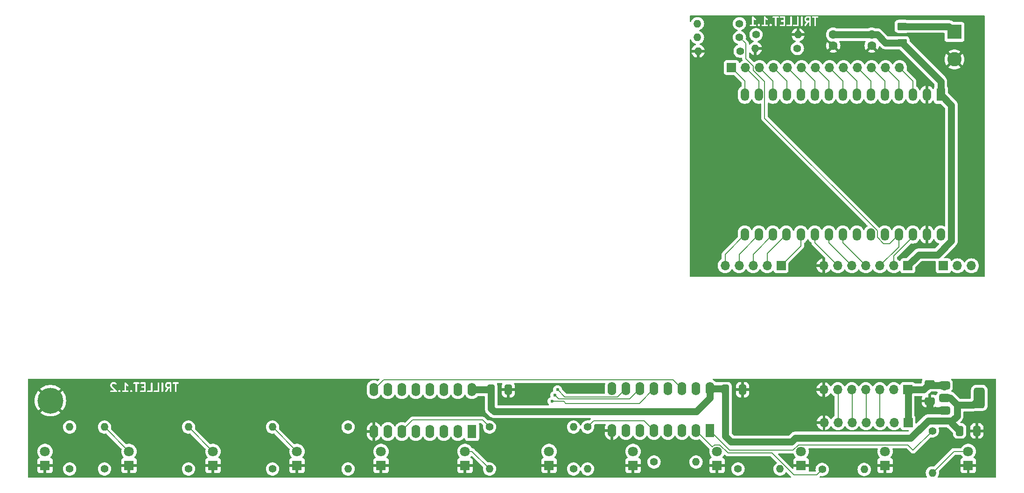
<source format=gbr>
%TF.GenerationSoftware,KiCad,Pcbnew,8.0.7*%
%TF.CreationDate,2025-02-10T21:08:13+01:00*%
%TF.ProjectId,stib_display,73746962-5f64-4697-9370-6c61792e6b69,2*%
%TF.SameCoordinates,Original*%
%TF.FileFunction,Copper,L2,Bot*%
%TF.FilePolarity,Positive*%
%FSLAX46Y46*%
G04 Gerber Fmt 4.6, Leading zero omitted, Abs format (unit mm)*
G04 Created by KiCad (PCBNEW 8.0.7) date 2025-02-10 21:08:13*
%MOMM*%
%LPD*%
G01*
G04 APERTURE LIST*
G04 Aperture macros list*
%AMRoundRect*
0 Rectangle with rounded corners*
0 $1 Rounding radius*
0 $2 $3 $4 $5 $6 $7 $8 $9 X,Y pos of 4 corners*
0 Add a 4 corners polygon primitive as box body*
4,1,4,$2,$3,$4,$5,$6,$7,$8,$9,$2,$3,0*
0 Add four circle primitives for the rounded corners*
1,1,$1+$1,$2,$3*
1,1,$1+$1,$4,$5*
1,1,$1+$1,$6,$7*
1,1,$1+$1,$8,$9*
0 Add four rect primitives between the rounded corners*
20,1,$1+$1,$2,$3,$4,$5,0*
20,1,$1+$1,$4,$5,$6,$7,0*
20,1,$1+$1,$6,$7,$8,$9,0*
20,1,$1+$1,$8,$9,$2,$3,0*%
G04 Aperture macros list end*
%ADD10C,0.300000*%
%TA.AperFunction,ComponentPad*%
%ADD11R,1.800000X1.800000*%
%TD*%
%TA.AperFunction,ComponentPad*%
%ADD12C,1.800000*%
%TD*%
%TA.AperFunction,ComponentPad*%
%ADD13C,3.100000*%
%TD*%
%TA.AperFunction,ConnectorPad*%
%ADD14C,4.700000*%
%TD*%
%TA.AperFunction,ComponentPad*%
%ADD15R,2.600000X2.600000*%
%TD*%
%TA.AperFunction,ComponentPad*%
%ADD16C,2.600000*%
%TD*%
%TA.AperFunction,SMDPad,CuDef*%
%ADD17RoundRect,0.250000X0.412500X0.650000X-0.412500X0.650000X-0.412500X-0.650000X0.412500X-0.650000X0*%
%TD*%
%TA.AperFunction,ComponentPad*%
%ADD18C,1.400000*%
%TD*%
%TA.AperFunction,ComponentPad*%
%ADD19O,1.400000X1.400000*%
%TD*%
%TA.AperFunction,ComponentPad*%
%ADD20R,1.700000X1.700000*%
%TD*%
%TA.AperFunction,ComponentPad*%
%ADD21O,1.700000X1.700000*%
%TD*%
%TA.AperFunction,SMDPad,CuDef*%
%ADD22RoundRect,0.250001X0.624999X-0.462499X0.624999X0.462499X-0.624999X0.462499X-0.624999X-0.462499X0*%
%TD*%
%TA.AperFunction,ComponentPad*%
%ADD23R,1.600000X2.400000*%
%TD*%
%TA.AperFunction,ComponentPad*%
%ADD24O,1.600000X2.400000*%
%TD*%
%TA.AperFunction,ComponentPad*%
%ADD25C,1.600000*%
%TD*%
%TA.AperFunction,SMDPad,CuDef*%
%ADD26RoundRect,0.250000X-0.650000X0.412500X-0.650000X-0.412500X0.650000X-0.412500X0.650000X0.412500X0*%
%TD*%
%TA.AperFunction,ComponentPad*%
%ADD27R,1.524000X2.286000*%
%TD*%
%TA.AperFunction,ComponentPad*%
%ADD28O,1.524000X2.286000*%
%TD*%
%TA.AperFunction,SMDPad,CuDef*%
%ADD29RoundRect,0.250000X-0.412500X-0.650000X0.412500X-0.650000X0.412500X0.650000X-0.412500X0.650000X0*%
%TD*%
%TA.AperFunction,SMDPad,CuDef*%
%ADD30RoundRect,0.375000X-0.625000X-0.375000X0.625000X-0.375000X0.625000X0.375000X-0.625000X0.375000X0*%
%TD*%
%TA.AperFunction,SMDPad,CuDef*%
%ADD31RoundRect,0.500000X-0.500000X-1.400000X0.500000X-1.400000X0.500000X1.400000X-0.500000X1.400000X0*%
%TD*%
%TA.AperFunction,ViaPad*%
%ADD32C,1.000000*%
%TD*%
%TA.AperFunction,ViaPad*%
%ADD33C,1.500000*%
%TD*%
%TA.AperFunction,ViaPad*%
%ADD34C,0.600000*%
%TD*%
%TA.AperFunction,Conductor*%
%ADD35C,1.300000*%
%TD*%
%TA.AperFunction,Conductor*%
%ADD36C,0.200000*%
%TD*%
G04 APERTURE END LIST*
D10*
G36*
X119152632Y-90436542D02*
G01*
X118766613Y-90436542D01*
X118677199Y-90391835D01*
X118640194Y-90354830D01*
X118595489Y-90265418D01*
X118595489Y-90121951D01*
X118640194Y-90032540D01*
X118677199Y-89995535D01*
X118766613Y-89950828D01*
X119152632Y-89950828D01*
X119152632Y-90436542D01*
G37*
G36*
X120973559Y-91617495D02*
G01*
X108200249Y-91617495D01*
X108200249Y-90086542D01*
X108366916Y-90086542D01*
X108366916Y-90229400D01*
X108368374Y-90244211D01*
X108368094Y-90248161D01*
X108369275Y-90253355D01*
X108369798Y-90258664D01*
X108371314Y-90262325D01*
X108374614Y-90276835D01*
X108446043Y-90491119D01*
X108458031Y-90517970D01*
X108461561Y-90522040D01*
X108463624Y-90527020D01*
X108482279Y-90549751D01*
X109083356Y-91150828D01*
X108516916Y-91150828D01*
X108487652Y-91153710D01*
X108433580Y-91176108D01*
X108392196Y-91217492D01*
X108369798Y-91271564D01*
X108369798Y-91330092D01*
X108392196Y-91384164D01*
X108433580Y-91425548D01*
X108487652Y-91447946D01*
X108516916Y-91450828D01*
X109445488Y-91450828D01*
X109474752Y-91447946D01*
X109498440Y-91438134D01*
X109528823Y-91425549D01*
X109570209Y-91384163D01*
X109583328Y-91352489D01*
X109592606Y-91330092D01*
X109592606Y-91271564D01*
X109586045Y-91255727D01*
X109570209Y-91217492D01*
X109555966Y-91200138D01*
X109798370Y-91200138D01*
X109798370Y-91258664D01*
X109800596Y-91264037D01*
X109820767Y-91312735D01*
X109820768Y-91312736D01*
X109839423Y-91335467D01*
X109910852Y-91406895D01*
X109933581Y-91425548D01*
X109933582Y-91425549D01*
X109963965Y-91438134D01*
X109987653Y-91447946D01*
X109987654Y-91447946D01*
X109987655Y-91447946D01*
X110046180Y-91447946D01*
X110046181Y-91447946D01*
X110069869Y-91438134D01*
X110100252Y-91425549D01*
X110122983Y-91406894D01*
X110194411Y-91335466D01*
X110213066Y-91312736D01*
X110230119Y-91271564D01*
X110512655Y-91271564D01*
X110512655Y-91330092D01*
X110535053Y-91384164D01*
X110576437Y-91425548D01*
X110630509Y-91447946D01*
X110659773Y-91450828D01*
X111516916Y-91450828D01*
X111546180Y-91447946D01*
X111600252Y-91425548D01*
X111641636Y-91384164D01*
X111664034Y-91330092D01*
X111664034Y-91271564D01*
X111641636Y-91217492D01*
X111624282Y-91200138D01*
X111941227Y-91200138D01*
X111941227Y-91258664D01*
X111943453Y-91264037D01*
X111963624Y-91312735D01*
X111963625Y-91312736D01*
X111982280Y-91335467D01*
X112053709Y-91406895D01*
X112076438Y-91425548D01*
X112076439Y-91425549D01*
X112106822Y-91438134D01*
X112130510Y-91447946D01*
X112130511Y-91447946D01*
X112130512Y-91447946D01*
X112189037Y-91447946D01*
X112189038Y-91447946D01*
X112212726Y-91438134D01*
X112243109Y-91425549D01*
X112265840Y-91406894D01*
X112337268Y-91335466D01*
X112355923Y-91312736D01*
X112378319Y-91258663D01*
X112378319Y-91240435D01*
X112378320Y-91200138D01*
X112355923Y-91146065D01*
X112337269Y-91123335D01*
X112265841Y-91051906D01*
X112243110Y-91033251D01*
X112243109Y-91033250D01*
X112211435Y-91020130D01*
X112189038Y-91010853D01*
X112130510Y-91010853D01*
X112108113Y-91020130D01*
X112076439Y-91033250D01*
X112053708Y-91051905D01*
X111982279Y-91123334D01*
X111963624Y-91146065D01*
X111943454Y-91194762D01*
X111941227Y-91200138D01*
X111624282Y-91200138D01*
X111600252Y-91176108D01*
X111546180Y-91153710D01*
X111516916Y-91150828D01*
X111238345Y-91150828D01*
X111238345Y-90234389D01*
X111267993Y-90264037D01*
X111279495Y-90273477D01*
X111282091Y-90276470D01*
X111286600Y-90279308D01*
X111290723Y-90282692D01*
X111294385Y-90284208D01*
X111306977Y-90292135D01*
X111449833Y-90363564D01*
X111477297Y-90374073D01*
X111535677Y-90378222D01*
X111591199Y-90359715D01*
X111635415Y-90321368D01*
X111661589Y-90269019D01*
X111665738Y-90210639D01*
X111647230Y-90155116D01*
X111608884Y-90110901D01*
X111583998Y-90095236D01*
X111462913Y-90034693D01*
X111347772Y-89919552D01*
X111249114Y-89771564D01*
X112512656Y-89771564D01*
X112512656Y-89830092D01*
X112535054Y-89884164D01*
X112576438Y-89925548D01*
X112630510Y-89947946D01*
X112659774Y-89950828D01*
X112938345Y-89950828D01*
X112938345Y-91300828D01*
X112941227Y-91330092D01*
X112963625Y-91384164D01*
X113005009Y-91425548D01*
X113059081Y-91447946D01*
X113117609Y-91447946D01*
X113171681Y-91425548D01*
X113213065Y-91384164D01*
X113235463Y-91330092D01*
X113238345Y-91300828D01*
X113238345Y-89950828D01*
X113516916Y-89950828D01*
X113546180Y-89947946D01*
X113600252Y-89925548D01*
X113641636Y-89884164D01*
X113664034Y-89830092D01*
X113664034Y-89771564D01*
X113798370Y-89771564D01*
X113798370Y-89830092D01*
X113820768Y-89884164D01*
X113862152Y-89925548D01*
X113916224Y-89947946D01*
X113945488Y-89950828D01*
X114509774Y-89950828D01*
X114509774Y-90365114D01*
X114159774Y-90365114D01*
X114130510Y-90367996D01*
X114076438Y-90390394D01*
X114035054Y-90431778D01*
X114012656Y-90485850D01*
X114012656Y-90544378D01*
X114035054Y-90598450D01*
X114076438Y-90639834D01*
X114130510Y-90662232D01*
X114159774Y-90665114D01*
X114509774Y-90665114D01*
X114509774Y-91150828D01*
X113945488Y-91150828D01*
X113916224Y-91153710D01*
X113862152Y-91176108D01*
X113820768Y-91217492D01*
X113798370Y-91271564D01*
X113798370Y-91330092D01*
X113820768Y-91384164D01*
X113862152Y-91425548D01*
X113916224Y-91447946D01*
X113945488Y-91450828D01*
X114659774Y-91450828D01*
X114689038Y-91447946D01*
X114743110Y-91425548D01*
X114784494Y-91384164D01*
X114806892Y-91330092D01*
X114806892Y-91330090D01*
X114809774Y-91300828D01*
X114809774Y-91271564D01*
X115012656Y-91271564D01*
X115012656Y-91330092D01*
X115035054Y-91384164D01*
X115076438Y-91425548D01*
X115130510Y-91447946D01*
X115159774Y-91450828D01*
X115874060Y-91450828D01*
X115903324Y-91447946D01*
X115957396Y-91425548D01*
X115998780Y-91384164D01*
X116021178Y-91330092D01*
X116021178Y-91330090D01*
X116024060Y-91300828D01*
X116024060Y-91271564D01*
X116226942Y-91271564D01*
X116226942Y-91330092D01*
X116249340Y-91384164D01*
X116290724Y-91425548D01*
X116344796Y-91447946D01*
X116374060Y-91450828D01*
X117088346Y-91450828D01*
X117117610Y-91447946D01*
X117171682Y-91425548D01*
X117213066Y-91384164D01*
X117235464Y-91330092D01*
X117235464Y-91330090D01*
X117238346Y-91300828D01*
X117238346Y-89800828D01*
X117652632Y-89800828D01*
X117652632Y-91300828D01*
X117655514Y-91330092D01*
X117677912Y-91384164D01*
X117719296Y-91425548D01*
X117773368Y-91447946D01*
X117831896Y-91447946D01*
X117885968Y-91425548D01*
X117927352Y-91384164D01*
X117949750Y-91330092D01*
X117952632Y-91300828D01*
X117952632Y-90086542D01*
X118295489Y-90086542D01*
X118295489Y-90300828D01*
X118298371Y-90330092D01*
X118300433Y-90335070D01*
X118300815Y-90340446D01*
X118311325Y-90367910D01*
X118382753Y-90510767D01*
X118390680Y-90523360D01*
X118392196Y-90527020D01*
X118395577Y-90531139D01*
X118398418Y-90535653D01*
X118401411Y-90538249D01*
X118410851Y-90549751D01*
X118482280Y-90621180D01*
X118493784Y-90630621D01*
X118496379Y-90633613D01*
X118500888Y-90636451D01*
X118505011Y-90639835D01*
X118508672Y-90641351D01*
X118521264Y-90649278D01*
X118664122Y-90720706D01*
X118667556Y-90722020D01*
X118322604Y-91214809D01*
X118308183Y-91240435D01*
X118295524Y-91297577D01*
X118305695Y-91355213D01*
X118337148Y-91404570D01*
X118385096Y-91438134D01*
X118442238Y-91450793D01*
X118499874Y-91440622D01*
X118549231Y-91409169D01*
X118568374Y-91386847D01*
X119023587Y-90736542D01*
X119152632Y-90736542D01*
X119152632Y-91300828D01*
X119155514Y-91330092D01*
X119177912Y-91384164D01*
X119219296Y-91425548D01*
X119273368Y-91447946D01*
X119331896Y-91447946D01*
X119385968Y-91425548D01*
X119427352Y-91384164D01*
X119449750Y-91330092D01*
X119452632Y-91300828D01*
X119452632Y-89800828D01*
X119449750Y-89771564D01*
X119655514Y-89771564D01*
X119655514Y-89830092D01*
X119677912Y-89884164D01*
X119719296Y-89925548D01*
X119773368Y-89947946D01*
X119802632Y-89950828D01*
X120081203Y-89950828D01*
X120081203Y-91300828D01*
X120084085Y-91330092D01*
X120106483Y-91384164D01*
X120147867Y-91425548D01*
X120201939Y-91447946D01*
X120260467Y-91447946D01*
X120314539Y-91425548D01*
X120355923Y-91384164D01*
X120378321Y-91330092D01*
X120381203Y-91300828D01*
X120381203Y-89950828D01*
X120659774Y-89950828D01*
X120689038Y-89947946D01*
X120743110Y-89925548D01*
X120784494Y-89884164D01*
X120806892Y-89830092D01*
X120806892Y-89771564D01*
X120784494Y-89717492D01*
X120743110Y-89676108D01*
X120689038Y-89653710D01*
X120659774Y-89650828D01*
X119802632Y-89650828D01*
X119773368Y-89653710D01*
X119719296Y-89676108D01*
X119677912Y-89717492D01*
X119655514Y-89771564D01*
X119449750Y-89771564D01*
X119427352Y-89717492D01*
X119385968Y-89676108D01*
X119331896Y-89653710D01*
X119302632Y-89650828D01*
X118731203Y-89650828D01*
X118701939Y-89653710D01*
X118696958Y-89655773D01*
X118691584Y-89656155D01*
X118664120Y-89666664D01*
X118521264Y-89738093D01*
X118508670Y-89746020D01*
X118505011Y-89747536D01*
X118500890Y-89750917D01*
X118496378Y-89753758D01*
X118493781Y-89756751D01*
X118482281Y-89766190D01*
X118410852Y-89837618D01*
X118401412Y-89849120D01*
X118398418Y-89851717D01*
X118395576Y-89856231D01*
X118392197Y-89860349D01*
X118390681Y-89864007D01*
X118382753Y-89876603D01*
X118311325Y-90019460D01*
X118300815Y-90046924D01*
X118300433Y-90052299D01*
X118298371Y-90057278D01*
X118295489Y-90086542D01*
X117952632Y-90086542D01*
X117952632Y-89800828D01*
X117949750Y-89771564D01*
X117927352Y-89717492D01*
X117885968Y-89676108D01*
X117831896Y-89653710D01*
X117773368Y-89653710D01*
X117719296Y-89676108D01*
X117677912Y-89717492D01*
X117655514Y-89771564D01*
X117652632Y-89800828D01*
X117238346Y-89800828D01*
X117235464Y-89771564D01*
X117213066Y-89717492D01*
X117171682Y-89676108D01*
X117117610Y-89653710D01*
X117059082Y-89653710D01*
X117005010Y-89676108D01*
X116963626Y-89717492D01*
X116941228Y-89771564D01*
X116938346Y-89800828D01*
X116938346Y-91150828D01*
X116374060Y-91150828D01*
X116344796Y-91153710D01*
X116290724Y-91176108D01*
X116249340Y-91217492D01*
X116226942Y-91271564D01*
X116024060Y-91271564D01*
X116024060Y-89800828D01*
X116021178Y-89771564D01*
X115998780Y-89717492D01*
X115957396Y-89676108D01*
X115903324Y-89653710D01*
X115844796Y-89653710D01*
X115790724Y-89676108D01*
X115749340Y-89717492D01*
X115726942Y-89771564D01*
X115724060Y-89800828D01*
X115724060Y-91150828D01*
X115159774Y-91150828D01*
X115130510Y-91153710D01*
X115076438Y-91176108D01*
X115035054Y-91217492D01*
X115012656Y-91271564D01*
X114809774Y-91271564D01*
X114809774Y-89800828D01*
X114806892Y-89771564D01*
X114784494Y-89717492D01*
X114743110Y-89676108D01*
X114689038Y-89653710D01*
X114659774Y-89650828D01*
X113945488Y-89650828D01*
X113916224Y-89653710D01*
X113862152Y-89676108D01*
X113820768Y-89717492D01*
X113798370Y-89771564D01*
X113664034Y-89771564D01*
X113641636Y-89717492D01*
X113600252Y-89676108D01*
X113546180Y-89653710D01*
X113516916Y-89650828D01*
X112659774Y-89650828D01*
X112630510Y-89653710D01*
X112576438Y-89676108D01*
X112535054Y-89717492D01*
X112512656Y-89771564D01*
X111249114Y-89771564D01*
X111213153Y-89717623D01*
X111213084Y-89717539D01*
X111213065Y-89717492D01*
X111212958Y-89717385D01*
X111194522Y-89694873D01*
X111182182Y-89686609D01*
X111171681Y-89676108D01*
X111158103Y-89670483D01*
X111145892Y-89662306D01*
X111131329Y-89659393D01*
X111117609Y-89653710D01*
X111102913Y-89653710D01*
X111088503Y-89650828D01*
X111073934Y-89653710D01*
X111059081Y-89653710D01*
X111045502Y-89659334D01*
X111031088Y-89662186D01*
X111018730Y-89670424D01*
X111005009Y-89676108D01*
X110994617Y-89686499D01*
X110982390Y-89694651D01*
X110974126Y-89706990D01*
X110963625Y-89717492D01*
X110958000Y-89731069D01*
X110949823Y-89743281D01*
X110946910Y-89757843D01*
X110941227Y-89771564D01*
X110938375Y-89800516D01*
X110938345Y-89800670D01*
X110938355Y-89800722D01*
X110938345Y-89800828D01*
X110938345Y-91150828D01*
X110659773Y-91150828D01*
X110630509Y-91153710D01*
X110576437Y-91176108D01*
X110535053Y-91217492D01*
X110512655Y-91271564D01*
X110230119Y-91271564D01*
X110235462Y-91258663D01*
X110235462Y-91240435D01*
X110235463Y-91200138D01*
X110213066Y-91146065D01*
X110194412Y-91123335D01*
X110122984Y-91051906D01*
X110100253Y-91033251D01*
X110100252Y-91033250D01*
X110068578Y-91020130D01*
X110046181Y-91010853D01*
X109987653Y-91010853D01*
X109965256Y-91020130D01*
X109933582Y-91033250D01*
X109910851Y-91051905D01*
X109839422Y-91123334D01*
X109820767Y-91146065D01*
X109800597Y-91194762D01*
X109798370Y-91200138D01*
X109555966Y-91200138D01*
X109551554Y-91194762D01*
X108719449Y-90362657D01*
X108666916Y-90205058D01*
X108666916Y-90121952D01*
X108711623Y-90032538D01*
X108748627Y-89995535D01*
X108838041Y-89950828D01*
X109124364Y-89950828D01*
X109213777Y-89995535D01*
X109267993Y-90049751D01*
X109290723Y-90068406D01*
X109344796Y-90090802D01*
X109403322Y-90090802D01*
X109457394Y-90068406D01*
X109498780Y-90027020D01*
X109521176Y-89972948D01*
X109521176Y-89914422D01*
X109498780Y-89860349D01*
X109480125Y-89837619D01*
X109408697Y-89766191D01*
X109397195Y-89756751D01*
X109394599Y-89753758D01*
X109390085Y-89750917D01*
X109385966Y-89747536D01*
X109382306Y-89746020D01*
X109369713Y-89738093D01*
X109226856Y-89666664D01*
X109199393Y-89656155D01*
X109194018Y-89655773D01*
X109189038Y-89653710D01*
X109159774Y-89650828D01*
X108802631Y-89650828D01*
X108773367Y-89653710D01*
X108768386Y-89655773D01*
X108763012Y-89656155D01*
X108735548Y-89666664D01*
X108592692Y-89738093D01*
X108580098Y-89746020D01*
X108576439Y-89747536D01*
X108572318Y-89750917D01*
X108567806Y-89753758D01*
X108565209Y-89756751D01*
X108553709Y-89766190D01*
X108482280Y-89837618D01*
X108472840Y-89849120D01*
X108469846Y-89851717D01*
X108467004Y-89856231D01*
X108463625Y-89860349D01*
X108462109Y-89864007D01*
X108454181Y-89876603D01*
X108382752Y-90019460D01*
X108372243Y-90046923D01*
X108371861Y-90052297D01*
X108369798Y-90057278D01*
X108366916Y-90086542D01*
X108200249Y-90086542D01*
X108200249Y-89484161D01*
X120973559Y-89484161D01*
X120973559Y-91617495D01*
G37*
G36*
X235152632Y-23936542D02*
G01*
X234766613Y-23936542D01*
X234677199Y-23891835D01*
X234640194Y-23854830D01*
X234595489Y-23765418D01*
X234595489Y-23621951D01*
X234640194Y-23532540D01*
X234677199Y-23495535D01*
X234766613Y-23450828D01*
X235152632Y-23450828D01*
X235152632Y-23936542D01*
G37*
G36*
X236973559Y-25117495D02*
G01*
X224203131Y-25117495D01*
X224203131Y-24771564D01*
X224369798Y-24771564D01*
X224369798Y-24830092D01*
X224392196Y-24884164D01*
X224433580Y-24925548D01*
X224487652Y-24947946D01*
X224516916Y-24950828D01*
X225374059Y-24950828D01*
X225403323Y-24947946D01*
X225457395Y-24925548D01*
X225498779Y-24884164D01*
X225521177Y-24830092D01*
X225521177Y-24771564D01*
X225498779Y-24717492D01*
X225481425Y-24700138D01*
X225798370Y-24700138D01*
X225798370Y-24758664D01*
X225800596Y-24764037D01*
X225820767Y-24812735D01*
X225820768Y-24812736D01*
X225839423Y-24835467D01*
X225910852Y-24906895D01*
X225933581Y-24925548D01*
X225933582Y-24925549D01*
X225963965Y-24938134D01*
X225987653Y-24947946D01*
X225987654Y-24947946D01*
X225987655Y-24947946D01*
X226046180Y-24947946D01*
X226046181Y-24947946D01*
X226069869Y-24938134D01*
X226100252Y-24925549D01*
X226122983Y-24906894D01*
X226194411Y-24835466D01*
X226213066Y-24812736D01*
X226230119Y-24771564D01*
X226512655Y-24771564D01*
X226512655Y-24830092D01*
X226535053Y-24884164D01*
X226576437Y-24925548D01*
X226630509Y-24947946D01*
X226659773Y-24950828D01*
X227516916Y-24950828D01*
X227546180Y-24947946D01*
X227600252Y-24925548D01*
X227641636Y-24884164D01*
X227664034Y-24830092D01*
X227664034Y-24771564D01*
X227641636Y-24717492D01*
X227624282Y-24700138D01*
X227941227Y-24700138D01*
X227941227Y-24758664D01*
X227943453Y-24764037D01*
X227963624Y-24812735D01*
X227963625Y-24812736D01*
X227982280Y-24835467D01*
X228053709Y-24906895D01*
X228076438Y-24925548D01*
X228076439Y-24925549D01*
X228106822Y-24938134D01*
X228130510Y-24947946D01*
X228130511Y-24947946D01*
X228130512Y-24947946D01*
X228189037Y-24947946D01*
X228189038Y-24947946D01*
X228212726Y-24938134D01*
X228243109Y-24925549D01*
X228265840Y-24906894D01*
X228337268Y-24835466D01*
X228355923Y-24812736D01*
X228378319Y-24758663D01*
X228378319Y-24740435D01*
X228378320Y-24700138D01*
X228355923Y-24646065D01*
X228337269Y-24623335D01*
X228265841Y-24551906D01*
X228243110Y-24533251D01*
X228243109Y-24533250D01*
X228211435Y-24520130D01*
X228189038Y-24510853D01*
X228130510Y-24510853D01*
X228108113Y-24520130D01*
X228076439Y-24533250D01*
X228053708Y-24551905D01*
X227982279Y-24623334D01*
X227963624Y-24646065D01*
X227943454Y-24694762D01*
X227941227Y-24700138D01*
X227624282Y-24700138D01*
X227600252Y-24676108D01*
X227546180Y-24653710D01*
X227516916Y-24650828D01*
X227238345Y-24650828D01*
X227238345Y-23734389D01*
X227267993Y-23764037D01*
X227279495Y-23773477D01*
X227282091Y-23776470D01*
X227286600Y-23779308D01*
X227290723Y-23782692D01*
X227294385Y-23784208D01*
X227306977Y-23792135D01*
X227449833Y-23863564D01*
X227477297Y-23874073D01*
X227535677Y-23878222D01*
X227591199Y-23859715D01*
X227635415Y-23821368D01*
X227661589Y-23769019D01*
X227665738Y-23710639D01*
X227647230Y-23655116D01*
X227608884Y-23610901D01*
X227583998Y-23595236D01*
X227462913Y-23534693D01*
X227347772Y-23419552D01*
X227249114Y-23271564D01*
X228512656Y-23271564D01*
X228512656Y-23330092D01*
X228535054Y-23384164D01*
X228576438Y-23425548D01*
X228630510Y-23447946D01*
X228659774Y-23450828D01*
X228938345Y-23450828D01*
X228938345Y-24800828D01*
X228941227Y-24830092D01*
X228963625Y-24884164D01*
X229005009Y-24925548D01*
X229059081Y-24947946D01*
X229117609Y-24947946D01*
X229171681Y-24925548D01*
X229213065Y-24884164D01*
X229235463Y-24830092D01*
X229238345Y-24800828D01*
X229238345Y-23450828D01*
X229516916Y-23450828D01*
X229546180Y-23447946D01*
X229600252Y-23425548D01*
X229641636Y-23384164D01*
X229664034Y-23330092D01*
X229664034Y-23271564D01*
X229798370Y-23271564D01*
X229798370Y-23330092D01*
X229820768Y-23384164D01*
X229862152Y-23425548D01*
X229916224Y-23447946D01*
X229945488Y-23450828D01*
X230509774Y-23450828D01*
X230509774Y-23865114D01*
X230159774Y-23865114D01*
X230130510Y-23867996D01*
X230076438Y-23890394D01*
X230035054Y-23931778D01*
X230012656Y-23985850D01*
X230012656Y-24044378D01*
X230035054Y-24098450D01*
X230076438Y-24139834D01*
X230130510Y-24162232D01*
X230159774Y-24165114D01*
X230509774Y-24165114D01*
X230509774Y-24650828D01*
X229945488Y-24650828D01*
X229916224Y-24653710D01*
X229862152Y-24676108D01*
X229820768Y-24717492D01*
X229798370Y-24771564D01*
X229798370Y-24830092D01*
X229820768Y-24884164D01*
X229862152Y-24925548D01*
X229916224Y-24947946D01*
X229945488Y-24950828D01*
X230659774Y-24950828D01*
X230689038Y-24947946D01*
X230743110Y-24925548D01*
X230784494Y-24884164D01*
X230806892Y-24830092D01*
X230806892Y-24830090D01*
X230809774Y-24800828D01*
X230809774Y-24771564D01*
X231012656Y-24771564D01*
X231012656Y-24830092D01*
X231035054Y-24884164D01*
X231076438Y-24925548D01*
X231130510Y-24947946D01*
X231159774Y-24950828D01*
X231874060Y-24950828D01*
X231903324Y-24947946D01*
X231957396Y-24925548D01*
X231998780Y-24884164D01*
X232021178Y-24830092D01*
X232021178Y-24830090D01*
X232024060Y-24800828D01*
X232024060Y-24771564D01*
X232226942Y-24771564D01*
X232226942Y-24830092D01*
X232249340Y-24884164D01*
X232290724Y-24925548D01*
X232344796Y-24947946D01*
X232374060Y-24950828D01*
X233088346Y-24950828D01*
X233117610Y-24947946D01*
X233171682Y-24925548D01*
X233213066Y-24884164D01*
X233235464Y-24830092D01*
X233235464Y-24830090D01*
X233238346Y-24800828D01*
X233238346Y-23300828D01*
X233652632Y-23300828D01*
X233652632Y-24800828D01*
X233655514Y-24830092D01*
X233677912Y-24884164D01*
X233719296Y-24925548D01*
X233773368Y-24947946D01*
X233831896Y-24947946D01*
X233885968Y-24925548D01*
X233927352Y-24884164D01*
X233949750Y-24830092D01*
X233952632Y-24800828D01*
X233952632Y-23586542D01*
X234295489Y-23586542D01*
X234295489Y-23800828D01*
X234298371Y-23830092D01*
X234300433Y-23835070D01*
X234300815Y-23840446D01*
X234311325Y-23867910D01*
X234382753Y-24010767D01*
X234390680Y-24023360D01*
X234392196Y-24027020D01*
X234395577Y-24031139D01*
X234398418Y-24035653D01*
X234401411Y-24038249D01*
X234410851Y-24049751D01*
X234482280Y-24121180D01*
X234493784Y-24130621D01*
X234496379Y-24133613D01*
X234500888Y-24136451D01*
X234505011Y-24139835D01*
X234508672Y-24141351D01*
X234521264Y-24149278D01*
X234664122Y-24220706D01*
X234667556Y-24222020D01*
X234322604Y-24714809D01*
X234308183Y-24740435D01*
X234295524Y-24797577D01*
X234305695Y-24855213D01*
X234337148Y-24904570D01*
X234385096Y-24938134D01*
X234442238Y-24950793D01*
X234499874Y-24940622D01*
X234549231Y-24909169D01*
X234568374Y-24886847D01*
X235023587Y-24236542D01*
X235152632Y-24236542D01*
X235152632Y-24800828D01*
X235155514Y-24830092D01*
X235177912Y-24884164D01*
X235219296Y-24925548D01*
X235273368Y-24947946D01*
X235331896Y-24947946D01*
X235385968Y-24925548D01*
X235427352Y-24884164D01*
X235449750Y-24830092D01*
X235452632Y-24800828D01*
X235452632Y-23300828D01*
X235449750Y-23271564D01*
X235655514Y-23271564D01*
X235655514Y-23330092D01*
X235677912Y-23384164D01*
X235719296Y-23425548D01*
X235773368Y-23447946D01*
X235802632Y-23450828D01*
X236081203Y-23450828D01*
X236081203Y-24800828D01*
X236084085Y-24830092D01*
X236106483Y-24884164D01*
X236147867Y-24925548D01*
X236201939Y-24947946D01*
X236260467Y-24947946D01*
X236314539Y-24925548D01*
X236355923Y-24884164D01*
X236378321Y-24830092D01*
X236381203Y-24800828D01*
X236381203Y-23450828D01*
X236659774Y-23450828D01*
X236689038Y-23447946D01*
X236743110Y-23425548D01*
X236784494Y-23384164D01*
X236806892Y-23330092D01*
X236806892Y-23271564D01*
X236784494Y-23217492D01*
X236743110Y-23176108D01*
X236689038Y-23153710D01*
X236659774Y-23150828D01*
X235802632Y-23150828D01*
X235773368Y-23153710D01*
X235719296Y-23176108D01*
X235677912Y-23217492D01*
X235655514Y-23271564D01*
X235449750Y-23271564D01*
X235427352Y-23217492D01*
X235385968Y-23176108D01*
X235331896Y-23153710D01*
X235302632Y-23150828D01*
X234731203Y-23150828D01*
X234701939Y-23153710D01*
X234696958Y-23155773D01*
X234691584Y-23156155D01*
X234664120Y-23166664D01*
X234521264Y-23238093D01*
X234508670Y-23246020D01*
X234505011Y-23247536D01*
X234500890Y-23250917D01*
X234496378Y-23253758D01*
X234493781Y-23256751D01*
X234482281Y-23266190D01*
X234410852Y-23337618D01*
X234401412Y-23349120D01*
X234398418Y-23351717D01*
X234395576Y-23356231D01*
X234392197Y-23360349D01*
X234390681Y-23364007D01*
X234382753Y-23376603D01*
X234311325Y-23519460D01*
X234300815Y-23546924D01*
X234300433Y-23552299D01*
X234298371Y-23557278D01*
X234295489Y-23586542D01*
X233952632Y-23586542D01*
X233952632Y-23300828D01*
X233949750Y-23271564D01*
X233927352Y-23217492D01*
X233885968Y-23176108D01*
X233831896Y-23153710D01*
X233773368Y-23153710D01*
X233719296Y-23176108D01*
X233677912Y-23217492D01*
X233655514Y-23271564D01*
X233652632Y-23300828D01*
X233238346Y-23300828D01*
X233235464Y-23271564D01*
X233213066Y-23217492D01*
X233171682Y-23176108D01*
X233117610Y-23153710D01*
X233059082Y-23153710D01*
X233005010Y-23176108D01*
X232963626Y-23217492D01*
X232941228Y-23271564D01*
X232938346Y-23300828D01*
X232938346Y-24650828D01*
X232374060Y-24650828D01*
X232344796Y-24653710D01*
X232290724Y-24676108D01*
X232249340Y-24717492D01*
X232226942Y-24771564D01*
X232024060Y-24771564D01*
X232024060Y-23300828D01*
X232021178Y-23271564D01*
X231998780Y-23217492D01*
X231957396Y-23176108D01*
X231903324Y-23153710D01*
X231844796Y-23153710D01*
X231790724Y-23176108D01*
X231749340Y-23217492D01*
X231726942Y-23271564D01*
X231724060Y-23300828D01*
X231724060Y-24650828D01*
X231159774Y-24650828D01*
X231130510Y-24653710D01*
X231076438Y-24676108D01*
X231035054Y-24717492D01*
X231012656Y-24771564D01*
X230809774Y-24771564D01*
X230809774Y-23300828D01*
X230806892Y-23271564D01*
X230784494Y-23217492D01*
X230743110Y-23176108D01*
X230689038Y-23153710D01*
X230659774Y-23150828D01*
X229945488Y-23150828D01*
X229916224Y-23153710D01*
X229862152Y-23176108D01*
X229820768Y-23217492D01*
X229798370Y-23271564D01*
X229664034Y-23271564D01*
X229641636Y-23217492D01*
X229600252Y-23176108D01*
X229546180Y-23153710D01*
X229516916Y-23150828D01*
X228659774Y-23150828D01*
X228630510Y-23153710D01*
X228576438Y-23176108D01*
X228535054Y-23217492D01*
X228512656Y-23271564D01*
X227249114Y-23271564D01*
X227213153Y-23217623D01*
X227213084Y-23217539D01*
X227213065Y-23217492D01*
X227212958Y-23217385D01*
X227194522Y-23194873D01*
X227182182Y-23186609D01*
X227171681Y-23176108D01*
X227158103Y-23170483D01*
X227145892Y-23162306D01*
X227131329Y-23159393D01*
X227117609Y-23153710D01*
X227102913Y-23153710D01*
X227088503Y-23150828D01*
X227073934Y-23153710D01*
X227059081Y-23153710D01*
X227045502Y-23159334D01*
X227031088Y-23162186D01*
X227018730Y-23170424D01*
X227005009Y-23176108D01*
X226994617Y-23186499D01*
X226982390Y-23194651D01*
X226974126Y-23206990D01*
X226963625Y-23217492D01*
X226958000Y-23231069D01*
X226949823Y-23243281D01*
X226946910Y-23257843D01*
X226941227Y-23271564D01*
X226938375Y-23300516D01*
X226938345Y-23300670D01*
X226938355Y-23300722D01*
X226938345Y-23300828D01*
X226938345Y-24650828D01*
X226659773Y-24650828D01*
X226630509Y-24653710D01*
X226576437Y-24676108D01*
X226535053Y-24717492D01*
X226512655Y-24771564D01*
X226230119Y-24771564D01*
X226235462Y-24758663D01*
X226235462Y-24740435D01*
X226235463Y-24700138D01*
X226213066Y-24646065D01*
X226194412Y-24623335D01*
X226122984Y-24551906D01*
X226100253Y-24533251D01*
X226100252Y-24533250D01*
X226068578Y-24520130D01*
X226046181Y-24510853D01*
X225987653Y-24510853D01*
X225965256Y-24520130D01*
X225933582Y-24533250D01*
X225910851Y-24551905D01*
X225839422Y-24623334D01*
X225820767Y-24646065D01*
X225800597Y-24694762D01*
X225798370Y-24700138D01*
X225481425Y-24700138D01*
X225457395Y-24676108D01*
X225403323Y-24653710D01*
X225374059Y-24650828D01*
X225095488Y-24650828D01*
X225095488Y-23734389D01*
X225125136Y-23764037D01*
X225136638Y-23773477D01*
X225139234Y-23776470D01*
X225143743Y-23779308D01*
X225147866Y-23782692D01*
X225151528Y-23784208D01*
X225164120Y-23792135D01*
X225306976Y-23863564D01*
X225334440Y-23874073D01*
X225392820Y-23878222D01*
X225448342Y-23859715D01*
X225492558Y-23821368D01*
X225518732Y-23769019D01*
X225522881Y-23710639D01*
X225504373Y-23655116D01*
X225466027Y-23610901D01*
X225441141Y-23595236D01*
X225320056Y-23534693D01*
X225204915Y-23419552D01*
X225070296Y-23217623D01*
X225070227Y-23217539D01*
X225070208Y-23217492D01*
X225070101Y-23217385D01*
X225051665Y-23194873D01*
X225039325Y-23186609D01*
X225028824Y-23176108D01*
X225015246Y-23170483D01*
X225003035Y-23162306D01*
X224988472Y-23159393D01*
X224974752Y-23153710D01*
X224960056Y-23153710D01*
X224945646Y-23150828D01*
X224931077Y-23153710D01*
X224916224Y-23153710D01*
X224902645Y-23159334D01*
X224888231Y-23162186D01*
X224875873Y-23170424D01*
X224862152Y-23176108D01*
X224851760Y-23186499D01*
X224839533Y-23194651D01*
X224831269Y-23206990D01*
X224820768Y-23217492D01*
X224815143Y-23231069D01*
X224806966Y-23243281D01*
X224804053Y-23257843D01*
X224798370Y-23271564D01*
X224795518Y-23300516D01*
X224795488Y-23300670D01*
X224795498Y-23300722D01*
X224795488Y-23300828D01*
X224795488Y-24650828D01*
X224516916Y-24650828D01*
X224487652Y-24653710D01*
X224433580Y-24676108D01*
X224392196Y-24717492D01*
X224369798Y-24771564D01*
X224203131Y-24771564D01*
X224203131Y-22984161D01*
X236973559Y-22984161D01*
X236973559Y-25117495D01*
G37*
D11*
%TO.P,D10,1,K*%
%TO.N,GND*%
X233680000Y-104775000D03*
D12*
%TO.P,D10,2,A*%
%TO.N,Net-(D10-A)*%
X233680000Y-102235000D03*
%TD*%
D11*
%TO.P,D6,1,K*%
%TO.N,GND*%
X172720000Y-104775000D03*
D12*
%TO.P,D6,2,A*%
%TO.N,Net-(D6-A)*%
X172720000Y-102235000D03*
%TD*%
D11*
%TO.P,D12,1,K*%
%TO.N,GND*%
X264000000Y-104775000D03*
D12*
%TO.P,D12,2,A*%
%TO.N,Net-(D12-A)*%
X264000000Y-102235000D03*
%TD*%
D11*
%TO.P,D8,1,K*%
%TO.N,GND*%
X203200000Y-104780000D03*
D12*
%TO.P,D8,2,A*%
%TO.N,Net-(D8-A)*%
X203200000Y-102240000D03*
%TD*%
D11*
%TO.P,D2,1,K*%
%TO.N,GND*%
X111760000Y-104775000D03*
D12*
%TO.P,D2,2,A*%
%TO.N,Net-(D2-A)*%
X111760000Y-102235000D03*
%TD*%
D11*
%TO.P,D3,1,K*%
%TO.N,GND*%
X127000000Y-104780000D03*
D12*
%TO.P,D3,2,A*%
%TO.N,Net-(D3-A)*%
X127000000Y-102240000D03*
%TD*%
D11*
%TO.P,D9,1,K*%
%TO.N,GND*%
X218440000Y-104775000D03*
D12*
%TO.P,D9,2,A*%
%TO.N,Net-(D9-A)*%
X218440000Y-102235000D03*
%TD*%
D11*
%TO.P,D7,1,K*%
%TO.N,GND*%
X187960000Y-104775000D03*
D12*
%TO.P,D7,2,A*%
%TO.N,Net-(D7-A)*%
X187960000Y-102235000D03*
%TD*%
D11*
%TO.P,D4,1,K*%
%TO.N,GND*%
X142240000Y-104780000D03*
D12*
%TO.P,D4,2,A*%
%TO.N,Net-(D4-A)*%
X142240000Y-102240000D03*
%TD*%
D11*
%TO.P,D11,1,K*%
%TO.N,GND*%
X248920000Y-104780000D03*
D12*
%TO.P,D11,2,A*%
%TO.N,Net-(D11-A)*%
X248920000Y-102240000D03*
%TD*%
D13*
%TO.P,H1,1,1*%
%TO.N,GND*%
X97500000Y-93000000D03*
D14*
X97500000Y-93000000D03*
%TD*%
D11*
%TO.P,D1,1,K*%
%TO.N,GND*%
X96520000Y-104780000D03*
D12*
%TO.P,D1,2,A*%
%TO.N,Net-(D1-A)*%
X96520000Y-102240000D03*
%TD*%
D11*
%TO.P,D5,1,K*%
%TO.N,GND*%
X157480000Y-104780000D03*
D12*
%TO.P,D5,2,A*%
%TO.N,Net-(D5-A)*%
X157480000Y-102240000D03*
%TD*%
D15*
%TO.P,J7,1,Pin_1*%
%TO.N,/VIN*%
X261500000Y-26000000D03*
D16*
%TO.P,J7,2,Pin_2*%
%TO.N,GND*%
X261500000Y-31000000D03*
%TD*%
D17*
%TO.P,C2,1*%
%TO.N,GND*%
X180562500Y-91000000D03*
%TO.P,C2,2*%
%TO.N,+3.3V*%
X177437500Y-91000000D03*
%TD*%
D18*
%TO.P,R16,1*%
%TO.N,/OE*%
X222500000Y-27000000D03*
D19*
%TO.P,R16,2*%
%TO.N,+3.3V(ESP)*%
X214880000Y-27000000D03*
%TD*%
D18*
%TO.P,R14,1*%
%TO.N,/DATA_CLK*%
X225500000Y-26500000D03*
D19*
%TO.P,R14,2*%
%TO.N,GND*%
X233120000Y-26500000D03*
%TD*%
D20*
%TO.P,J3,1,Pin_1*%
%TO.N,Net-(J3-Pin_1)*%
X230050000Y-68475000D03*
D21*
%TO.P,J3,2,Pin_2*%
%TO.N,Net-(J3-Pin_2)*%
X227510000Y-68475000D03*
%TO.P,J3,3,Pin_3*%
%TO.N,Net-(J3-Pin_3)*%
X224970000Y-68475000D03*
%TO.P,J3,4,Pin_4*%
%TO.N,Net-(J3-Pin_4)*%
X222430000Y-68475000D03*
%TO.P,J3,5,Pin_5*%
%TO.N,Net-(J3-Pin_5)*%
X219890000Y-68475000D03*
%TD*%
D18*
%TO.P,R4,1*%
%TO.N,Net-(U1-QE)*%
X137795000Y-105410000D03*
D19*
%TO.P,R4,2*%
%TO.N,Net-(D4-A)*%
X137795000Y-97790000D03*
%TD*%
D18*
%TO.P,R3,1*%
%TO.N,Net-(U1-QD)*%
X122555000Y-105410000D03*
D19*
%TO.P,R3,2*%
%TO.N,Net-(D3-A)*%
X122555000Y-97790000D03*
%TD*%
D22*
%TO.P,F1,1*%
%TO.N,+5V*%
X252000000Y-27987500D03*
%TO.P,F1,2*%
%TO.N,/VIN*%
X252000000Y-25012500D03*
%TD*%
D20*
%TO.P,J2,1,Pin_1*%
%TO.N,Net-(J2-Pin_1)*%
X259500000Y-68500000D03*
D21*
%TO.P,J2,2,Pin_2*%
%TO.N,Net-(J2-Pin_2)*%
X262040000Y-68500000D03*
%TO.P,J2,3,Pin_3*%
%TO.N,Net-(J2-Pin_3)*%
X264580000Y-68500000D03*
%TD*%
%TO.P,J5,7,Pin_7*%
%TO.N,GND*%
X237800000Y-91000000D03*
%TO.P,J5,6,Pin_6*%
%TO.N,/RST*%
X240340000Y-91000000D03*
%TO.P,J5,5,Pin_5*%
%TO.N,/DATA_CLK*%
X242880000Y-91000000D03*
%TO.P,J5,4,Pin_4*%
%TO.N,/LATCH_CLK*%
X245420000Y-91000000D03*
%TO.P,J5,3,Pin_3*%
%TO.N,/OE*%
X247960000Y-91000000D03*
%TO.P,J5,2,Pin_2*%
%TO.N,/DATA_OUT*%
X250500000Y-91000000D03*
D20*
%TO.P,J5,1,Pin_1*%
%TO.N,+5V*%
X253040000Y-91000000D03*
%TD*%
D18*
%TO.P,R17,1*%
%TO.N,/DATA*%
X233000000Y-29000000D03*
D19*
%TO.P,R17,2*%
%TO.N,GND*%
X225380000Y-29000000D03*
%TD*%
D23*
%TO.P,U2,1,QB*%
%TO.N,Net-(U2-QB)*%
X217155000Y-98440000D03*
D24*
%TO.P,U2,2,QC*%
%TO.N,Net-(U2-QC)*%
X214615000Y-98440000D03*
%TO.P,U2,3,QD*%
%TO.N,Net-(U2-QD)*%
X212075000Y-98440000D03*
%TO.P,U2,4,QE*%
%TO.N,Net-(U2-QE)*%
X209535000Y-98440000D03*
%TO.P,U2,5,QF*%
%TO.N,Net-(U2-QF)*%
X206995000Y-98440000D03*
%TO.P,U2,6,QG*%
%TO.N,Net-(U2-QG)*%
X204455000Y-98440000D03*
%TO.P,U2,7,QH*%
%TO.N,unconnected-(U2-QH-Pad7)*%
X201915000Y-98440000D03*
%TO.P,U2,8,GND*%
%TO.N,GND*%
X199375000Y-98440000D03*
%TO.P,U2,9,QH'*%
%TO.N,/DATA_OUT*%
X199375000Y-90820000D03*
%TO.P,U2,10,~{SRCLR}*%
%TO.N,/RST*%
X201915000Y-90820000D03*
%TO.P,U2,11,SRCLK*%
%TO.N,/DATA_CLK*%
X204455000Y-90820000D03*
%TO.P,U2,12,RCLK*%
%TO.N,/LATCH_CLK*%
X206995000Y-90820000D03*
%TO.P,U2,13,~{OE}*%
%TO.N,/OE*%
X209535000Y-90820000D03*
%TO.P,U2,14,SER*%
%TO.N,Net-(U1-QH')*%
X212075000Y-90820000D03*
%TO.P,U2,15,QA*%
%TO.N,unconnected-(U2-QA-Pad15)*%
X214615000Y-90820000D03*
%TO.P,U2,16,VCC*%
%TO.N,+3.3V*%
X217155000Y-90820000D03*
%TD*%
D18*
%TO.P,R9,1*%
%TO.N,Net-(U2-QE)*%
X207010000Y-104140000D03*
D19*
%TO.P,R9,2*%
%TO.N,Net-(D9-A)*%
X214630000Y-104140000D03*
%TD*%
D25*
%TO.P,C6,1*%
%TO.N,+5V*%
X239500000Y-26500000D03*
%TO.P,C6,2*%
%TO.N,GND*%
X239500000Y-28500000D03*
%TD*%
D18*
%TO.P,R13,1*%
%TO.N,/RST*%
X222500000Y-24500000D03*
D19*
%TO.P,R13,2*%
%TO.N,+3.3V(ESP)*%
X214880000Y-24500000D03*
%TD*%
D17*
%TO.P,C1,1*%
%TO.N,GND*%
X223062500Y-91000000D03*
%TO.P,C1,2*%
%TO.N,+3.3V*%
X219937500Y-91000000D03*
%TD*%
D18*
%TO.P,R6,1*%
%TO.N,Net-(U1-QG)*%
X177165000Y-97790000D03*
D19*
%TO.P,R6,2*%
%TO.N,Net-(D6-A)*%
X177165000Y-105410000D03*
%TD*%
D18*
%TO.P,R7,1*%
%TO.N,Net-(U2-QG)*%
X192405000Y-105410000D03*
D19*
%TO.P,R7,2*%
%TO.N,Net-(D7-A)*%
X192405000Y-97790000D03*
%TD*%
D18*
%TO.P,R2,1*%
%TO.N,Net-(U1-QC)*%
X107315000Y-105410000D03*
D19*
%TO.P,R2,2*%
%TO.N,Net-(D2-A)*%
X107315000Y-97790000D03*
%TD*%
D18*
%TO.P,R8,1*%
%TO.N,Net-(U2-QF)*%
X194945000Y-97790000D03*
D19*
%TO.P,R8,2*%
%TO.N,Net-(D8-A)*%
X194945000Y-105410000D03*
%TD*%
D25*
%TO.P,C4,1*%
%TO.N,+5V*%
X246500000Y-26500000D03*
%TO.P,C4,2*%
%TO.N,GND*%
X246500000Y-28500000D03*
%TD*%
D26*
%TO.P,C5,1*%
%TO.N,+5V*%
X257000000Y-89937500D03*
%TO.P,C5,2*%
%TO.N,GND*%
X257000000Y-93062500D03*
%TD*%
D27*
%TO.P,U3,0,VIN*%
%TO.N,+5V*%
X259030000Y-37415000D03*
D28*
%TO.P,U3,1,GND*%
%TO.N,GND*%
X256490000Y-37415000D03*
%TO.P,U3,2,3v3*%
%TO.N,+3.3V(ESP)*%
X259030000Y-62815000D03*
%TO.P,U3,3,EN*%
%TO.N,Net-(J1-Pin_1)*%
X223470000Y-37415000D03*
%TO.P,U3,4,VP_SENSOR*%
%TO.N,Net-(J1-Pin_2)*%
X226010000Y-37415000D03*
%TO.P,U3,5,VN_SENSOR*%
%TO.N,Net-(J1-Pin_3)*%
X228550000Y-37415000D03*
%TO.P,U3,6,D34_ADC*%
%TO.N,Net-(J1-Pin_4)*%
X231090000Y-37415000D03*
%TO.P,U3,7,D35_ADC*%
%TO.N,Net-(J1-Pin_5)*%
X233630000Y-37415000D03*
%TO.P,U3,8,D32_ADC_TOUCH*%
%TO.N,Net-(J1-Pin_6)*%
X236170000Y-37415000D03*
%TO.P,U3,9,D33_ADC_TOUCH*%
%TO.N,Net-(J1-Pin_7)*%
X238710000Y-37415000D03*
%TO.P,U3,10,D25_ADC_DAC*%
%TO.N,Net-(J1-Pin_8)*%
X241250000Y-37415000D03*
%TO.P,U3,11,D26_ADC_DAC*%
%TO.N,Net-(J1-Pin_9)*%
X243790000Y-37415000D03*
%TO.P,U3,12,D27_ADC_TOUCH*%
%TO.N,Net-(J1-Pin_10)*%
X246330000Y-37415000D03*
%TO.P,U3,13,D14_ADC_TOUCH_...*%
%TO.N,Net-(J1-Pin_11)*%
X248870000Y-37415000D03*
%TO.P,U3,14,D12_ADC__TOUCH_...*%
%TO.N,Net-(J1-Pin_12)*%
X251410000Y-37415000D03*
%TO.P,U3,16,D13_ADC_TOUCH_...*%
%TO.N,Net-(J1-Pin_13)*%
X253950000Y-37415000D03*
%TO.P,U3,23,...TOUCH_ADC_D15*%
%TO.N,/DATA*%
X253950000Y-62815000D03*
%TO.P,U3,24,...TOUCH_ADC_D2*%
%TO.N,/OE*%
X251410000Y-62815000D03*
%TO.P,U3,26,...TOUCH_ADC_D4*%
%TO.N,Net-(J2-Pin_1)*%
X248870000Y-62815000D03*
%TO.P,U3,27,RX2*%
%TO.N,Net-(J2-Pin_2)*%
X246330000Y-62815000D03*
%TO.P,U3,28,TX2*%
%TO.N,Net-(J2-Pin_3)*%
X243790000Y-62815000D03*
%TO.P,U3,29,..._D5*%
%TO.N,/LATCH_CLK*%
X241250000Y-62815000D03*
%TO.P,U3,30,..._D18*%
%TO.N,/DATA_CLK*%
X238710000Y-62815000D03*
%TO.P,U3,31,..._D19*%
%TO.N,/RST*%
X236170000Y-62789977D03*
%TO.P,U3,33,SDA_D21*%
%TO.N,Net-(J3-Pin_1)*%
X233630000Y-62815000D03*
%TO.P,U3,34,RX0*%
%TO.N,Net-(J3-Pin_2)*%
X230989912Y-62789977D03*
%TO.P,U3,35,TX0*%
%TO.N,Net-(J3-Pin_3)*%
X228550000Y-62815000D03*
%TO.P,U3,36,SCL_D22*%
%TO.N,Net-(J3-Pin_4)*%
X226010000Y-62815000D03*
%TO.P,U3,37,..._D23*%
%TO.N,Net-(J3-Pin_5)*%
X223470000Y-62815000D03*
%TO.P,U3,38,GND*%
%TO.N,GND*%
X256490000Y-62815000D03*
%TD*%
D23*
%TO.P,U1,1,QB*%
%TO.N,Net-(U1-QB)*%
X173975000Y-98620000D03*
D24*
%TO.P,U1,2,QC*%
%TO.N,Net-(U1-QC)*%
X171435000Y-98620000D03*
%TO.P,U1,3,QD*%
%TO.N,Net-(U1-QD)*%
X168895000Y-98620000D03*
%TO.P,U1,4,QE*%
%TO.N,Net-(U1-QE)*%
X166355000Y-98620000D03*
%TO.P,U1,5,QF*%
%TO.N,Net-(U1-QF)*%
X163815000Y-98620000D03*
%TO.P,U1,6,QG*%
%TO.N,Net-(U1-QG)*%
X161275000Y-98620000D03*
%TO.P,U1,7,QH*%
%TO.N,unconnected-(U1-QH-Pad7)*%
X158735000Y-98620000D03*
%TO.P,U1,8,GND*%
%TO.N,GND*%
X156195000Y-98620000D03*
%TO.P,U1,9,QH'*%
%TO.N,Net-(U1-QH')*%
X156195000Y-91000000D03*
%TO.P,U1,10,~{SRCLR}*%
%TO.N,/RST*%
X158735000Y-91000000D03*
%TO.P,U1,11,SRCLK*%
%TO.N,/DATA_CLK*%
X161275000Y-91000000D03*
%TO.P,U1,12,RCLK*%
%TO.N,/LATCH_CLK*%
X163815000Y-91000000D03*
%TO.P,U1,13,~{OE}*%
%TO.N,/OE*%
X166355000Y-91000000D03*
%TO.P,U1,14,SER*%
%TO.N,/DATA*%
X168895000Y-91000000D03*
%TO.P,U1,15,QA*%
%TO.N,unconnected-(U1-QA-Pad15)*%
X171435000Y-91000000D03*
%TO.P,U1,16,VCC*%
%TO.N,+3.3V*%
X173975000Y-91000000D03*
%TD*%
D18*
%TO.P,R11,1*%
%TO.N,Net-(U2-QC)*%
X237500000Y-105500000D03*
D19*
%TO.P,R11,2*%
%TO.N,Net-(D11-A)*%
X245120000Y-105500000D03*
%TD*%
D18*
%TO.P,R15,1*%
%TO.N,/LATCH_CLK*%
X222620000Y-29500000D03*
D19*
%TO.P,R15,2*%
%TO.N,GND*%
X215000000Y-29500000D03*
%TD*%
D29*
%TO.P,C3,1*%
%TO.N,+3.3V*%
X262437500Y-98500000D03*
%TO.P,C3,2*%
%TO.N,GND*%
X265562500Y-98500000D03*
%TD*%
D18*
%TO.P,R10,1*%
%TO.N,Net-(U2-QD)*%
X222250000Y-105410000D03*
D19*
%TO.P,R10,2*%
%TO.N,Net-(D10-A)*%
X229870000Y-105410000D03*
%TD*%
D21*
%TO.P,J4,7,Pin_7*%
%TO.N,GND*%
X237840000Y-97000000D03*
%TO.P,J4,6,Pin_6*%
%TO.N,/RST*%
X240380000Y-97000000D03*
%TO.P,J4,5,Pin_5*%
%TO.N,/DATA_CLK*%
X242920000Y-97000000D03*
%TO.P,J4,4,Pin_4*%
%TO.N,/LATCH_CLK*%
X245460000Y-97000000D03*
%TO.P,J4,3,Pin_3*%
%TO.N,/OE*%
X248000000Y-97000000D03*
%TO.P,J4,2,Pin_2*%
%TO.N,/DATA*%
X250540000Y-97000000D03*
D20*
%TO.P,J4,1,Pin_1*%
%TO.N,+5V*%
X253080000Y-97000000D03*
%TD*%
D30*
%TO.P,U4,1,GND*%
%TO.N,GND*%
X259700000Y-94800000D03*
%TO.P,U4,2,VO*%
%TO.N,+3.3V*%
X259700000Y-92500000D03*
D31*
X266000000Y-92500000D03*
D30*
%TO.P,U4,3,VI*%
%TO.N,+5V*%
X259700000Y-90200000D03*
%TD*%
D18*
%TO.P,R1,1*%
%TO.N,Net-(U1-QB)*%
X101000000Y-105410000D03*
D19*
%TO.P,R1,2*%
%TO.N,Net-(D1-A)*%
X101000000Y-97790000D03*
%TD*%
D20*
%TO.P,J1,1,Pin_1*%
%TO.N,Net-(J1-Pin_1)*%
X221060000Y-32500000D03*
D21*
%TO.P,J1,2,Pin_2*%
%TO.N,Net-(J1-Pin_2)*%
X223600000Y-32500000D03*
%TO.P,J1,3,Pin_3*%
%TO.N,Net-(J1-Pin_3)*%
X226140000Y-32500000D03*
%TO.P,J1,4,Pin_4*%
%TO.N,Net-(J1-Pin_4)*%
X228680000Y-32500000D03*
%TO.P,J1,5,Pin_5*%
%TO.N,Net-(J1-Pin_5)*%
X231220000Y-32500000D03*
%TO.P,J1,6,Pin_6*%
%TO.N,Net-(J1-Pin_6)*%
X233760000Y-32500000D03*
%TO.P,J1,7,Pin_7*%
%TO.N,Net-(J1-Pin_7)*%
X236300000Y-32500000D03*
%TO.P,J1,8,Pin_8*%
%TO.N,Net-(J1-Pin_8)*%
X238840000Y-32500000D03*
%TO.P,J1,9,Pin_9*%
%TO.N,Net-(J1-Pin_9)*%
X241380000Y-32500000D03*
%TO.P,J1,10,Pin_10*%
%TO.N,Net-(J1-Pin_10)*%
X243920000Y-32500000D03*
%TO.P,J1,11,Pin_11*%
%TO.N,Net-(J1-Pin_11)*%
X246460000Y-32500000D03*
%TO.P,J1,12,Pin_12*%
%TO.N,Net-(J1-Pin_12)*%
X249000000Y-32500000D03*
%TO.P,J1,13,Pin_13*%
%TO.N,Net-(J1-Pin_13)*%
X251540000Y-32500000D03*
%TD*%
D18*
%TO.P,R5,1*%
%TO.N,Net-(U1-QF)*%
X151500000Y-97790000D03*
D19*
%TO.P,R5,2*%
%TO.N,Net-(D5-A)*%
X151500000Y-105410000D03*
%TD*%
D20*
%TO.P,J6,1,Pin_1*%
%TO.N,+5V*%
X253040000Y-68500000D03*
D21*
%TO.P,J6,2,Pin_2*%
%TO.N,/DATA*%
X250500000Y-68500000D03*
%TO.P,J6,3,Pin_3*%
%TO.N,/OE*%
X247960000Y-68500000D03*
%TO.P,J6,4,Pin_4*%
%TO.N,/LATCH_CLK*%
X245420000Y-68500000D03*
%TO.P,J6,5,Pin_5*%
%TO.N,/DATA_CLK*%
X242880000Y-68500000D03*
%TO.P,J6,6,Pin_6*%
%TO.N,/RST*%
X240340000Y-68500000D03*
%TO.P,J6,7,Pin_7*%
%TO.N,GND*%
X237800000Y-68500000D03*
%TD*%
D18*
%TO.P,R12,1*%
%TO.N,Net-(U2-QB)*%
X257500000Y-98500000D03*
D19*
%TO.P,R12,2*%
%TO.N,Net-(D12-A)*%
X257500000Y-106120000D03*
%TD*%
D32*
%TO.N,GND*%
X246380000Y-50000000D03*
D33*
X225500000Y-98290000D03*
X257000000Y-94750000D03*
D34*
%TO.N,/LATCH_CLK*%
X188500000Y-93120000D03*
%TO.N,/RST*%
X189500000Y-91000000D03*
%TO.N,/DATA_CLK*%
X189000000Y-92000000D03*
%TD*%
D35*
%TO.N,GND*%
X257000000Y-93062500D02*
X257000000Y-94750000D01*
X257050000Y-94800000D02*
X259850000Y-94800000D01*
X257000000Y-94750000D02*
X257050000Y-94800000D01*
D36*
%TO.N,Net-(D1-A)*%
X96520000Y-102235000D02*
X96520000Y-102240000D01*
%TO.N,Net-(D2-A)*%
X107315000Y-97790000D02*
X111760000Y-102235000D01*
%TO.N,Net-(D3-A)*%
X122555000Y-97790000D02*
X127000000Y-102235000D01*
X127000000Y-102235000D02*
X127000000Y-102240000D01*
%TO.N,Net-(D4-A)*%
X142240000Y-102235000D02*
X142240000Y-102240000D01*
X137795000Y-97790000D02*
X142240000Y-102235000D01*
%TO.N,Net-(D6-A)*%
X173990000Y-102235000D02*
X172720000Y-102235000D01*
X177165000Y-105410000D02*
X173990000Y-102235000D01*
%TO.N,Net-(J1-Pin_4)*%
X228680000Y-32500000D02*
X231090000Y-34910000D01*
X231090000Y-34910000D02*
X231090000Y-37415000D01*
%TO.N,Net-(J1-Pin_5)*%
X233630000Y-34910000D02*
X233630000Y-37415000D01*
X231220000Y-32500000D02*
X233630000Y-34910000D01*
%TO.N,/LATCH_CLK*%
X188500000Y-93120000D02*
X190620000Y-93120000D01*
X204315000Y-93500000D02*
X206995000Y-90820000D01*
X241250000Y-64330000D02*
X245420000Y-68500000D01*
X190620000Y-93120000D02*
X191000000Y-93500000D01*
X191000000Y-93500000D02*
X204315000Y-93500000D01*
X245460000Y-96960000D02*
X245420000Y-97000000D01*
X245460000Y-91000000D02*
X245460000Y-96960000D01*
X241250000Y-62815000D02*
X241250000Y-64330000D01*
%TO.N,/OE*%
X224990000Y-32976346D02*
X227072000Y-35058346D01*
X251410000Y-62815000D02*
X251410000Y-65050000D01*
X247500000Y-63327895D02*
X248672105Y-64500000D01*
X248000000Y-91000000D02*
X248000000Y-91500000D01*
X227072000Y-41674105D02*
X247500000Y-62102105D01*
X251410000Y-65050000D02*
X247960000Y-68500000D01*
X248000000Y-91500000D02*
X247960000Y-91540000D01*
X247500000Y-62102105D02*
X247500000Y-63327895D01*
X248672105Y-64500000D02*
X249725000Y-64500000D01*
X227072000Y-35058346D02*
X227072000Y-41674105D01*
X223620000Y-28120000D02*
X223620000Y-30853654D01*
X247960000Y-91540000D02*
X247960000Y-97000000D01*
X223620000Y-30853654D02*
X224990000Y-32223654D01*
X222500000Y-27000000D02*
X223620000Y-28120000D01*
X249725000Y-64500000D02*
X251410000Y-62815000D01*
X224990000Y-32223654D02*
X224990000Y-32976346D01*
%TO.N,/DATA*%
X253950000Y-63196000D02*
X250500000Y-66646000D01*
X250500000Y-66646000D02*
X250500000Y-68500000D01*
X253950000Y-62815000D02*
X253950000Y-63196000D01*
%TO.N,/RST*%
X200415000Y-92320000D02*
X201915000Y-90820000D01*
X240380000Y-91000000D02*
X240380000Y-96960000D01*
X190820000Y-92320000D02*
X200415000Y-92320000D01*
X189500000Y-91000000D02*
X190820000Y-92320000D01*
X236170000Y-64330000D02*
X240340000Y-68500000D01*
X240380000Y-96960000D02*
X240340000Y-97000000D01*
X236170000Y-62789977D02*
X236170000Y-64330000D01*
%TO.N,/DATA_CLK*%
X189720000Y-92720000D02*
X202555000Y-92720000D01*
X202555000Y-92720000D02*
X204455000Y-90820000D01*
X238710000Y-64330000D02*
X242880000Y-68500000D01*
X238710000Y-62815000D02*
X238710000Y-64330000D01*
X189000000Y-92000000D02*
X189720000Y-92720000D01*
X242920000Y-96960000D02*
X242880000Y-97000000D01*
X242920000Y-91000000D02*
X242920000Y-96960000D01*
D35*
%TO.N,+3.3V*%
X219937500Y-91000000D02*
X219937500Y-99454734D01*
X217155000Y-90820000D02*
X217155000Y-92520000D01*
X262000000Y-93793324D02*
X264856676Y-93793324D01*
X262000000Y-95806676D02*
X262000000Y-93793324D01*
X260706676Y-92500000D02*
X259850000Y-92500000D01*
X214675000Y-95000000D02*
X178000000Y-95000000D01*
X258266296Y-96650000D02*
X258316296Y-96700000D01*
X262000000Y-93793324D02*
X260706676Y-92500000D01*
X219937500Y-99454734D02*
X220982766Y-100500000D01*
X177437500Y-94437500D02*
X177437500Y-91000000D01*
X264856676Y-93793324D02*
X266150000Y-92500000D01*
X220982766Y-100500000D02*
X231950176Y-100500000D01*
X177437500Y-91000000D02*
X173975000Y-91000000D01*
X253552767Y-99785000D02*
X253575736Y-99807968D01*
X231950176Y-100500000D02*
X232665176Y-99785000D01*
X256733704Y-96650000D02*
X258266296Y-96650000D01*
X261106676Y-96700000D02*
X261106676Y-97169176D01*
X217155000Y-90820000D02*
X219757500Y-90820000D01*
X178000000Y-95000000D02*
X177437500Y-94437500D01*
X219757500Y-90820000D02*
X219937500Y-91000000D01*
X217155000Y-92520000D02*
X214675000Y-95000000D01*
X261106676Y-97169176D02*
X262437500Y-98500000D01*
X258316296Y-96700000D02*
X261106676Y-96700000D01*
X253575736Y-99807968D02*
X256733704Y-96650000D01*
X261106676Y-96700000D02*
X262000000Y-95806676D01*
X232665176Y-99785000D02*
X253552767Y-99785000D01*
D36*
%TO.N,Net-(U1-QG)*%
X177165000Y-97790000D02*
X175875000Y-96500000D01*
X163215000Y-96500000D02*
X161275000Y-98440000D01*
X175875000Y-96500000D02*
X163215000Y-96500000D01*
%TO.N,Net-(U2-QF)*%
X205195000Y-96640000D02*
X206995000Y-98440000D01*
X196095000Y-96640000D02*
X205195000Y-96640000D01*
X194945000Y-97790000D02*
X196095000Y-96640000D01*
%TO.N,Net-(U2-QC)*%
X217942943Y-101035000D02*
X218937057Y-101035000D01*
X236500000Y-106500000D02*
X237500000Y-105500000D01*
X217576472Y-101401472D02*
X217942943Y-101035000D01*
X214615000Y-98440000D02*
X217576472Y-101401472D01*
X228405000Y-102500000D02*
X232405000Y-106500000D01*
X218937057Y-101035000D02*
X220402057Y-102500000D01*
X220402057Y-102500000D02*
X228405000Y-102500000D01*
X232405000Y-106500000D02*
X236500000Y-106500000D01*
%TO.N,Net-(U2-QB)*%
X257500000Y-98500000D02*
X254000000Y-102000000D01*
X233182943Y-101035000D02*
X232217943Y-102000000D01*
X232217943Y-102000000D02*
X220715000Y-102000000D01*
X253035000Y-101035000D02*
X233182943Y-101035000D01*
X220715000Y-102000000D02*
X217155000Y-98440000D01*
X254000000Y-102000000D02*
X253035000Y-101035000D01*
%TO.N,Net-(U1-QH')*%
X212075000Y-90820000D02*
X210455000Y-89200000D01*
X157995000Y-89200000D02*
X156195000Y-91000000D01*
X210455000Y-89200000D02*
X157995000Y-89200000D01*
D35*
%TO.N,+5V*%
X253080000Y-96960000D02*
X253040000Y-97000000D01*
X259850000Y-90200000D02*
X257262500Y-90200000D01*
X246500000Y-26500000D02*
X247500000Y-26500000D01*
X259612500Y-90437500D02*
X259850000Y-90200000D01*
X255040000Y-66500000D02*
X253040000Y-68500000D01*
X259030000Y-37415000D02*
X260942000Y-39327000D01*
X255937500Y-91000000D02*
X257000000Y-89937500D01*
X248987500Y-27987500D02*
X252000000Y-27987500D01*
X258429976Y-66500000D02*
X255040000Y-66500000D01*
X253080000Y-91000000D02*
X253080000Y-96960000D01*
X252000000Y-27987500D02*
X259030000Y-35017500D01*
X253080000Y-91000000D02*
X255937500Y-91000000D01*
X260942000Y-39327000D02*
X260942000Y-63987976D01*
X247500000Y-26500000D02*
X248987500Y-27987500D01*
X259030000Y-35017500D02*
X259030000Y-37415000D01*
X239500000Y-26500000D02*
X246500000Y-26500000D01*
X257262500Y-90200000D02*
X257000000Y-89937500D01*
X260942000Y-63987976D02*
X258429976Y-66500000D01*
D36*
%TO.N,Net-(J1-Pin_9)*%
X241380000Y-32500000D02*
X243790000Y-34910000D01*
X243790000Y-34910000D02*
X243790000Y-37415000D01*
%TO.N,Net-(J1-Pin_3)*%
X228550000Y-34910000D02*
X228550000Y-37415000D01*
X226140000Y-32500000D02*
X228550000Y-34910000D01*
%TO.N,Net-(J1-Pin_13)*%
X253950000Y-34910000D02*
X253950000Y-37415000D01*
X251540000Y-32500000D02*
X253950000Y-34910000D01*
%TO.N,Net-(J1-Pin_8)*%
X241250000Y-34910000D02*
X241250000Y-37415000D01*
X238840000Y-32500000D02*
X241250000Y-34910000D01*
%TO.N,Net-(J1-Pin_2)*%
X223600000Y-32500000D02*
X226010000Y-34910000D01*
X226010000Y-34910000D02*
X226010000Y-37415000D01*
%TO.N,Net-(J1-Pin_6)*%
X233760000Y-32500000D02*
X236170000Y-34910000D01*
X236170000Y-34910000D02*
X236170000Y-37415000D01*
%TO.N,Net-(J1-Pin_10)*%
X246330000Y-34910000D02*
X246330000Y-37415000D01*
X243920000Y-32500000D02*
X246330000Y-34910000D01*
%TO.N,Net-(J1-Pin_1)*%
X223470000Y-34910000D02*
X221060000Y-32500000D01*
X223470000Y-37415000D02*
X223470000Y-34910000D01*
%TO.N,Net-(J1-Pin_7)*%
X238710000Y-34910000D02*
X238710000Y-37415000D01*
X236300000Y-32500000D02*
X238710000Y-34910000D01*
%TO.N,Net-(J1-Pin_12)*%
X249000000Y-32500000D02*
X251410000Y-34910000D01*
X251410000Y-34910000D02*
X251410000Y-37415000D01*
%TO.N,Net-(J1-Pin_11)*%
X248870000Y-34910000D02*
X248870000Y-37415000D01*
X246460000Y-32500000D02*
X248870000Y-34910000D01*
%TO.N,Net-(J3-Pin_1)*%
X233630000Y-62815000D02*
X233630000Y-64895000D01*
X233630000Y-64895000D02*
X230050000Y-68475000D01*
%TO.N,Net-(J3-Pin_2)*%
X227510000Y-68475000D02*
X227510000Y-66269889D01*
X227510000Y-66269889D02*
X230989912Y-62789977D01*
%TO.N,Net-(J3-Pin_4)*%
X222430000Y-68475000D02*
X222430000Y-66395000D01*
X222430000Y-66395000D02*
X226010000Y-62815000D01*
%TO.N,Net-(J3-Pin_5)*%
X219890000Y-68475000D02*
X219890000Y-66395000D01*
X219890000Y-66395000D02*
X223470000Y-62815000D01*
%TO.N,Net-(J3-Pin_3)*%
X224970000Y-68475000D02*
X224970000Y-66395000D01*
X224970000Y-66395000D02*
X228550000Y-62815000D01*
%TO.N,Net-(D12-A)*%
X261385000Y-102235000D02*
X257500000Y-106120000D01*
X264000000Y-102235000D02*
X261385000Y-102235000D01*
D35*
%TO.N,/VIN*%
X252000000Y-25012500D02*
X260512500Y-25012500D01*
X260512500Y-25012500D02*
X261500000Y-26000000D01*
%TD*%
%TA.AperFunction,Conductor*%
%TO.N,GND*%
G36*
X157112942Y-89020185D02*
G01*
X157158697Y-89072989D01*
X157168641Y-89142147D01*
X157139616Y-89205703D01*
X157133603Y-89212161D01*
X156973561Y-89372203D01*
X156928020Y-89417744D01*
X156866697Y-89451228D01*
X156797005Y-89446244D01*
X156784045Y-89440547D01*
X156694219Y-89394779D01*
X156499536Y-89331523D01*
X156364746Y-89310174D01*
X156297352Y-89299500D01*
X156092648Y-89299500D01*
X156068329Y-89303351D01*
X155890465Y-89331522D01*
X155695776Y-89394781D01*
X155513386Y-89487715D01*
X155347786Y-89608028D01*
X155203028Y-89752786D01*
X155082715Y-89918386D01*
X154989781Y-90100776D01*
X154926522Y-90295465D01*
X154894500Y-90497648D01*
X154894500Y-91502352D01*
X154898015Y-91524542D01*
X154926522Y-91704534D01*
X154989781Y-91899223D01*
X155049272Y-92015978D01*
X155081773Y-92079766D01*
X155082715Y-92081613D01*
X155203028Y-92247213D01*
X155347786Y-92391971D01*
X155492765Y-92497302D01*
X155513390Y-92512287D01*
X155606567Y-92559763D01*
X155695776Y-92605218D01*
X155695778Y-92605218D01*
X155695781Y-92605220D01*
X155800137Y-92639127D01*
X155890465Y-92668477D01*
X155987677Y-92683874D01*
X156092648Y-92700500D01*
X156092649Y-92700500D01*
X156297351Y-92700500D01*
X156297352Y-92700500D01*
X156499534Y-92668477D01*
X156694219Y-92605220D01*
X156876610Y-92512287D01*
X156990632Y-92429446D01*
X157042213Y-92391971D01*
X157042215Y-92391968D01*
X157042219Y-92391966D01*
X157186966Y-92247219D01*
X157186968Y-92247215D01*
X157186971Y-92247213D01*
X157299498Y-92092331D01*
X157307287Y-92081610D01*
X157354516Y-91988917D01*
X157402489Y-91938123D01*
X157470310Y-91921328D01*
X157536445Y-91943865D01*
X157575483Y-91988917D01*
X157603035Y-92042989D01*
X157622715Y-92081614D01*
X157743028Y-92247213D01*
X157887786Y-92391971D01*
X158032765Y-92497302D01*
X158053390Y-92512287D01*
X158146567Y-92559763D01*
X158235776Y-92605218D01*
X158235778Y-92605218D01*
X158235781Y-92605220D01*
X158340137Y-92639127D01*
X158430465Y-92668477D01*
X158527677Y-92683874D01*
X158632648Y-92700500D01*
X158632649Y-92700500D01*
X158837351Y-92700500D01*
X158837352Y-92700500D01*
X159039534Y-92668477D01*
X159234219Y-92605220D01*
X159416610Y-92512287D01*
X159530632Y-92429446D01*
X159582213Y-92391971D01*
X159582215Y-92391968D01*
X159582219Y-92391966D01*
X159726966Y-92247219D01*
X159726968Y-92247215D01*
X159726971Y-92247213D01*
X159839498Y-92092331D01*
X159847287Y-92081610D01*
X159894516Y-91988917D01*
X159942489Y-91938123D01*
X160010310Y-91921328D01*
X160076445Y-91943865D01*
X160115483Y-91988917D01*
X160143035Y-92042989D01*
X160162715Y-92081614D01*
X160283028Y-92247213D01*
X160427786Y-92391971D01*
X160572765Y-92497302D01*
X160593390Y-92512287D01*
X160686567Y-92559763D01*
X160775776Y-92605218D01*
X160775778Y-92605218D01*
X160775781Y-92605220D01*
X160880137Y-92639127D01*
X160970465Y-92668477D01*
X161067677Y-92683874D01*
X161172648Y-92700500D01*
X161172649Y-92700500D01*
X161377351Y-92700500D01*
X161377352Y-92700500D01*
X161579534Y-92668477D01*
X161774219Y-92605220D01*
X161956610Y-92512287D01*
X162070632Y-92429446D01*
X162122213Y-92391971D01*
X162122215Y-92391968D01*
X162122219Y-92391966D01*
X162266966Y-92247219D01*
X162266968Y-92247215D01*
X162266971Y-92247213D01*
X162379498Y-92092331D01*
X162387287Y-92081610D01*
X162434516Y-91988917D01*
X162482489Y-91938123D01*
X162550310Y-91921328D01*
X162616445Y-91943865D01*
X162655483Y-91988917D01*
X162683035Y-92042989D01*
X162702715Y-92081614D01*
X162823028Y-92247213D01*
X162967786Y-92391971D01*
X163112765Y-92497302D01*
X163133390Y-92512287D01*
X163226567Y-92559763D01*
X163315776Y-92605218D01*
X163315778Y-92605218D01*
X163315781Y-92605220D01*
X163420137Y-92639127D01*
X163510465Y-92668477D01*
X163607677Y-92683874D01*
X163712648Y-92700500D01*
X163712649Y-92700500D01*
X163917351Y-92700500D01*
X163917352Y-92700500D01*
X164119534Y-92668477D01*
X164314219Y-92605220D01*
X164496610Y-92512287D01*
X164610632Y-92429446D01*
X164662213Y-92391971D01*
X164662215Y-92391968D01*
X164662219Y-92391966D01*
X164806966Y-92247219D01*
X164806968Y-92247215D01*
X164806971Y-92247213D01*
X164919498Y-92092331D01*
X164927287Y-92081610D01*
X164974516Y-91988917D01*
X165022489Y-91938123D01*
X165090310Y-91921328D01*
X165156445Y-91943865D01*
X165195483Y-91988917D01*
X165223035Y-92042989D01*
X165242715Y-92081614D01*
X165363028Y-92247213D01*
X165507786Y-92391971D01*
X165652765Y-92497302D01*
X165673390Y-92512287D01*
X165766567Y-92559763D01*
X165855776Y-92605218D01*
X165855778Y-92605218D01*
X165855781Y-92605220D01*
X165960137Y-92639127D01*
X166050465Y-92668477D01*
X166147677Y-92683874D01*
X166252648Y-92700500D01*
X166252649Y-92700500D01*
X166457351Y-92700500D01*
X166457352Y-92700500D01*
X166659534Y-92668477D01*
X166854219Y-92605220D01*
X167036610Y-92512287D01*
X167150632Y-92429446D01*
X167202213Y-92391971D01*
X167202215Y-92391968D01*
X167202219Y-92391966D01*
X167346966Y-92247219D01*
X167346968Y-92247215D01*
X167346971Y-92247213D01*
X167459498Y-92092331D01*
X167467287Y-92081610D01*
X167514516Y-91988917D01*
X167562489Y-91938123D01*
X167630310Y-91921328D01*
X167696445Y-91943865D01*
X167735483Y-91988917D01*
X167763035Y-92042989D01*
X167782715Y-92081614D01*
X167903028Y-92247213D01*
X168047786Y-92391971D01*
X168192765Y-92497302D01*
X168213390Y-92512287D01*
X168306567Y-92559763D01*
X168395776Y-92605218D01*
X168395778Y-92605218D01*
X168395781Y-92605220D01*
X168500137Y-92639127D01*
X168590465Y-92668477D01*
X168687677Y-92683874D01*
X168792648Y-92700500D01*
X168792649Y-92700500D01*
X168997351Y-92700500D01*
X168997352Y-92700500D01*
X169199534Y-92668477D01*
X169394219Y-92605220D01*
X169576610Y-92512287D01*
X169690632Y-92429446D01*
X169742213Y-92391971D01*
X169742215Y-92391968D01*
X169742219Y-92391966D01*
X169886966Y-92247219D01*
X169886968Y-92247215D01*
X169886971Y-92247213D01*
X169999498Y-92092331D01*
X170007287Y-92081610D01*
X170054516Y-91988917D01*
X170102489Y-91938123D01*
X170170310Y-91921328D01*
X170236445Y-91943865D01*
X170275483Y-91988917D01*
X170303035Y-92042989D01*
X170322715Y-92081614D01*
X170443028Y-92247213D01*
X170587786Y-92391971D01*
X170732765Y-92497302D01*
X170753390Y-92512287D01*
X170846567Y-92559763D01*
X170935776Y-92605218D01*
X170935778Y-92605218D01*
X170935781Y-92605220D01*
X171040137Y-92639127D01*
X171130465Y-92668477D01*
X171227677Y-92683874D01*
X171332648Y-92700500D01*
X171332649Y-92700500D01*
X171537351Y-92700500D01*
X171537352Y-92700500D01*
X171739534Y-92668477D01*
X171934219Y-92605220D01*
X172116610Y-92512287D01*
X172230632Y-92429446D01*
X172282213Y-92391971D01*
X172282215Y-92391968D01*
X172282219Y-92391966D01*
X172426966Y-92247219D01*
X172426968Y-92247215D01*
X172426971Y-92247213D01*
X172539498Y-92092331D01*
X172547287Y-92081610D01*
X172594516Y-91988917D01*
X172642489Y-91938123D01*
X172710310Y-91921328D01*
X172776445Y-91943865D01*
X172815483Y-91988917D01*
X172843035Y-92042989D01*
X172862715Y-92081614D01*
X172983028Y-92247213D01*
X173127786Y-92391971D01*
X173272765Y-92497302D01*
X173293390Y-92512287D01*
X173386567Y-92559763D01*
X173475776Y-92605218D01*
X173475778Y-92605218D01*
X173475781Y-92605220D01*
X173580137Y-92639127D01*
X173670465Y-92668477D01*
X173767677Y-92683874D01*
X173872648Y-92700500D01*
X173872649Y-92700500D01*
X174077351Y-92700500D01*
X174077352Y-92700500D01*
X174279534Y-92668477D01*
X174474219Y-92605220D01*
X174656610Y-92512287D01*
X174770632Y-92429446D01*
X174822213Y-92391971D01*
X174822215Y-92391968D01*
X174822219Y-92391966D01*
X174966966Y-92247219D01*
X174985252Y-92222051D01*
X175000100Y-92201615D01*
X175055429Y-92158949D01*
X175100418Y-92150500D01*
X176163000Y-92150500D01*
X176230039Y-92170185D01*
X176275794Y-92222989D01*
X176287000Y-92274500D01*
X176287000Y-94342538D01*
X176286999Y-94342553D01*
X176286999Y-94346954D01*
X176286999Y-94528046D01*
X176293447Y-94568756D01*
X176315329Y-94706910D01*
X176371287Y-94879136D01*
X176371288Y-94879139D01*
X176453506Y-95040497D01*
X176559940Y-95186993D01*
X176559944Y-95186997D01*
X176559947Y-95187001D01*
X176662868Y-95289922D01*
X176692329Y-95319383D01*
X176692340Y-95319393D01*
X177119321Y-95746374D01*
X177119335Y-95746389D01*
X177122446Y-95749500D01*
X177122447Y-95749501D01*
X177250499Y-95877553D01*
X177250502Y-95877555D01*
X177250505Y-95877558D01*
X177291950Y-95907669D01*
X177366050Y-95961505D01*
X177397006Y-95983996D01*
X177466645Y-96019479D01*
X177558360Y-96066211D01*
X177558363Y-96066212D01*
X177644476Y-96094191D01*
X177730591Y-96122171D01*
X177909453Y-96150501D01*
X177909454Y-96150501D01*
X178095657Y-96150501D01*
X178095681Y-96150500D01*
X195435902Y-96150500D01*
X195502941Y-96170185D01*
X195548696Y-96222989D01*
X195558640Y-96292147D01*
X195529615Y-96355703D01*
X195523602Y-96362161D01*
X195357796Y-96527967D01*
X195304679Y-96581084D01*
X195243356Y-96614568D01*
X195194213Y-96615290D01*
X195056243Y-96589500D01*
X194833757Y-96589500D01*
X194615060Y-96630382D01*
X194483864Y-96681207D01*
X194407601Y-96710752D01*
X194407595Y-96710754D01*
X194218439Y-96827874D01*
X194218437Y-96827876D01*
X194054020Y-96977761D01*
X193919943Y-97155308D01*
X193919938Y-97155316D01*
X193820775Y-97354461D01*
X193820769Y-97354476D01*
X193794266Y-97447627D01*
X193756987Y-97506721D01*
X193693677Y-97536278D01*
X193624438Y-97526916D01*
X193571251Y-97481606D01*
X193555734Y-97447627D01*
X193536874Y-97381342D01*
X193529229Y-97354472D01*
X193508338Y-97312517D01*
X193430061Y-97155316D01*
X193430056Y-97155308D01*
X193295979Y-96977761D01*
X193131562Y-96827876D01*
X193131560Y-96827874D01*
X192942404Y-96710754D01*
X192942398Y-96710752D01*
X192734940Y-96630382D01*
X192516243Y-96589500D01*
X192293757Y-96589500D01*
X192075060Y-96630382D01*
X191943864Y-96681207D01*
X191867601Y-96710752D01*
X191867595Y-96710754D01*
X191678439Y-96827874D01*
X191678437Y-96827876D01*
X191514020Y-96977761D01*
X191379943Y-97155308D01*
X191379938Y-97155316D01*
X191280775Y-97354461D01*
X191280769Y-97354476D01*
X191219885Y-97568462D01*
X191219884Y-97568464D01*
X191199357Y-97789999D01*
X191199357Y-97790000D01*
X191219884Y-98011535D01*
X191219885Y-98011537D01*
X191280769Y-98225523D01*
X191280775Y-98225538D01*
X191379938Y-98424683D01*
X191379943Y-98424691D01*
X191514020Y-98602238D01*
X191678437Y-98752123D01*
X191678439Y-98752125D01*
X191867595Y-98869245D01*
X191867596Y-98869245D01*
X191867599Y-98869247D01*
X192075060Y-98949618D01*
X192293757Y-98990500D01*
X192293759Y-98990500D01*
X192516241Y-98990500D01*
X192516243Y-98990500D01*
X192734940Y-98949618D01*
X192942401Y-98869247D01*
X193131562Y-98752124D01*
X193295981Y-98602236D01*
X193430058Y-98424689D01*
X193529229Y-98225528D01*
X193555734Y-98132371D01*
X193593013Y-98073278D01*
X193656323Y-98043721D01*
X193725562Y-98053083D01*
X193778749Y-98098393D01*
X193794266Y-98132372D01*
X193820769Y-98225523D01*
X193820775Y-98225538D01*
X193919938Y-98424683D01*
X193919943Y-98424691D01*
X194054020Y-98602238D01*
X194218437Y-98752123D01*
X194218439Y-98752125D01*
X194407595Y-98869245D01*
X194407596Y-98869245D01*
X194407599Y-98869247D01*
X194615060Y-98949618D01*
X194833757Y-98990500D01*
X194833759Y-98990500D01*
X195056241Y-98990500D01*
X195056243Y-98990500D01*
X195274940Y-98949618D01*
X195482401Y-98869247D01*
X195671562Y-98752124D01*
X195835981Y-98602236D01*
X195970058Y-98424689D01*
X196069229Y-98225528D01*
X196130115Y-98011536D01*
X196150643Y-97790000D01*
X196130115Y-97568464D01*
X196124729Y-97549534D01*
X196125315Y-97479671D01*
X196156315Y-97427919D01*
X196307419Y-97276818D01*
X196368742Y-97243334D01*
X196395099Y-97240500D01*
X198120991Y-97240500D01*
X198188030Y-97260185D01*
X198233785Y-97312989D01*
X198243729Y-97382147D01*
X198231476Y-97420794D01*
X198170245Y-97540965D01*
X198107009Y-97735582D01*
X198075000Y-97937682D01*
X198075000Y-98190000D01*
X199059314Y-98190000D01*
X199054920Y-98194394D01*
X199002259Y-98285606D01*
X198975000Y-98387339D01*
X198975000Y-98492661D01*
X199002259Y-98594394D01*
X199054920Y-98685606D01*
X199059314Y-98690000D01*
X198075000Y-98690000D01*
X198075000Y-98942317D01*
X198107009Y-99144417D01*
X198170244Y-99339031D01*
X198263140Y-99521349D01*
X198383417Y-99686894D01*
X198383417Y-99686895D01*
X198528104Y-99831582D01*
X198693650Y-99951859D01*
X198875968Y-100044754D01*
X199070578Y-100107988D01*
X199125000Y-100116607D01*
X199125000Y-98755686D01*
X199129394Y-98760080D01*
X199220606Y-98812741D01*
X199322339Y-98840000D01*
X199427661Y-98840000D01*
X199529394Y-98812741D01*
X199620606Y-98760080D01*
X199625000Y-98755686D01*
X199625000Y-100116606D01*
X199679421Y-100107988D01*
X199874031Y-100044754D01*
X200056349Y-99951859D01*
X200221894Y-99831582D01*
X200221895Y-99831582D01*
X200366582Y-99686895D01*
X200366582Y-99686894D01*
X200486861Y-99521347D01*
X200534234Y-99428371D01*
X200582208Y-99377575D01*
X200650028Y-99360779D01*
X200716164Y-99383316D01*
X200755203Y-99428369D01*
X200802713Y-99521611D01*
X200923028Y-99687213D01*
X201067786Y-99831971D01*
X201199250Y-99927483D01*
X201233390Y-99952287D01*
X201349607Y-100011503D01*
X201415776Y-100045218D01*
X201415778Y-100045218D01*
X201415781Y-100045220D01*
X201468456Y-100062335D01*
X201610465Y-100108477D01*
X201711557Y-100124488D01*
X201812648Y-100140500D01*
X201812649Y-100140500D01*
X202017351Y-100140500D01*
X202017352Y-100140500D01*
X202219534Y-100108477D01*
X202414219Y-100045220D01*
X202596610Y-99952287D01*
X202712797Y-99867873D01*
X202762213Y-99831971D01*
X202762215Y-99831968D01*
X202762219Y-99831966D01*
X202906966Y-99687219D01*
X202906968Y-99687215D01*
X202906971Y-99687213D01*
X203027284Y-99521614D01*
X203027286Y-99521611D01*
X203027287Y-99521610D01*
X203074516Y-99428917D01*
X203122489Y-99378123D01*
X203190310Y-99361328D01*
X203256445Y-99383865D01*
X203295483Y-99428917D01*
X203316077Y-99469334D01*
X203342715Y-99521614D01*
X203463028Y-99687213D01*
X203607786Y-99831971D01*
X203739250Y-99927483D01*
X203773390Y-99952287D01*
X203889607Y-100011503D01*
X203955776Y-100045218D01*
X203955778Y-100045218D01*
X203955781Y-100045220D01*
X204008456Y-100062335D01*
X204150465Y-100108477D01*
X204251557Y-100124488D01*
X204352648Y-100140500D01*
X204352649Y-100140500D01*
X204557351Y-100140500D01*
X204557352Y-100140500D01*
X204759534Y-100108477D01*
X204954219Y-100045220D01*
X205136610Y-99952287D01*
X205252797Y-99867873D01*
X205302213Y-99831971D01*
X205302215Y-99831968D01*
X205302219Y-99831966D01*
X205446966Y-99687219D01*
X205446968Y-99687215D01*
X205446971Y-99687213D01*
X205567284Y-99521614D01*
X205567286Y-99521611D01*
X205567287Y-99521610D01*
X205614516Y-99428917D01*
X205662489Y-99378123D01*
X205730310Y-99361328D01*
X205796445Y-99383865D01*
X205835483Y-99428917D01*
X205856077Y-99469334D01*
X205882715Y-99521614D01*
X206003028Y-99687213D01*
X206147786Y-99831971D01*
X206279250Y-99927483D01*
X206313390Y-99952287D01*
X206429607Y-100011503D01*
X206495776Y-100045218D01*
X206495778Y-100045218D01*
X206495781Y-100045220D01*
X206548456Y-100062335D01*
X206690465Y-100108477D01*
X206791557Y-100124488D01*
X206892648Y-100140500D01*
X206892649Y-100140500D01*
X207097351Y-100140500D01*
X207097352Y-100140500D01*
X207299534Y-100108477D01*
X207494219Y-100045220D01*
X207676610Y-99952287D01*
X207792797Y-99867873D01*
X207842213Y-99831971D01*
X207842215Y-99831968D01*
X207842219Y-99831966D01*
X207986966Y-99687219D01*
X207986968Y-99687215D01*
X207986971Y-99687213D01*
X208107284Y-99521614D01*
X208107286Y-99521611D01*
X208107287Y-99521610D01*
X208154516Y-99428917D01*
X208202489Y-99378123D01*
X208270310Y-99361328D01*
X208336445Y-99383865D01*
X208375483Y-99428917D01*
X208396077Y-99469334D01*
X208422715Y-99521614D01*
X208543028Y-99687213D01*
X208687786Y-99831971D01*
X208819250Y-99927483D01*
X208853390Y-99952287D01*
X208969607Y-100011503D01*
X209035776Y-100045218D01*
X209035778Y-100045218D01*
X209035781Y-100045220D01*
X209088456Y-100062335D01*
X209230465Y-100108477D01*
X209331557Y-100124488D01*
X209432648Y-100140500D01*
X209432649Y-100140500D01*
X209637351Y-100140500D01*
X209637352Y-100140500D01*
X209839534Y-100108477D01*
X210034219Y-100045220D01*
X210216610Y-99952287D01*
X210332797Y-99867873D01*
X210382213Y-99831971D01*
X210382215Y-99831968D01*
X210382219Y-99831966D01*
X210526966Y-99687219D01*
X210526968Y-99687215D01*
X210526971Y-99687213D01*
X210647284Y-99521614D01*
X210647286Y-99521611D01*
X210647287Y-99521610D01*
X210694516Y-99428917D01*
X210742489Y-99378123D01*
X210810310Y-99361328D01*
X210876445Y-99383865D01*
X210915483Y-99428917D01*
X210936077Y-99469334D01*
X210962715Y-99521614D01*
X211083028Y-99687213D01*
X211227786Y-99831971D01*
X211359250Y-99927483D01*
X211393390Y-99952287D01*
X211509607Y-100011503D01*
X211575776Y-100045218D01*
X211575778Y-100045218D01*
X211575781Y-100045220D01*
X211628456Y-100062335D01*
X211770465Y-100108477D01*
X211871557Y-100124488D01*
X211972648Y-100140500D01*
X211972649Y-100140500D01*
X212177351Y-100140500D01*
X212177352Y-100140500D01*
X212379534Y-100108477D01*
X212574219Y-100045220D01*
X212756610Y-99952287D01*
X212872797Y-99867873D01*
X212922213Y-99831971D01*
X212922215Y-99831968D01*
X212922219Y-99831966D01*
X213066966Y-99687219D01*
X213066968Y-99687215D01*
X213066971Y-99687213D01*
X213187284Y-99521614D01*
X213187286Y-99521611D01*
X213187287Y-99521610D01*
X213234516Y-99428917D01*
X213282489Y-99378123D01*
X213350310Y-99361328D01*
X213416445Y-99383865D01*
X213455483Y-99428917D01*
X213476077Y-99469334D01*
X213502715Y-99521614D01*
X213623028Y-99687213D01*
X213767786Y-99831971D01*
X213899250Y-99927483D01*
X213933390Y-99952287D01*
X214049607Y-100011503D01*
X214115776Y-100045218D01*
X214115778Y-100045218D01*
X214115781Y-100045220D01*
X214168456Y-100062335D01*
X214310465Y-100108477D01*
X214411557Y-100124488D01*
X214512648Y-100140500D01*
X214512649Y-100140500D01*
X214717351Y-100140500D01*
X214717352Y-100140500D01*
X214919534Y-100108477D01*
X215114219Y-100045220D01*
X215204043Y-99999451D01*
X215272712Y-99986555D01*
X215337453Y-100012831D01*
X215348020Y-100022255D01*
X217059733Y-101733968D01*
X217093218Y-101795291D01*
X217092258Y-101852089D01*
X217053865Y-102003698D01*
X217034700Y-102234993D01*
X217034700Y-102235006D01*
X217053864Y-102466297D01*
X217053866Y-102466308D01*
X217110842Y-102691300D01*
X217204075Y-102903848D01*
X217331018Y-103098150D01*
X217426167Y-103201510D01*
X217457089Y-103264164D01*
X217449228Y-103333590D01*
X217405081Y-103387746D01*
X217378271Y-103401674D01*
X217297911Y-103431646D01*
X217297906Y-103431649D01*
X217182812Y-103517809D01*
X217182809Y-103517812D01*
X217096649Y-103632906D01*
X217096645Y-103632913D01*
X217046403Y-103767620D01*
X217046401Y-103767627D01*
X217040000Y-103827155D01*
X217040000Y-104525000D01*
X218064722Y-104525000D01*
X218020667Y-104601306D01*
X217990000Y-104715756D01*
X217990000Y-104834244D01*
X218020667Y-104948694D01*
X218064722Y-105025000D01*
X217040000Y-105025000D01*
X217040000Y-105722844D01*
X217046401Y-105782372D01*
X217046403Y-105782379D01*
X217096645Y-105917086D01*
X217096649Y-105917093D01*
X217182809Y-106032187D01*
X217182812Y-106032190D01*
X217297906Y-106118350D01*
X217297913Y-106118354D01*
X217432620Y-106168596D01*
X217432627Y-106168598D01*
X217492155Y-106174999D01*
X217492172Y-106175000D01*
X218190000Y-106175000D01*
X218190000Y-105150277D01*
X218266306Y-105194333D01*
X218380756Y-105225000D01*
X218499244Y-105225000D01*
X218613694Y-105194333D01*
X218690000Y-105150277D01*
X218690000Y-106175000D01*
X219387828Y-106175000D01*
X219387844Y-106174999D01*
X219447372Y-106168598D01*
X219447379Y-106168596D01*
X219582086Y-106118354D01*
X219582093Y-106118350D01*
X219697187Y-106032190D01*
X219697190Y-106032187D01*
X219783350Y-105917093D01*
X219783354Y-105917086D01*
X219833596Y-105782379D01*
X219833598Y-105782372D01*
X219839999Y-105722844D01*
X219840000Y-105722827D01*
X219840000Y-105409999D01*
X221044357Y-105409999D01*
X221044357Y-105410000D01*
X221064884Y-105631535D01*
X221064885Y-105631537D01*
X221125769Y-105845523D01*
X221125775Y-105845538D01*
X221224938Y-106044683D01*
X221224943Y-106044691D01*
X221359020Y-106222238D01*
X221523437Y-106372123D01*
X221523439Y-106372125D01*
X221712595Y-106489245D01*
X221712596Y-106489245D01*
X221712599Y-106489247D01*
X221920060Y-106569618D01*
X222138757Y-106610500D01*
X222138759Y-106610500D01*
X222361241Y-106610500D01*
X222361243Y-106610500D01*
X222579940Y-106569618D01*
X222787401Y-106489247D01*
X222976562Y-106372124D01*
X223140981Y-106222236D01*
X223275058Y-106044689D01*
X223374229Y-105845528D01*
X223435115Y-105631536D01*
X223455643Y-105410000D01*
X223444842Y-105293442D01*
X223435115Y-105188464D01*
X223435114Y-105188462D01*
X223423293Y-105146916D01*
X223374229Y-104974472D01*
X223361393Y-104948694D01*
X223275061Y-104775316D01*
X223275056Y-104775308D01*
X223140979Y-104597761D01*
X222976562Y-104447876D01*
X222976560Y-104447874D01*
X222787404Y-104330754D01*
X222787398Y-104330752D01*
X222785457Y-104330000D01*
X222579940Y-104250382D01*
X222361243Y-104209500D01*
X222138757Y-104209500D01*
X221920060Y-104250382D01*
X221793272Y-104299500D01*
X221712601Y-104330752D01*
X221712595Y-104330754D01*
X221523439Y-104447874D01*
X221523437Y-104447876D01*
X221359020Y-104597761D01*
X221224943Y-104775308D01*
X221224938Y-104775316D01*
X221125775Y-104974461D01*
X221125769Y-104974476D01*
X221064885Y-105188462D01*
X221064884Y-105188464D01*
X221044357Y-105409999D01*
X219840000Y-105409999D01*
X219840000Y-105025000D01*
X218815278Y-105025000D01*
X218859333Y-104948694D01*
X218890000Y-104834244D01*
X218890000Y-104715756D01*
X218859333Y-104601306D01*
X218815278Y-104525000D01*
X219840000Y-104525000D01*
X219840000Y-103827172D01*
X219839999Y-103827155D01*
X219833598Y-103767627D01*
X219833596Y-103767620D01*
X219783354Y-103632913D01*
X219783350Y-103632906D01*
X219697190Y-103517812D01*
X219697187Y-103517809D01*
X219582093Y-103431649D01*
X219582086Y-103431645D01*
X219501729Y-103401674D01*
X219445795Y-103359803D01*
X219421378Y-103294338D01*
X219436230Y-103226065D01*
X219453826Y-103201516D01*
X219548979Y-103098153D01*
X219675924Y-102903849D01*
X219688620Y-102874904D01*
X219733572Y-102821421D01*
X219800307Y-102800729D01*
X219867635Y-102819402D01*
X219889856Y-102837034D01*
X219917196Y-102864374D01*
X219917206Y-102864385D01*
X219921536Y-102868715D01*
X219921537Y-102868716D01*
X220033341Y-102980520D01*
X220053820Y-102992343D01*
X220120152Y-103030639D01*
X220120154Y-103030641D01*
X220158208Y-103052611D01*
X220170272Y-103059577D01*
X220323000Y-103100501D01*
X220323003Y-103100501D01*
X220488710Y-103100501D01*
X220488726Y-103100500D01*
X228104903Y-103100500D01*
X228171942Y-103120185D01*
X228192584Y-103136819D01*
X229255202Y-104199437D01*
X229288687Y-104260760D01*
X229283703Y-104330452D01*
X229241831Y-104386385D01*
X229232800Y-104392544D01*
X229143438Y-104447875D01*
X229143437Y-104447876D01*
X228979020Y-104597761D01*
X228844943Y-104775308D01*
X228844938Y-104775316D01*
X228745775Y-104974461D01*
X228745769Y-104974476D01*
X228684885Y-105188462D01*
X228684884Y-105188464D01*
X228664357Y-105409999D01*
X228664357Y-105410000D01*
X228684884Y-105631535D01*
X228684885Y-105631537D01*
X228745769Y-105845523D01*
X228745775Y-105845538D01*
X228844938Y-106044683D01*
X228844943Y-106044691D01*
X228979020Y-106222238D01*
X229143437Y-106372123D01*
X229143439Y-106372125D01*
X229332595Y-106489245D01*
X229332596Y-106489245D01*
X229332599Y-106489247D01*
X229540060Y-106569618D01*
X229758757Y-106610500D01*
X229758759Y-106610500D01*
X229981241Y-106610500D01*
X229981243Y-106610500D01*
X230199940Y-106569618D01*
X230407401Y-106489247D01*
X230596562Y-106372124D01*
X230760981Y-106222236D01*
X230895058Y-106044689D01*
X230895058Y-106044688D01*
X230897556Y-106041381D01*
X230953664Y-105999744D01*
X231023376Y-105995052D01*
X231084191Y-106028426D01*
X231843584Y-106787819D01*
X231877069Y-106849142D01*
X231872085Y-106918834D01*
X231830213Y-106974767D01*
X231764749Y-106999184D01*
X231755903Y-106999500D01*
X93557000Y-106999500D01*
X93489961Y-106979815D01*
X93444206Y-106927011D01*
X93433000Y-106875500D01*
X93433000Y-102239993D01*
X95114700Y-102239993D01*
X95114700Y-102240006D01*
X95133864Y-102471297D01*
X95133866Y-102471308D01*
X95190842Y-102696300D01*
X95284075Y-102908848D01*
X95411018Y-103103150D01*
X95506167Y-103206510D01*
X95537089Y-103269164D01*
X95529228Y-103338590D01*
X95485081Y-103392746D01*
X95458271Y-103406674D01*
X95377911Y-103436646D01*
X95377906Y-103436649D01*
X95262812Y-103522809D01*
X95262809Y-103522812D01*
X95176649Y-103637906D01*
X95176645Y-103637913D01*
X95126403Y-103772620D01*
X95126401Y-103772627D01*
X95120000Y-103832155D01*
X95120000Y-104530000D01*
X96144722Y-104530000D01*
X96100667Y-104606306D01*
X96070000Y-104720756D01*
X96070000Y-104839244D01*
X96100667Y-104953694D01*
X96144722Y-105030000D01*
X95120000Y-105030000D01*
X95120000Y-105727844D01*
X95126401Y-105787372D01*
X95126403Y-105787379D01*
X95176645Y-105922086D01*
X95176649Y-105922093D01*
X95262809Y-106037187D01*
X95262812Y-106037190D01*
X95377906Y-106123350D01*
X95377913Y-106123354D01*
X95512620Y-106173596D01*
X95512627Y-106173598D01*
X95572155Y-106179999D01*
X95572172Y-106180000D01*
X96270000Y-106180000D01*
X96270000Y-105155277D01*
X96346306Y-105199333D01*
X96460756Y-105230000D01*
X96579244Y-105230000D01*
X96693694Y-105199333D01*
X96770000Y-105155277D01*
X96770000Y-106180000D01*
X97467828Y-106180000D01*
X97467844Y-106179999D01*
X97527372Y-106173598D01*
X97527379Y-106173596D01*
X97662086Y-106123354D01*
X97662093Y-106123350D01*
X97777187Y-106037190D01*
X97777190Y-106037187D01*
X97863350Y-105922093D01*
X97863354Y-105922086D01*
X97913596Y-105787379D01*
X97913598Y-105787372D01*
X97919999Y-105727844D01*
X97920000Y-105727827D01*
X97920000Y-105409999D01*
X99794357Y-105409999D01*
X99794357Y-105410000D01*
X99814884Y-105631535D01*
X99814885Y-105631537D01*
X99875769Y-105845523D01*
X99875775Y-105845538D01*
X99974938Y-106044683D01*
X99974943Y-106044691D01*
X100109020Y-106222238D01*
X100273437Y-106372123D01*
X100273439Y-106372125D01*
X100462595Y-106489245D01*
X100462596Y-106489245D01*
X100462599Y-106489247D01*
X100670060Y-106569618D01*
X100888757Y-106610500D01*
X100888759Y-106610500D01*
X101111241Y-106610500D01*
X101111243Y-106610500D01*
X101329940Y-106569618D01*
X101537401Y-106489247D01*
X101726562Y-106372124D01*
X101890981Y-106222236D01*
X102025058Y-106044689D01*
X102124229Y-105845528D01*
X102185115Y-105631536D01*
X102205643Y-105410000D01*
X102205643Y-105409999D01*
X106109357Y-105409999D01*
X106109357Y-105410000D01*
X106129884Y-105631535D01*
X106129885Y-105631537D01*
X106190769Y-105845523D01*
X106190775Y-105845538D01*
X106289938Y-106044683D01*
X106289943Y-106044691D01*
X106424020Y-106222238D01*
X106588437Y-106372123D01*
X106588439Y-106372125D01*
X106777595Y-106489245D01*
X106777596Y-106489245D01*
X106777599Y-106489247D01*
X106985060Y-106569618D01*
X107203757Y-106610500D01*
X107203759Y-106610500D01*
X107426241Y-106610500D01*
X107426243Y-106610500D01*
X107644940Y-106569618D01*
X107852401Y-106489247D01*
X108041562Y-106372124D01*
X108205981Y-106222236D01*
X108340058Y-106044689D01*
X108439229Y-105845528D01*
X108500115Y-105631536D01*
X108520643Y-105410000D01*
X108509842Y-105293442D01*
X108500115Y-105188464D01*
X108500114Y-105188462D01*
X108488293Y-105146916D01*
X108439229Y-104974472D01*
X108426393Y-104948694D01*
X108340061Y-104775316D01*
X108340056Y-104775308D01*
X108205979Y-104597761D01*
X108041562Y-104447876D01*
X108041560Y-104447874D01*
X107852404Y-104330754D01*
X107852398Y-104330752D01*
X107850457Y-104330000D01*
X107644940Y-104250382D01*
X107426243Y-104209500D01*
X107203757Y-104209500D01*
X106985060Y-104250382D01*
X106858272Y-104299500D01*
X106777601Y-104330752D01*
X106777595Y-104330754D01*
X106588439Y-104447874D01*
X106588437Y-104447876D01*
X106424020Y-104597761D01*
X106289943Y-104775308D01*
X106289938Y-104775316D01*
X106190775Y-104974461D01*
X106190769Y-104974476D01*
X106129885Y-105188462D01*
X106129884Y-105188464D01*
X106109357Y-105409999D01*
X102205643Y-105409999D01*
X102194842Y-105293442D01*
X102185115Y-105188464D01*
X102185114Y-105188462D01*
X102173293Y-105146916D01*
X102124229Y-104974472D01*
X102111393Y-104948694D01*
X102025061Y-104775316D01*
X102025056Y-104775308D01*
X101890979Y-104597761D01*
X101726562Y-104447876D01*
X101726560Y-104447874D01*
X101537404Y-104330754D01*
X101537398Y-104330752D01*
X101535457Y-104330000D01*
X101329940Y-104250382D01*
X101111243Y-104209500D01*
X100888757Y-104209500D01*
X100670060Y-104250382D01*
X100543272Y-104299500D01*
X100462601Y-104330752D01*
X100462595Y-104330754D01*
X100273439Y-104447874D01*
X100273437Y-104447876D01*
X100109020Y-104597761D01*
X99974943Y-104775308D01*
X99974938Y-104775316D01*
X99875775Y-104974461D01*
X99875769Y-104974476D01*
X99814885Y-105188462D01*
X99814884Y-105188464D01*
X99794357Y-105409999D01*
X97920000Y-105409999D01*
X97920000Y-105030000D01*
X96895278Y-105030000D01*
X96939333Y-104953694D01*
X96970000Y-104839244D01*
X96970000Y-104720756D01*
X96939333Y-104606306D01*
X96895278Y-104530000D01*
X97920000Y-104530000D01*
X97920000Y-103832172D01*
X97919999Y-103832155D01*
X97913598Y-103772627D01*
X97913596Y-103772620D01*
X97863354Y-103637913D01*
X97863350Y-103637906D01*
X97777190Y-103522812D01*
X97777187Y-103522809D01*
X97662093Y-103436649D01*
X97662086Y-103436645D01*
X97581729Y-103406674D01*
X97525795Y-103364803D01*
X97501378Y-103299338D01*
X97516230Y-103231065D01*
X97533826Y-103206516D01*
X97628979Y-103103153D01*
X97755924Y-102908849D01*
X97849157Y-102696300D01*
X97906134Y-102471305D01*
X97906548Y-102466308D01*
X97925300Y-102240006D01*
X97925300Y-102239993D01*
X97906135Y-102008702D01*
X97906133Y-102008691D01*
X97849157Y-101783699D01*
X97755924Y-101571151D01*
X97628983Y-101376852D01*
X97628980Y-101376849D01*
X97628979Y-101376847D01*
X97471784Y-101206087D01*
X97471779Y-101206083D01*
X97471777Y-101206081D01*
X97288634Y-101063535D01*
X97288628Y-101063531D01*
X97084504Y-100953064D01*
X97084495Y-100953061D01*
X96864984Y-100877702D01*
X96675037Y-100846006D01*
X96636049Y-100839500D01*
X96403951Y-100839500D01*
X96364963Y-100846006D01*
X96175015Y-100877702D01*
X95955504Y-100953061D01*
X95955495Y-100953064D01*
X95751371Y-101063531D01*
X95751365Y-101063535D01*
X95568222Y-101206081D01*
X95568219Y-101206084D01*
X95411016Y-101376852D01*
X95284075Y-101571151D01*
X95190842Y-101783699D01*
X95133866Y-102008691D01*
X95133864Y-102008702D01*
X95114700Y-102239993D01*
X93433000Y-102239993D01*
X93433000Y-97789999D01*
X99794357Y-97789999D01*
X99794357Y-97790000D01*
X99814884Y-98011535D01*
X99814885Y-98011537D01*
X99875769Y-98225523D01*
X99875775Y-98225538D01*
X99974938Y-98424683D01*
X99974943Y-98424691D01*
X100109020Y-98602238D01*
X100273437Y-98752123D01*
X100273439Y-98752125D01*
X100462595Y-98869245D01*
X100462596Y-98869245D01*
X100462599Y-98869247D01*
X100670060Y-98949618D01*
X100888757Y-98990500D01*
X100888759Y-98990500D01*
X101111241Y-98990500D01*
X101111243Y-98990500D01*
X101329940Y-98949618D01*
X101537401Y-98869247D01*
X101726562Y-98752124D01*
X101890981Y-98602236D01*
X102025058Y-98424689D01*
X102124229Y-98225528D01*
X102185115Y-98011536D01*
X102205643Y-97790000D01*
X102205643Y-97789999D01*
X106109357Y-97789999D01*
X106109357Y-97790000D01*
X106129884Y-98011535D01*
X106129885Y-98011537D01*
X106190769Y-98225523D01*
X106190775Y-98225538D01*
X106289938Y-98424683D01*
X106289943Y-98424691D01*
X106424020Y-98602238D01*
X106588437Y-98752123D01*
X106588439Y-98752125D01*
X106777595Y-98869245D01*
X106777596Y-98869245D01*
X106777599Y-98869247D01*
X106985060Y-98949618D01*
X107203757Y-98990500D01*
X107203759Y-98990500D01*
X107426241Y-98990500D01*
X107426243Y-98990500D01*
X107564215Y-98964708D01*
X107633730Y-98971739D01*
X107674681Y-98998916D01*
X110385795Y-101710030D01*
X110419280Y-101771353D01*
X110418320Y-101828151D01*
X110373866Y-102003691D01*
X110373864Y-102003702D01*
X110354700Y-102234993D01*
X110354700Y-102235006D01*
X110373864Y-102466297D01*
X110373866Y-102466308D01*
X110430842Y-102691300D01*
X110524075Y-102903848D01*
X110651018Y-103098150D01*
X110746167Y-103201510D01*
X110777089Y-103264164D01*
X110769228Y-103333590D01*
X110725081Y-103387746D01*
X110698271Y-103401674D01*
X110617911Y-103431646D01*
X110617906Y-103431649D01*
X110502812Y-103517809D01*
X110502809Y-103517812D01*
X110416649Y-103632906D01*
X110416645Y-103632913D01*
X110366403Y-103767620D01*
X110366401Y-103767627D01*
X110360000Y-103827155D01*
X110360000Y-104525000D01*
X111384722Y-104525000D01*
X111340667Y-104601306D01*
X111310000Y-104715756D01*
X111310000Y-104834244D01*
X111340667Y-104948694D01*
X111384722Y-105025000D01*
X110360000Y-105025000D01*
X110360000Y-105722844D01*
X110366401Y-105782372D01*
X110366403Y-105782379D01*
X110416645Y-105917086D01*
X110416649Y-105917093D01*
X110502809Y-106032187D01*
X110502812Y-106032190D01*
X110617906Y-106118350D01*
X110617913Y-106118354D01*
X110752620Y-106168596D01*
X110752627Y-106168598D01*
X110812155Y-106174999D01*
X110812172Y-106175000D01*
X111510000Y-106175000D01*
X111510000Y-105150277D01*
X111586306Y-105194333D01*
X111700756Y-105225000D01*
X111819244Y-105225000D01*
X111933694Y-105194333D01*
X112010000Y-105150277D01*
X112010000Y-106175000D01*
X112707828Y-106175000D01*
X112707844Y-106174999D01*
X112767372Y-106168598D01*
X112767379Y-106168596D01*
X112902086Y-106118354D01*
X112902093Y-106118350D01*
X113017187Y-106032190D01*
X113017190Y-106032187D01*
X113103350Y-105917093D01*
X113103354Y-105917086D01*
X113153596Y-105782379D01*
X113153598Y-105782372D01*
X113159999Y-105722844D01*
X113160000Y-105722827D01*
X113160000Y-105409999D01*
X121349357Y-105409999D01*
X121349357Y-105410000D01*
X121369884Y-105631535D01*
X121369885Y-105631537D01*
X121430769Y-105845523D01*
X121430775Y-105845538D01*
X121529938Y-106044683D01*
X121529943Y-106044691D01*
X121664020Y-106222238D01*
X121828437Y-106372123D01*
X121828439Y-106372125D01*
X122017595Y-106489245D01*
X122017596Y-106489245D01*
X122017599Y-106489247D01*
X122225060Y-106569618D01*
X122443757Y-106610500D01*
X122443759Y-106610500D01*
X122666241Y-106610500D01*
X122666243Y-106610500D01*
X122884940Y-106569618D01*
X123092401Y-106489247D01*
X123281562Y-106372124D01*
X123445981Y-106222236D01*
X123580058Y-106044689D01*
X123679229Y-105845528D01*
X123740115Y-105631536D01*
X123760643Y-105410000D01*
X123749842Y-105293442D01*
X123740115Y-105188464D01*
X123740114Y-105188462D01*
X123728293Y-105146916D01*
X123679229Y-104974472D01*
X123666393Y-104948694D01*
X123580061Y-104775316D01*
X123580056Y-104775308D01*
X123445979Y-104597761D01*
X123281562Y-104447876D01*
X123281560Y-104447874D01*
X123092404Y-104330754D01*
X123092398Y-104330752D01*
X123090457Y-104330000D01*
X122884940Y-104250382D01*
X122666243Y-104209500D01*
X122443757Y-104209500D01*
X122225060Y-104250382D01*
X122098272Y-104299500D01*
X122017601Y-104330752D01*
X122017595Y-104330754D01*
X121828439Y-104447874D01*
X121828437Y-104447876D01*
X121664020Y-104597761D01*
X121529943Y-104775308D01*
X121529938Y-104775316D01*
X121430775Y-104974461D01*
X121430769Y-104974476D01*
X121369885Y-105188462D01*
X121369884Y-105188464D01*
X121349357Y-105409999D01*
X113160000Y-105409999D01*
X113160000Y-105025000D01*
X112135278Y-105025000D01*
X112179333Y-104948694D01*
X112210000Y-104834244D01*
X112210000Y-104715756D01*
X112179333Y-104601306D01*
X112135278Y-104525000D01*
X113160000Y-104525000D01*
X113160000Y-103827172D01*
X113159999Y-103827155D01*
X113153598Y-103767627D01*
X113153596Y-103767620D01*
X113103354Y-103632913D01*
X113103350Y-103632906D01*
X113017190Y-103517812D01*
X113017187Y-103517809D01*
X112902093Y-103431649D01*
X112902086Y-103431645D01*
X112821729Y-103401674D01*
X112765795Y-103359803D01*
X112741378Y-103294338D01*
X112756230Y-103226065D01*
X112773826Y-103201516D01*
X112868979Y-103098153D01*
X112995924Y-102903849D01*
X113089157Y-102691300D01*
X113146134Y-102466305D01*
X113146135Y-102466297D01*
X113165300Y-102235006D01*
X113165300Y-102234993D01*
X113146135Y-102003702D01*
X113146133Y-102003691D01*
X113089157Y-101778699D01*
X112995924Y-101566151D01*
X112868983Y-101371852D01*
X112868980Y-101371849D01*
X112868979Y-101371847D01*
X112711784Y-101201087D01*
X112711779Y-101201083D01*
X112711777Y-101201081D01*
X112528634Y-101058535D01*
X112528628Y-101058531D01*
X112324504Y-100948064D01*
X112324495Y-100948061D01*
X112104984Y-100872702D01*
X111906012Y-100839500D01*
X111876049Y-100834500D01*
X111643951Y-100834500D01*
X111613988Y-100839500D01*
X111415014Y-100872702D01*
X111363098Y-100890524D01*
X111293300Y-100893672D01*
X111235158Y-100860923D01*
X108526314Y-98152079D01*
X108492829Y-98090756D01*
X108494730Y-98030460D01*
X108494926Y-98029772D01*
X108500115Y-98011536D01*
X108520643Y-97790000D01*
X108520643Y-97789999D01*
X121349357Y-97789999D01*
X121349357Y-97790000D01*
X121369884Y-98011535D01*
X121369885Y-98011537D01*
X121430769Y-98225523D01*
X121430775Y-98225538D01*
X121529938Y-98424683D01*
X121529943Y-98424691D01*
X121664020Y-98602238D01*
X121828437Y-98752123D01*
X121828439Y-98752125D01*
X122017595Y-98869245D01*
X122017596Y-98869245D01*
X122017599Y-98869247D01*
X122225060Y-98949618D01*
X122443757Y-98990500D01*
X122443759Y-98990500D01*
X122666241Y-98990500D01*
X122666243Y-98990500D01*
X122804215Y-98964708D01*
X122873730Y-98971739D01*
X122914681Y-98998916D01*
X125626805Y-101711040D01*
X125660290Y-101772363D01*
X125659330Y-101829161D01*
X125613866Y-102008691D01*
X125613864Y-102008702D01*
X125594700Y-102239993D01*
X125594700Y-102240006D01*
X125613864Y-102471297D01*
X125613866Y-102471308D01*
X125670842Y-102696300D01*
X125764075Y-102908848D01*
X125891018Y-103103150D01*
X125986167Y-103206510D01*
X126017089Y-103269164D01*
X126009228Y-103338590D01*
X125965081Y-103392746D01*
X125938271Y-103406674D01*
X125857911Y-103436646D01*
X125857906Y-103436649D01*
X125742812Y-103522809D01*
X125742809Y-103522812D01*
X125656649Y-103637906D01*
X125656645Y-103637913D01*
X125606403Y-103772620D01*
X125606401Y-103772627D01*
X125600000Y-103832155D01*
X125600000Y-104530000D01*
X126624722Y-104530000D01*
X126580667Y-104606306D01*
X126550000Y-104720756D01*
X126550000Y-104839244D01*
X126580667Y-104953694D01*
X126624722Y-105030000D01*
X125600000Y-105030000D01*
X125600000Y-105727844D01*
X125606401Y-105787372D01*
X125606403Y-105787379D01*
X125656645Y-105922086D01*
X125656649Y-105922093D01*
X125742809Y-106037187D01*
X125742812Y-106037190D01*
X125857906Y-106123350D01*
X125857913Y-106123354D01*
X125992620Y-106173596D01*
X125992627Y-106173598D01*
X126052155Y-106179999D01*
X126052172Y-106180000D01*
X126750000Y-106180000D01*
X126750000Y-105155277D01*
X126826306Y-105199333D01*
X126940756Y-105230000D01*
X127059244Y-105230000D01*
X127173694Y-105199333D01*
X127250000Y-105155277D01*
X127250000Y-106180000D01*
X127947828Y-106180000D01*
X127947844Y-106179999D01*
X128007372Y-106173598D01*
X128007379Y-106173596D01*
X128142086Y-106123354D01*
X128142093Y-106123350D01*
X128257187Y-106037190D01*
X128257190Y-106037187D01*
X128343350Y-105922093D01*
X128343354Y-105922086D01*
X128393596Y-105787379D01*
X128393598Y-105787372D01*
X128399999Y-105727844D01*
X128400000Y-105727827D01*
X128400000Y-105409999D01*
X136589357Y-105409999D01*
X136589357Y-105410000D01*
X136609884Y-105631535D01*
X136609885Y-105631537D01*
X136670769Y-105845523D01*
X136670775Y-105845538D01*
X136769938Y-106044683D01*
X136769943Y-106044691D01*
X136904020Y-106222238D01*
X137068437Y-106372123D01*
X137068439Y-106372125D01*
X137257595Y-106489245D01*
X137257596Y-106489245D01*
X137257599Y-106489247D01*
X137465060Y-106569618D01*
X137683757Y-106610500D01*
X137683759Y-106610500D01*
X137906241Y-106610500D01*
X137906243Y-106610500D01*
X138124940Y-106569618D01*
X138332401Y-106489247D01*
X138521562Y-106372124D01*
X138685981Y-106222236D01*
X138820058Y-106044689D01*
X138919229Y-105845528D01*
X138980115Y-105631536D01*
X139000643Y-105410000D01*
X138989842Y-105293442D01*
X138980115Y-105188464D01*
X138980114Y-105188462D01*
X138968293Y-105146916D01*
X138919229Y-104974472D01*
X138906393Y-104948694D01*
X138820061Y-104775316D01*
X138820056Y-104775308D01*
X138685979Y-104597761D01*
X138521562Y-104447876D01*
X138521560Y-104447874D01*
X138332404Y-104330754D01*
X138332398Y-104330752D01*
X138330457Y-104330000D01*
X138124940Y-104250382D01*
X137906243Y-104209500D01*
X137683757Y-104209500D01*
X137465060Y-104250382D01*
X137338272Y-104299500D01*
X137257601Y-104330752D01*
X137257595Y-104330754D01*
X137068439Y-104447874D01*
X137068437Y-104447876D01*
X136904020Y-104597761D01*
X136769943Y-104775308D01*
X136769938Y-104775316D01*
X136670775Y-104974461D01*
X136670769Y-104974476D01*
X136609885Y-105188462D01*
X136609884Y-105188464D01*
X136589357Y-105409999D01*
X128400000Y-105409999D01*
X128400000Y-105030000D01*
X127375278Y-105030000D01*
X127419333Y-104953694D01*
X127450000Y-104839244D01*
X127450000Y-104720756D01*
X127419333Y-104606306D01*
X127375278Y-104530000D01*
X128400000Y-104530000D01*
X128400000Y-103832172D01*
X128399999Y-103832155D01*
X128393598Y-103772627D01*
X128393596Y-103772620D01*
X128343354Y-103637913D01*
X128343350Y-103637906D01*
X128257190Y-103522812D01*
X128257187Y-103522809D01*
X128142093Y-103436649D01*
X128142086Y-103436645D01*
X128061729Y-103406674D01*
X128005795Y-103364803D01*
X127981378Y-103299338D01*
X127996230Y-103231065D01*
X128013826Y-103206516D01*
X128108979Y-103103153D01*
X128235924Y-102908849D01*
X128329157Y-102696300D01*
X128386134Y-102471305D01*
X128386548Y-102466308D01*
X128405300Y-102240006D01*
X128405300Y-102239993D01*
X128386135Y-102008702D01*
X128386133Y-102008691D01*
X128329157Y-101783699D01*
X128235924Y-101571151D01*
X128108983Y-101376852D01*
X128108980Y-101376849D01*
X128108979Y-101376847D01*
X127951784Y-101206087D01*
X127951779Y-101206083D01*
X127951777Y-101206081D01*
X127768634Y-101063535D01*
X127768628Y-101063531D01*
X127564504Y-100953064D01*
X127564495Y-100953061D01*
X127344984Y-100877702D01*
X127155037Y-100846006D01*
X127116049Y-100839500D01*
X126883951Y-100839500D01*
X126855309Y-100844279D01*
X126655018Y-100877701D01*
X126606824Y-100894247D01*
X126537025Y-100897396D01*
X126478881Y-100864646D01*
X123766314Y-98152079D01*
X123732829Y-98090756D01*
X123734730Y-98030460D01*
X123734926Y-98029772D01*
X123740115Y-98011536D01*
X123760643Y-97790000D01*
X123760643Y-97789999D01*
X136589357Y-97789999D01*
X136589357Y-97790000D01*
X136609884Y-98011535D01*
X136609885Y-98011537D01*
X136670769Y-98225523D01*
X136670775Y-98225538D01*
X136769938Y-98424683D01*
X136769943Y-98424691D01*
X136904020Y-98602238D01*
X137068437Y-98752123D01*
X137068439Y-98752125D01*
X137257595Y-98869245D01*
X137257596Y-98869245D01*
X137257599Y-98869247D01*
X137465060Y-98949618D01*
X137683757Y-98990500D01*
X137683759Y-98990500D01*
X137906241Y-98990500D01*
X137906243Y-98990500D01*
X138044215Y-98964708D01*
X138113730Y-98971739D01*
X138154681Y-98998916D01*
X140866805Y-101711040D01*
X140900290Y-101772363D01*
X140899330Y-101829161D01*
X140853866Y-102008691D01*
X140853864Y-102008702D01*
X140834700Y-102239993D01*
X140834700Y-102240006D01*
X140853864Y-102471297D01*
X140853866Y-102471308D01*
X140910842Y-102696300D01*
X141004075Y-102908848D01*
X141131018Y-103103150D01*
X141226167Y-103206510D01*
X141257089Y-103269164D01*
X141249228Y-103338590D01*
X141205081Y-103392746D01*
X141178271Y-103406674D01*
X141097911Y-103436646D01*
X141097906Y-103436649D01*
X140982812Y-103522809D01*
X140982809Y-103522812D01*
X140896649Y-103637906D01*
X140896645Y-103637913D01*
X140846403Y-103772620D01*
X140846401Y-103772627D01*
X140840000Y-103832155D01*
X140840000Y-104530000D01*
X141864722Y-104530000D01*
X141820667Y-104606306D01*
X141790000Y-104720756D01*
X141790000Y-104839244D01*
X141820667Y-104953694D01*
X141864722Y-105030000D01*
X140840000Y-105030000D01*
X140840000Y-105727844D01*
X140846401Y-105787372D01*
X140846403Y-105787379D01*
X140896645Y-105922086D01*
X140896649Y-105922093D01*
X140982809Y-106037187D01*
X140982812Y-106037190D01*
X141097906Y-106123350D01*
X141097913Y-106123354D01*
X141232620Y-106173596D01*
X141232627Y-106173598D01*
X141292155Y-106179999D01*
X141292172Y-106180000D01*
X141990000Y-106180000D01*
X141990000Y-105155277D01*
X142066306Y-105199333D01*
X142180756Y-105230000D01*
X142299244Y-105230000D01*
X142413694Y-105199333D01*
X142490000Y-105155277D01*
X142490000Y-106180000D01*
X143187828Y-106180000D01*
X143187844Y-106179999D01*
X143247372Y-106173598D01*
X143247379Y-106173596D01*
X143382086Y-106123354D01*
X143382093Y-106123350D01*
X143497187Y-106037190D01*
X143497190Y-106037187D01*
X143583350Y-105922093D01*
X143583354Y-105922086D01*
X143633596Y-105787379D01*
X143633598Y-105787372D01*
X143639999Y-105727844D01*
X143640000Y-105727827D01*
X143640000Y-105409999D01*
X150294357Y-105409999D01*
X150294357Y-105410000D01*
X150314884Y-105631535D01*
X150314885Y-105631537D01*
X150375769Y-105845523D01*
X150375775Y-105845538D01*
X150474938Y-106044683D01*
X150474943Y-106044691D01*
X150609020Y-106222238D01*
X150773437Y-106372123D01*
X150773439Y-106372125D01*
X150962595Y-106489245D01*
X150962596Y-106489245D01*
X150962599Y-106489247D01*
X151170060Y-106569618D01*
X151388757Y-106610500D01*
X151388759Y-106610500D01*
X151611241Y-106610500D01*
X151611243Y-106610500D01*
X151829940Y-106569618D01*
X152037401Y-106489247D01*
X152226562Y-106372124D01*
X152390981Y-106222236D01*
X152525058Y-106044689D01*
X152624229Y-105845528D01*
X152685115Y-105631536D01*
X152705643Y-105410000D01*
X152694842Y-105293442D01*
X152685115Y-105188464D01*
X152685114Y-105188462D01*
X152673293Y-105146916D01*
X152624229Y-104974472D01*
X152611393Y-104948694D01*
X152525061Y-104775316D01*
X152525056Y-104775308D01*
X152390979Y-104597761D01*
X152226562Y-104447876D01*
X152226560Y-104447874D01*
X152037404Y-104330754D01*
X152037398Y-104330752D01*
X152035457Y-104330000D01*
X151829940Y-104250382D01*
X151611243Y-104209500D01*
X151388757Y-104209500D01*
X151170060Y-104250382D01*
X151043272Y-104299500D01*
X150962601Y-104330752D01*
X150962595Y-104330754D01*
X150773439Y-104447874D01*
X150773437Y-104447876D01*
X150609020Y-104597761D01*
X150474943Y-104775308D01*
X150474938Y-104775316D01*
X150375775Y-104974461D01*
X150375769Y-104974476D01*
X150314885Y-105188462D01*
X150314884Y-105188464D01*
X150294357Y-105409999D01*
X143640000Y-105409999D01*
X143640000Y-105030000D01*
X142615278Y-105030000D01*
X142659333Y-104953694D01*
X142690000Y-104839244D01*
X142690000Y-104720756D01*
X142659333Y-104606306D01*
X142615278Y-104530000D01*
X143640000Y-104530000D01*
X143640000Y-103832172D01*
X143639999Y-103832155D01*
X143633598Y-103772627D01*
X143633596Y-103772620D01*
X143583354Y-103637913D01*
X143583350Y-103637906D01*
X143497190Y-103522812D01*
X143497187Y-103522809D01*
X143382093Y-103436649D01*
X143382086Y-103436645D01*
X143301729Y-103406674D01*
X143245795Y-103364803D01*
X143221378Y-103299338D01*
X143236230Y-103231065D01*
X143253826Y-103206516D01*
X143348979Y-103103153D01*
X143475924Y-102908849D01*
X143569157Y-102696300D01*
X143626134Y-102471305D01*
X143626548Y-102466308D01*
X143645300Y-102240006D01*
X143645300Y-102239993D01*
X156074700Y-102239993D01*
X156074700Y-102240006D01*
X156093864Y-102471297D01*
X156093866Y-102471308D01*
X156150842Y-102696300D01*
X156244075Y-102908848D01*
X156371018Y-103103150D01*
X156466167Y-103206510D01*
X156497089Y-103269164D01*
X156489228Y-103338590D01*
X156445081Y-103392746D01*
X156418271Y-103406674D01*
X156337911Y-103436646D01*
X156337906Y-103436649D01*
X156222812Y-103522809D01*
X156222809Y-103522812D01*
X156136649Y-103637906D01*
X156136645Y-103637913D01*
X156086403Y-103772620D01*
X156086401Y-103772627D01*
X156080000Y-103832155D01*
X156080000Y-104530000D01*
X157104722Y-104530000D01*
X157060667Y-104606306D01*
X157030000Y-104720756D01*
X157030000Y-104839244D01*
X157060667Y-104953694D01*
X157104722Y-105030000D01*
X156080000Y-105030000D01*
X156080000Y-105727844D01*
X156086401Y-105787372D01*
X156086403Y-105787379D01*
X156136645Y-105922086D01*
X156136649Y-105922093D01*
X156222809Y-106037187D01*
X156222812Y-106037190D01*
X156337906Y-106123350D01*
X156337913Y-106123354D01*
X156472620Y-106173596D01*
X156472627Y-106173598D01*
X156532155Y-106179999D01*
X156532172Y-106180000D01*
X157230000Y-106180000D01*
X157230000Y-105155277D01*
X157306306Y-105199333D01*
X157420756Y-105230000D01*
X157539244Y-105230000D01*
X157653694Y-105199333D01*
X157730000Y-105155277D01*
X157730000Y-106180000D01*
X158427828Y-106180000D01*
X158427844Y-106179999D01*
X158487372Y-106173598D01*
X158487379Y-106173596D01*
X158622086Y-106123354D01*
X158622093Y-106123350D01*
X158737187Y-106037190D01*
X158737190Y-106037187D01*
X158823350Y-105922093D01*
X158823354Y-105922086D01*
X158873596Y-105787379D01*
X158873598Y-105787372D01*
X158879999Y-105727844D01*
X158880000Y-105727827D01*
X158880000Y-105030000D01*
X157855278Y-105030000D01*
X157899333Y-104953694D01*
X157930000Y-104839244D01*
X157930000Y-104720756D01*
X157899333Y-104606306D01*
X157855278Y-104530000D01*
X158880000Y-104530000D01*
X158880000Y-103832172D01*
X158879999Y-103832155D01*
X158873598Y-103772627D01*
X158873596Y-103772620D01*
X158823354Y-103637913D01*
X158823350Y-103637906D01*
X158737190Y-103522812D01*
X158737187Y-103522809D01*
X158622093Y-103436649D01*
X158622086Y-103436645D01*
X158541729Y-103406674D01*
X158485795Y-103364803D01*
X158461378Y-103299338D01*
X158476230Y-103231065D01*
X158493826Y-103206516D01*
X158588979Y-103103153D01*
X158715924Y-102908849D01*
X158809157Y-102696300D01*
X158866134Y-102471305D01*
X158866548Y-102466308D01*
X158885300Y-102240006D01*
X158885300Y-102239993D01*
X158884886Y-102234993D01*
X171314700Y-102234993D01*
X171314700Y-102235006D01*
X171333864Y-102466297D01*
X171333866Y-102466308D01*
X171390842Y-102691300D01*
X171484075Y-102903848D01*
X171611018Y-103098150D01*
X171706167Y-103201510D01*
X171737089Y-103264164D01*
X171729228Y-103333590D01*
X171685081Y-103387746D01*
X171658271Y-103401674D01*
X171577911Y-103431646D01*
X171577906Y-103431649D01*
X171462812Y-103517809D01*
X171462809Y-103517812D01*
X171376649Y-103632906D01*
X171376645Y-103632913D01*
X171326403Y-103767620D01*
X171326401Y-103767627D01*
X171320000Y-103827155D01*
X171320000Y-104525000D01*
X172344722Y-104525000D01*
X172300667Y-104601306D01*
X172270000Y-104715756D01*
X172270000Y-104834244D01*
X172300667Y-104948694D01*
X172344722Y-105025000D01*
X171320000Y-105025000D01*
X171320000Y-105722844D01*
X171326401Y-105782372D01*
X171326403Y-105782379D01*
X171376645Y-105917086D01*
X171376649Y-105917093D01*
X171462809Y-106032187D01*
X171462812Y-106032190D01*
X171577906Y-106118350D01*
X171577913Y-106118354D01*
X171712620Y-106168596D01*
X171712627Y-106168598D01*
X171772155Y-106174999D01*
X171772172Y-106175000D01*
X172470000Y-106175000D01*
X172470000Y-105150277D01*
X172546306Y-105194333D01*
X172660756Y-105225000D01*
X172779244Y-105225000D01*
X172893694Y-105194333D01*
X172970000Y-105150277D01*
X172970000Y-106175000D01*
X173667828Y-106175000D01*
X173667844Y-106174999D01*
X173727372Y-106168598D01*
X173727379Y-106168596D01*
X173862086Y-106118354D01*
X173862093Y-106118350D01*
X173977187Y-106032190D01*
X173977190Y-106032187D01*
X174063350Y-105917093D01*
X174063354Y-105917086D01*
X174113596Y-105782379D01*
X174113598Y-105782372D01*
X174119999Y-105722844D01*
X174120000Y-105722827D01*
X174120000Y-105025000D01*
X173095278Y-105025000D01*
X173139333Y-104948694D01*
X173170000Y-104834244D01*
X173170000Y-104715756D01*
X173139333Y-104601306D01*
X173095278Y-104525000D01*
X174120000Y-104525000D01*
X174120000Y-103827172D01*
X174119999Y-103827155D01*
X174113598Y-103767627D01*
X174113596Y-103767620D01*
X174063354Y-103632913D01*
X174063350Y-103632906D01*
X173977190Y-103517812D01*
X173977187Y-103517809D01*
X173862093Y-103431649D01*
X173862086Y-103431645D01*
X173781729Y-103401674D01*
X173725795Y-103359803D01*
X173701378Y-103294338D01*
X173716230Y-103226065D01*
X173733826Y-103201516D01*
X173825304Y-103102144D01*
X173885189Y-103066156D01*
X173955027Y-103068256D01*
X174004213Y-103098448D01*
X175953685Y-105047920D01*
X175987170Y-105109243D01*
X175985271Y-105169532D01*
X175979885Y-105188462D01*
X175959357Y-105409999D01*
X175959357Y-105410000D01*
X175979884Y-105631535D01*
X175979885Y-105631537D01*
X176040769Y-105845523D01*
X176040775Y-105845538D01*
X176139938Y-106044683D01*
X176139943Y-106044691D01*
X176274020Y-106222238D01*
X176438437Y-106372123D01*
X176438439Y-106372125D01*
X176627595Y-106489245D01*
X176627596Y-106489245D01*
X176627599Y-106489247D01*
X176835060Y-106569618D01*
X177053757Y-106610500D01*
X177053759Y-106610500D01*
X177276241Y-106610500D01*
X177276243Y-106610500D01*
X177494940Y-106569618D01*
X177702401Y-106489247D01*
X177891562Y-106372124D01*
X178055981Y-106222236D01*
X178190058Y-106044689D01*
X178289229Y-105845528D01*
X178350115Y-105631536D01*
X178370643Y-105410000D01*
X178359842Y-105293442D01*
X178350115Y-105188464D01*
X178350114Y-105188462D01*
X178338293Y-105146916D01*
X178289229Y-104974472D01*
X178276393Y-104948694D01*
X178190061Y-104775316D01*
X178190056Y-104775308D01*
X178055979Y-104597761D01*
X177891562Y-104447876D01*
X177891560Y-104447874D01*
X177702404Y-104330754D01*
X177702398Y-104330752D01*
X177700457Y-104330000D01*
X177494940Y-104250382D01*
X177276243Y-104209500D01*
X177053757Y-104209500D01*
X176983734Y-104222589D01*
X176915783Y-104235291D01*
X176846268Y-104228259D01*
X176805318Y-104201083D01*
X174839228Y-102234993D01*
X186554700Y-102234993D01*
X186554700Y-102235006D01*
X186573864Y-102466297D01*
X186573866Y-102466308D01*
X186630842Y-102691300D01*
X186724075Y-102903848D01*
X186851018Y-103098150D01*
X186946167Y-103201510D01*
X186977089Y-103264164D01*
X186969228Y-103333590D01*
X186925081Y-103387746D01*
X186898271Y-103401674D01*
X186817911Y-103431646D01*
X186817906Y-103431649D01*
X186702812Y-103517809D01*
X186702809Y-103517812D01*
X186616649Y-103632906D01*
X186616645Y-103632913D01*
X186566403Y-103767620D01*
X186566401Y-103767627D01*
X186560000Y-103827155D01*
X186560000Y-104525000D01*
X187584722Y-104525000D01*
X187540667Y-104601306D01*
X187510000Y-104715756D01*
X187510000Y-104834244D01*
X187540667Y-104948694D01*
X187584722Y-105025000D01*
X186560000Y-105025000D01*
X186560000Y-105722844D01*
X186566401Y-105782372D01*
X186566403Y-105782379D01*
X186616645Y-105917086D01*
X186616649Y-105917093D01*
X186702809Y-106032187D01*
X186702812Y-106032190D01*
X186817906Y-106118350D01*
X186817913Y-106118354D01*
X186952620Y-106168596D01*
X186952627Y-106168598D01*
X187012155Y-106174999D01*
X187012172Y-106175000D01*
X187710000Y-106175000D01*
X187710000Y-105150277D01*
X187786306Y-105194333D01*
X187900756Y-105225000D01*
X188019244Y-105225000D01*
X188133694Y-105194333D01*
X188210000Y-105150277D01*
X188210000Y-106175000D01*
X188907828Y-106175000D01*
X188907844Y-106174999D01*
X188967372Y-106168598D01*
X188967379Y-106168596D01*
X189102086Y-106118354D01*
X189102093Y-106118350D01*
X189217187Y-106032190D01*
X189217190Y-106032187D01*
X189303350Y-105917093D01*
X189303354Y-105917086D01*
X189353596Y-105782379D01*
X189353598Y-105782372D01*
X189359999Y-105722844D01*
X189360000Y-105722827D01*
X189360000Y-105409999D01*
X191199357Y-105409999D01*
X191199357Y-105410000D01*
X191219884Y-105631535D01*
X191219885Y-105631537D01*
X191280769Y-105845523D01*
X191280775Y-105845538D01*
X191379938Y-106044683D01*
X191379943Y-106044691D01*
X191514020Y-106222238D01*
X191678437Y-106372123D01*
X191678439Y-106372125D01*
X191867595Y-106489245D01*
X191867596Y-106489245D01*
X191867599Y-106489247D01*
X192075060Y-106569618D01*
X192293757Y-106610500D01*
X192293759Y-106610500D01*
X192516241Y-106610500D01*
X192516243Y-106610500D01*
X192734940Y-106569618D01*
X192942401Y-106489247D01*
X193131562Y-106372124D01*
X193295981Y-106222236D01*
X193430058Y-106044689D01*
X193529229Y-105845528D01*
X193555734Y-105752371D01*
X193593013Y-105693278D01*
X193656323Y-105663721D01*
X193725562Y-105673083D01*
X193778749Y-105718393D01*
X193794266Y-105752372D01*
X193820769Y-105845523D01*
X193820775Y-105845538D01*
X193919938Y-106044683D01*
X193919943Y-106044691D01*
X194054020Y-106222238D01*
X194218437Y-106372123D01*
X194218439Y-106372125D01*
X194407595Y-106489245D01*
X194407596Y-106489245D01*
X194407599Y-106489247D01*
X194615060Y-106569618D01*
X194833757Y-106610500D01*
X194833759Y-106610500D01*
X195056241Y-106610500D01*
X195056243Y-106610500D01*
X195274940Y-106569618D01*
X195482401Y-106489247D01*
X195671562Y-106372124D01*
X195835981Y-106222236D01*
X195970058Y-106044689D01*
X196069229Y-105845528D01*
X196130115Y-105631536D01*
X196150643Y-105410000D01*
X196139842Y-105293442D01*
X196130115Y-105188464D01*
X196130114Y-105188462D01*
X196118293Y-105146916D01*
X196069229Y-104974472D01*
X196056393Y-104948694D01*
X195970061Y-104775316D01*
X195970056Y-104775308D01*
X195835979Y-104597761D01*
X195671562Y-104447876D01*
X195671560Y-104447874D01*
X195482404Y-104330754D01*
X195482398Y-104330752D01*
X195480457Y-104330000D01*
X195274940Y-104250382D01*
X195056243Y-104209500D01*
X194833757Y-104209500D01*
X194615060Y-104250382D01*
X194488272Y-104299500D01*
X194407601Y-104330752D01*
X194407595Y-104330754D01*
X194218439Y-104447874D01*
X194218437Y-104447876D01*
X194054020Y-104597761D01*
X193919943Y-104775308D01*
X193919938Y-104775316D01*
X193820775Y-104974461D01*
X193820769Y-104974476D01*
X193794266Y-105067627D01*
X193756987Y-105126721D01*
X193693677Y-105156278D01*
X193624438Y-105146916D01*
X193571251Y-105101606D01*
X193555734Y-105067627D01*
X193529230Y-104974476D01*
X193529229Y-104974472D01*
X193516393Y-104948694D01*
X193430061Y-104775316D01*
X193430056Y-104775308D01*
X193295979Y-104597761D01*
X193131562Y-104447876D01*
X193131560Y-104447874D01*
X192942404Y-104330754D01*
X192942398Y-104330752D01*
X192940457Y-104330000D01*
X192734940Y-104250382D01*
X192516243Y-104209500D01*
X192293757Y-104209500D01*
X192075060Y-104250382D01*
X191948272Y-104299500D01*
X191867601Y-104330752D01*
X191867595Y-104330754D01*
X191678439Y-104447874D01*
X191678437Y-104447876D01*
X191514020Y-104597761D01*
X191379943Y-104775308D01*
X191379938Y-104775316D01*
X191280775Y-104974461D01*
X191280769Y-104974476D01*
X191219885Y-105188462D01*
X191219884Y-105188464D01*
X191199357Y-105409999D01*
X189360000Y-105409999D01*
X189360000Y-105025000D01*
X188335278Y-105025000D01*
X188379333Y-104948694D01*
X188410000Y-104834244D01*
X188410000Y-104715756D01*
X188379333Y-104601306D01*
X188335278Y-104525000D01*
X189360000Y-104525000D01*
X189360000Y-103827172D01*
X189359999Y-103827155D01*
X189353598Y-103767627D01*
X189353596Y-103767620D01*
X189303354Y-103632913D01*
X189303350Y-103632906D01*
X189217190Y-103517812D01*
X189217187Y-103517809D01*
X189102093Y-103431649D01*
X189102086Y-103431645D01*
X189021729Y-103401674D01*
X188965795Y-103359803D01*
X188941378Y-103294338D01*
X188956230Y-103226065D01*
X188973826Y-103201516D01*
X189068979Y-103098153D01*
X189195924Y-102903849D01*
X189289157Y-102691300D01*
X189346134Y-102466305D01*
X189346135Y-102466297D01*
X189364887Y-102239993D01*
X201794700Y-102239993D01*
X201794700Y-102240006D01*
X201813864Y-102471297D01*
X201813866Y-102471308D01*
X201870842Y-102696300D01*
X201964075Y-102908848D01*
X202091018Y-103103150D01*
X202186167Y-103206510D01*
X202217089Y-103269164D01*
X202209228Y-103338590D01*
X202165081Y-103392746D01*
X202138271Y-103406674D01*
X202057911Y-103436646D01*
X202057906Y-103436649D01*
X201942812Y-103522809D01*
X201942809Y-103522812D01*
X201856649Y-103637906D01*
X201856645Y-103637913D01*
X201806403Y-103772620D01*
X201806401Y-103772627D01*
X201800000Y-103832155D01*
X201800000Y-104530000D01*
X202824722Y-104530000D01*
X202780667Y-104606306D01*
X202750000Y-104720756D01*
X202750000Y-104839244D01*
X202780667Y-104953694D01*
X202824722Y-105030000D01*
X201800000Y-105030000D01*
X201800000Y-105727844D01*
X201806401Y-105787372D01*
X201806403Y-105787379D01*
X201856645Y-105922086D01*
X201856649Y-105922093D01*
X201942809Y-106037187D01*
X201942812Y-106037190D01*
X202057906Y-106123350D01*
X202057913Y-106123354D01*
X202192620Y-106173596D01*
X202192627Y-106173598D01*
X202252155Y-106179999D01*
X202252172Y-106180000D01*
X202950000Y-106180000D01*
X202950000Y-105155277D01*
X203026306Y-105199333D01*
X203140756Y-105230000D01*
X203259244Y-105230000D01*
X203373694Y-105199333D01*
X203450000Y-105155277D01*
X203450000Y-106180000D01*
X204147828Y-106180000D01*
X204147844Y-106179999D01*
X204207372Y-106173598D01*
X204207379Y-106173596D01*
X204342086Y-106123354D01*
X204342093Y-106123350D01*
X204457187Y-106037190D01*
X204457190Y-106037187D01*
X204543350Y-105922093D01*
X204543354Y-105922086D01*
X204593596Y-105787379D01*
X204593598Y-105787372D01*
X204599999Y-105727844D01*
X204600000Y-105727827D01*
X204600000Y-105030000D01*
X203575278Y-105030000D01*
X203619333Y-104953694D01*
X203650000Y-104839244D01*
X203650000Y-104720756D01*
X203619333Y-104606306D01*
X203575278Y-104530000D01*
X204600000Y-104530000D01*
X204600000Y-104139999D01*
X205804357Y-104139999D01*
X205804357Y-104140000D01*
X205824884Y-104361535D01*
X205824885Y-104361537D01*
X205885769Y-104575523D01*
X205885775Y-104575538D01*
X205984938Y-104774683D01*
X205984943Y-104774691D01*
X206119020Y-104952238D01*
X206271088Y-105090866D01*
X206280501Y-105099447D01*
X206283437Y-105102123D01*
X206283439Y-105102125D01*
X206472595Y-105219245D01*
X206472596Y-105219245D01*
X206472599Y-105219247D01*
X206680060Y-105299618D01*
X206898757Y-105340500D01*
X206898759Y-105340500D01*
X207121241Y-105340500D01*
X207121243Y-105340500D01*
X207339940Y-105299618D01*
X207547401Y-105219247D01*
X207736562Y-105102124D01*
X207900981Y-104952236D01*
X208035058Y-104774689D01*
X208134229Y-104575528D01*
X208195115Y-104361536D01*
X208215643Y-104140000D01*
X208215643Y-104139999D01*
X213424357Y-104139999D01*
X213424357Y-104140000D01*
X213444884Y-104361535D01*
X213444885Y-104361537D01*
X213505769Y-104575523D01*
X213505775Y-104575538D01*
X213604938Y-104774683D01*
X213604943Y-104774691D01*
X213739020Y-104952238D01*
X213891088Y-105090866D01*
X213900501Y-105099447D01*
X213903437Y-105102123D01*
X213903439Y-105102125D01*
X214092595Y-105219245D01*
X214092596Y-105219245D01*
X214092599Y-105219247D01*
X214300060Y-105299618D01*
X214518757Y-105340500D01*
X214518759Y-105340500D01*
X214741241Y-105340500D01*
X214741243Y-105340500D01*
X214959940Y-105299618D01*
X215167401Y-105219247D01*
X215356562Y-105102124D01*
X215520981Y-104952236D01*
X215655058Y-104774689D01*
X215754229Y-104575528D01*
X215815115Y-104361536D01*
X215835643Y-104140000D01*
X215815115Y-103918464D01*
X215754229Y-103704472D01*
X215722375Y-103640500D01*
X215655061Y-103505316D01*
X215655056Y-103505308D01*
X215520979Y-103327761D01*
X215356562Y-103177876D01*
X215356560Y-103177874D01*
X215167404Y-103060754D01*
X215167398Y-103060752D01*
X215164360Y-103059575D01*
X214959940Y-102980382D01*
X214741243Y-102939500D01*
X214518757Y-102939500D01*
X214300060Y-102980382D01*
X214170332Y-103030639D01*
X214092601Y-103060752D01*
X214092595Y-103060754D01*
X213903439Y-103177874D01*
X213903437Y-103177876D01*
X213739020Y-103327761D01*
X213604943Y-103505308D01*
X213604938Y-103505316D01*
X213505775Y-103704461D01*
X213505769Y-103704476D01*
X213444885Y-103918462D01*
X213444884Y-103918464D01*
X213424357Y-104139999D01*
X208215643Y-104139999D01*
X208195115Y-103918464D01*
X208134229Y-103704472D01*
X208102375Y-103640500D01*
X208035061Y-103505316D01*
X208035056Y-103505308D01*
X207900979Y-103327761D01*
X207736562Y-103177876D01*
X207736560Y-103177874D01*
X207547404Y-103060754D01*
X207547398Y-103060752D01*
X207544360Y-103059575D01*
X207339940Y-102980382D01*
X207121243Y-102939500D01*
X206898757Y-102939500D01*
X206680060Y-102980382D01*
X206550332Y-103030639D01*
X206472601Y-103060752D01*
X206472595Y-103060754D01*
X206283439Y-103177874D01*
X206283437Y-103177876D01*
X206119020Y-103327761D01*
X205984943Y-103505308D01*
X205984938Y-103505316D01*
X205885775Y-103704461D01*
X205885769Y-103704476D01*
X205824885Y-103918462D01*
X205824884Y-103918464D01*
X205804357Y-104139999D01*
X204600000Y-104139999D01*
X204600000Y-103832172D01*
X204599999Y-103832155D01*
X204593598Y-103772627D01*
X204593596Y-103772620D01*
X204543354Y-103637913D01*
X204543350Y-103637906D01*
X204457190Y-103522812D01*
X204457187Y-103522809D01*
X204342093Y-103436649D01*
X204342086Y-103436645D01*
X204261729Y-103406674D01*
X204205795Y-103364803D01*
X204181378Y-103299338D01*
X204196230Y-103231065D01*
X204213826Y-103206516D01*
X204308979Y-103103153D01*
X204435924Y-102908849D01*
X204529157Y-102696300D01*
X204586134Y-102471305D01*
X204586548Y-102466308D01*
X204605300Y-102240006D01*
X204605300Y-102239993D01*
X204586135Y-102008702D01*
X204586133Y-102008691D01*
X204529157Y-101783699D01*
X204435924Y-101571151D01*
X204308983Y-101376852D01*
X204308980Y-101376849D01*
X204308979Y-101376847D01*
X204151784Y-101206087D01*
X204151779Y-101206083D01*
X204151777Y-101206081D01*
X203968634Y-101063535D01*
X203968628Y-101063531D01*
X203764504Y-100953064D01*
X203764495Y-100953061D01*
X203544984Y-100877702D01*
X203355037Y-100846006D01*
X203316049Y-100839500D01*
X203083951Y-100839500D01*
X203044963Y-100846006D01*
X202855015Y-100877702D01*
X202635504Y-100953061D01*
X202635495Y-100953064D01*
X202431371Y-101063531D01*
X202431365Y-101063535D01*
X202248222Y-101206081D01*
X202248219Y-101206084D01*
X202091016Y-101376852D01*
X201964075Y-101571151D01*
X201870842Y-101783699D01*
X201813866Y-102008691D01*
X201813864Y-102008702D01*
X201794700Y-102239993D01*
X189364887Y-102239993D01*
X189365300Y-102235006D01*
X189365300Y-102234993D01*
X189346135Y-102003702D01*
X189346133Y-102003691D01*
X189289157Y-101778699D01*
X189195924Y-101566151D01*
X189068983Y-101371852D01*
X189068980Y-101371849D01*
X189068979Y-101371847D01*
X188911784Y-101201087D01*
X188911779Y-101201083D01*
X188911777Y-101201081D01*
X188728634Y-101058535D01*
X188728628Y-101058531D01*
X188524504Y-100948064D01*
X188524495Y-100948061D01*
X188304984Y-100872702D01*
X188106012Y-100839500D01*
X188076049Y-100834500D01*
X187843951Y-100834500D01*
X187813988Y-100839500D01*
X187615015Y-100872702D01*
X187395504Y-100948061D01*
X187395495Y-100948064D01*
X187191371Y-101058531D01*
X187191365Y-101058535D01*
X187008222Y-101201081D01*
X187008219Y-101201084D01*
X186851016Y-101371852D01*
X186724075Y-101566151D01*
X186630842Y-101778699D01*
X186573866Y-102003691D01*
X186573864Y-102003702D01*
X186554700Y-102234993D01*
X174839228Y-102234993D01*
X174477590Y-101873355D01*
X174477588Y-101873352D01*
X174358717Y-101754481D01*
X174358716Y-101754480D01*
X174271904Y-101704360D01*
X174271904Y-101704359D01*
X174271900Y-101704358D01*
X174221785Y-101675423D01*
X174069057Y-101634499D01*
X174069054Y-101634499D01*
X174066800Y-101634499D01*
X174064966Y-101633960D01*
X174060997Y-101633438D01*
X174061078Y-101632818D01*
X173999761Y-101614814D01*
X173957744Y-101569513D01*
X173955926Y-101566154D01*
X173828983Y-101371852D01*
X173828980Y-101371849D01*
X173828979Y-101371847D01*
X173671784Y-101201087D01*
X173671779Y-101201083D01*
X173671777Y-101201081D01*
X173488634Y-101058535D01*
X173488628Y-101058531D01*
X173284504Y-100948064D01*
X173284495Y-100948061D01*
X173064984Y-100872702D01*
X172866012Y-100839500D01*
X172836049Y-100834500D01*
X172603951Y-100834500D01*
X172573988Y-100839500D01*
X172375015Y-100872702D01*
X172155504Y-100948061D01*
X172155495Y-100948064D01*
X171951371Y-101058531D01*
X171951365Y-101058535D01*
X171768222Y-101201081D01*
X171768219Y-101201084D01*
X171611016Y-101371852D01*
X171484075Y-101566151D01*
X171390842Y-101778699D01*
X171333866Y-102003691D01*
X171333864Y-102003702D01*
X171314700Y-102234993D01*
X158884886Y-102234993D01*
X158866135Y-102008702D01*
X158866133Y-102008691D01*
X158809157Y-101783699D01*
X158715924Y-101571151D01*
X158588983Y-101376852D01*
X158588980Y-101376849D01*
X158588979Y-101376847D01*
X158431784Y-101206087D01*
X158431779Y-101206083D01*
X158431777Y-101206081D01*
X158248634Y-101063535D01*
X158248628Y-101063531D01*
X158044504Y-100953064D01*
X158044495Y-100953061D01*
X157824984Y-100877702D01*
X157635037Y-100846006D01*
X157596049Y-100839500D01*
X157363951Y-100839500D01*
X157324963Y-100846006D01*
X157135015Y-100877702D01*
X156915504Y-100953061D01*
X156915495Y-100953064D01*
X156711371Y-101063531D01*
X156711365Y-101063535D01*
X156528222Y-101206081D01*
X156528219Y-101206084D01*
X156371016Y-101376852D01*
X156244075Y-101571151D01*
X156150842Y-101783699D01*
X156093866Y-102008691D01*
X156093864Y-102008702D01*
X156074700Y-102239993D01*
X143645300Y-102239993D01*
X143626135Y-102008702D01*
X143626133Y-102008691D01*
X143569157Y-101783699D01*
X143475924Y-101571151D01*
X143348983Y-101376852D01*
X143348980Y-101376849D01*
X143348979Y-101376847D01*
X143191784Y-101206087D01*
X143191779Y-101206083D01*
X143191777Y-101206081D01*
X143008634Y-101063535D01*
X143008628Y-101063531D01*
X142804504Y-100953064D01*
X142804495Y-100953061D01*
X142584984Y-100877702D01*
X142395037Y-100846006D01*
X142356049Y-100839500D01*
X142123951Y-100839500D01*
X142095309Y-100844279D01*
X141895018Y-100877701D01*
X141846824Y-100894247D01*
X141777025Y-100897396D01*
X141718881Y-100864646D01*
X139006314Y-98152079D01*
X138972829Y-98090756D01*
X138974730Y-98030460D01*
X138974926Y-98029772D01*
X138980115Y-98011536D01*
X139000643Y-97790000D01*
X139000643Y-97789999D01*
X150294357Y-97789999D01*
X150294357Y-97790000D01*
X150314884Y-98011535D01*
X150314885Y-98011537D01*
X150375769Y-98225523D01*
X150375775Y-98225538D01*
X150474938Y-98424683D01*
X150474943Y-98424691D01*
X150609020Y-98602238D01*
X150773437Y-98752123D01*
X150773439Y-98752125D01*
X150962595Y-98869245D01*
X150962596Y-98869245D01*
X150962599Y-98869247D01*
X151170060Y-98949618D01*
X151388757Y-98990500D01*
X151388759Y-98990500D01*
X151611241Y-98990500D01*
X151611243Y-98990500D01*
X151829940Y-98949618D01*
X152037401Y-98869247D01*
X152226562Y-98752124D01*
X152390981Y-98602236D01*
X152525058Y-98424689D01*
X152624229Y-98225528D01*
X152654914Y-98117682D01*
X154895000Y-98117682D01*
X154895000Y-98370000D01*
X155879314Y-98370000D01*
X155874920Y-98374394D01*
X155822259Y-98465606D01*
X155795000Y-98567339D01*
X155795000Y-98672661D01*
X155822259Y-98774394D01*
X155874920Y-98865606D01*
X155879314Y-98870000D01*
X154895000Y-98870000D01*
X154895000Y-99122317D01*
X154927009Y-99324417D01*
X154990244Y-99519031D01*
X155083140Y-99701349D01*
X155203417Y-99866894D01*
X155203417Y-99866895D01*
X155348104Y-100011582D01*
X155513650Y-100131859D01*
X155695968Y-100224754D01*
X155890578Y-100287988D01*
X155945000Y-100296607D01*
X155945000Y-98935686D01*
X155949394Y-98940080D01*
X156040606Y-98992741D01*
X156142339Y-99020000D01*
X156247661Y-99020000D01*
X156349394Y-98992741D01*
X156440606Y-98940080D01*
X156445000Y-98935686D01*
X156445000Y-100296606D01*
X156499421Y-100287988D01*
X156694031Y-100224754D01*
X156876349Y-100131859D01*
X157041894Y-100011582D01*
X157041895Y-100011582D01*
X157186582Y-99866895D01*
X157186582Y-99866894D01*
X157306861Y-99701347D01*
X157354234Y-99608371D01*
X157402208Y-99557575D01*
X157470028Y-99540779D01*
X157536164Y-99563316D01*
X157575203Y-99608369D01*
X157622713Y-99701611D01*
X157743028Y-99867213D01*
X157887786Y-100011971D01*
X158019945Y-100107988D01*
X158053390Y-100132287D01*
X158140787Y-100176818D01*
X158235776Y-100225218D01*
X158235778Y-100225218D01*
X158235781Y-100225220D01*
X158340137Y-100259127D01*
X158430465Y-100288477D01*
X158531557Y-100304488D01*
X158632648Y-100320500D01*
X158632649Y-100320500D01*
X158837351Y-100320500D01*
X158837352Y-100320500D01*
X159039534Y-100288477D01*
X159234219Y-100225220D01*
X159416610Y-100132287D01*
X159512901Y-100062328D01*
X159582213Y-100011971D01*
X159582215Y-100011968D01*
X159582219Y-100011966D01*
X159726966Y-99867219D01*
X159726968Y-99867215D01*
X159726971Y-99867213D01*
X159847284Y-99701614D01*
X159847286Y-99701611D01*
X159847287Y-99701610D01*
X159894516Y-99608917D01*
X159942489Y-99558123D01*
X160010310Y-99541328D01*
X160076445Y-99563865D01*
X160115483Y-99608917D01*
X160149006Y-99674708D01*
X160162715Y-99701614D01*
X160283028Y-99867213D01*
X160427786Y-100011971D01*
X160559945Y-100107988D01*
X160593390Y-100132287D01*
X160680787Y-100176818D01*
X160775776Y-100225218D01*
X160775778Y-100225218D01*
X160775781Y-100225220D01*
X160880137Y-100259127D01*
X160970465Y-100288477D01*
X161071557Y-100304488D01*
X161172648Y-100320500D01*
X161172649Y-100320500D01*
X161377351Y-100320500D01*
X161377352Y-100320500D01*
X161579534Y-100288477D01*
X161774219Y-100225220D01*
X161956610Y-100132287D01*
X162052901Y-100062328D01*
X162122213Y-100011971D01*
X162122215Y-100011968D01*
X162122219Y-100011966D01*
X162266966Y-99867219D01*
X162266968Y-99867215D01*
X162266971Y-99867213D01*
X162387284Y-99701614D01*
X162387286Y-99701611D01*
X162387287Y-99701610D01*
X162434516Y-99608917D01*
X162482489Y-99558123D01*
X162550310Y-99541328D01*
X162616445Y-99563865D01*
X162655483Y-99608917D01*
X162689006Y-99674708D01*
X162702715Y-99701614D01*
X162823028Y-99867213D01*
X162967786Y-100011971D01*
X163099945Y-100107988D01*
X163133390Y-100132287D01*
X163220787Y-100176818D01*
X163315776Y-100225218D01*
X163315778Y-100225218D01*
X163315781Y-100225220D01*
X163420137Y-100259127D01*
X163510465Y-100288477D01*
X163611557Y-100304488D01*
X163712648Y-100320500D01*
X163712649Y-100320500D01*
X163917351Y-100320500D01*
X163917352Y-100320500D01*
X164119534Y-100288477D01*
X164314219Y-100225220D01*
X164496610Y-100132287D01*
X164592901Y-100062328D01*
X164662213Y-100011971D01*
X164662215Y-100011968D01*
X164662219Y-100011966D01*
X164806966Y-99867219D01*
X164806968Y-99867215D01*
X164806971Y-99867213D01*
X164927284Y-99701614D01*
X164927286Y-99701611D01*
X164927287Y-99701610D01*
X164974516Y-99608917D01*
X165022489Y-99558123D01*
X165090310Y-99541328D01*
X165156445Y-99563865D01*
X165195483Y-99608917D01*
X165229006Y-99674708D01*
X165242715Y-99701614D01*
X165363028Y-99867213D01*
X165507786Y-100011971D01*
X165639945Y-100107988D01*
X165673390Y-100132287D01*
X165760787Y-100176818D01*
X165855776Y-100225218D01*
X165855778Y-100225218D01*
X165855781Y-100225220D01*
X165960137Y-100259127D01*
X166050465Y-100288477D01*
X166151557Y-100304488D01*
X166252648Y-100320500D01*
X166252649Y-100320500D01*
X166457351Y-100320500D01*
X166457352Y-100320500D01*
X166659534Y-100288477D01*
X166854219Y-100225220D01*
X167036610Y-100132287D01*
X167132901Y-100062328D01*
X167202213Y-100011971D01*
X167202215Y-100011968D01*
X167202219Y-100011966D01*
X167346966Y-99867219D01*
X167346968Y-99867215D01*
X167346971Y-99867213D01*
X167467284Y-99701614D01*
X167467286Y-99701611D01*
X167467287Y-99701610D01*
X167514516Y-99608917D01*
X167562489Y-99558123D01*
X167630310Y-99541328D01*
X167696445Y-99563865D01*
X167735483Y-99608917D01*
X167769006Y-99674708D01*
X167782715Y-99701614D01*
X167903028Y-99867213D01*
X168047786Y-100011971D01*
X168179945Y-100107988D01*
X168213390Y-100132287D01*
X168300787Y-100176818D01*
X168395776Y-100225218D01*
X168395778Y-100225218D01*
X168395781Y-100225220D01*
X168500137Y-100259127D01*
X168590465Y-100288477D01*
X168691557Y-100304488D01*
X168792648Y-100320500D01*
X168792649Y-100320500D01*
X168997351Y-100320500D01*
X168997352Y-100320500D01*
X169199534Y-100288477D01*
X169394219Y-100225220D01*
X169576610Y-100132287D01*
X169672901Y-100062328D01*
X169742213Y-100011971D01*
X169742215Y-100011968D01*
X169742219Y-100011966D01*
X169886966Y-99867219D01*
X169886968Y-99867215D01*
X169886971Y-99867213D01*
X170007284Y-99701614D01*
X170007286Y-99701611D01*
X170007287Y-99701610D01*
X170054516Y-99608917D01*
X170102489Y-99558123D01*
X170170310Y-99541328D01*
X170236445Y-99563865D01*
X170275483Y-99608917D01*
X170309006Y-99674708D01*
X170322715Y-99701614D01*
X170443028Y-99867213D01*
X170587786Y-100011971D01*
X170719945Y-100107988D01*
X170753390Y-100132287D01*
X170840787Y-100176818D01*
X170935776Y-100225218D01*
X170935778Y-100225218D01*
X170935781Y-100225220D01*
X171040137Y-100259127D01*
X171130465Y-100288477D01*
X171231557Y-100304488D01*
X171332648Y-100320500D01*
X171332649Y-100320500D01*
X171537351Y-100320500D01*
X171537352Y-100320500D01*
X171739534Y-100288477D01*
X171934219Y-100225220D01*
X172116610Y-100132287D01*
X172212901Y-100062328D01*
X172282213Y-100011971D01*
X172282215Y-100011968D01*
X172282219Y-100011966D01*
X172426966Y-99867219D01*
X172453330Y-99830930D01*
X172508658Y-99788265D01*
X172578271Y-99782284D01*
X172640067Y-99814889D01*
X172674426Y-99875726D01*
X172676938Y-99890559D01*
X172680907Y-99927480D01*
X172731202Y-100062328D01*
X172731206Y-100062335D01*
X172817452Y-100177544D01*
X172817455Y-100177547D01*
X172932664Y-100263793D01*
X172932671Y-100263797D01*
X173067517Y-100314091D01*
X173067516Y-100314091D01*
X173074444Y-100314835D01*
X173127127Y-100320500D01*
X174822872Y-100320499D01*
X174882483Y-100314091D01*
X175017331Y-100263796D01*
X175132546Y-100177546D01*
X175218796Y-100062331D01*
X175269091Y-99927483D01*
X175275500Y-99867873D01*
X175275499Y-97372128D01*
X175269091Y-97312517D01*
X175252425Y-97267833D01*
X175247441Y-97198142D01*
X175280926Y-97136819D01*
X175342249Y-97103334D01*
X175368607Y-97100500D01*
X175574903Y-97100500D01*
X175641942Y-97120185D01*
X175662584Y-97136819D01*
X175953685Y-97427920D01*
X175987170Y-97489243D01*
X175985271Y-97549532D01*
X175979885Y-97568462D01*
X175959357Y-97789999D01*
X175959357Y-97790000D01*
X175979884Y-98011535D01*
X175979885Y-98011537D01*
X176040769Y-98225523D01*
X176040775Y-98225538D01*
X176139938Y-98424683D01*
X176139943Y-98424691D01*
X176274020Y-98602238D01*
X176438437Y-98752123D01*
X176438439Y-98752125D01*
X176627595Y-98869245D01*
X176627596Y-98869245D01*
X176627599Y-98869247D01*
X176835060Y-98949618D01*
X177053757Y-98990500D01*
X177053759Y-98990500D01*
X177276241Y-98990500D01*
X177276243Y-98990500D01*
X177494940Y-98949618D01*
X177702401Y-98869247D01*
X177891562Y-98752124D01*
X178055981Y-98602236D01*
X178190058Y-98424689D01*
X178289229Y-98225528D01*
X178350115Y-98011536D01*
X178370643Y-97790000D01*
X178360991Y-97685842D01*
X178350115Y-97568464D01*
X178350114Y-97568462D01*
X178342290Y-97540965D01*
X178289229Y-97354472D01*
X178268338Y-97312517D01*
X178190061Y-97155316D01*
X178190056Y-97155308D01*
X178055979Y-96977761D01*
X177891562Y-96827876D01*
X177891560Y-96827874D01*
X177702404Y-96710754D01*
X177702398Y-96710752D01*
X177494940Y-96630382D01*
X177276243Y-96589500D01*
X177053757Y-96589500D01*
X176998116Y-96599901D01*
X176915783Y-96615291D01*
X176846268Y-96608259D01*
X176805318Y-96581083D01*
X176362590Y-96138355D01*
X176362588Y-96138352D01*
X176243717Y-96019481D01*
X176243716Y-96019480D01*
X176156904Y-95969360D01*
X176156904Y-95969359D01*
X176156900Y-95969358D01*
X176106785Y-95940423D01*
X175954057Y-95899499D01*
X175795943Y-95899499D01*
X175788347Y-95899499D01*
X175788331Y-95899500D01*
X163294057Y-95899500D01*
X163135942Y-95899500D01*
X162983215Y-95940423D01*
X162983214Y-95940423D01*
X162983212Y-95940424D01*
X162983209Y-95940425D01*
X162933096Y-95969359D01*
X162933095Y-95969360D01*
X162907745Y-95983996D01*
X162846285Y-96019479D01*
X162846282Y-96019481D01*
X162734478Y-96131286D01*
X161885889Y-96979874D01*
X161824566Y-97013359D01*
X161759890Y-97010124D01*
X161579536Y-96951523D01*
X161444746Y-96930174D01*
X161377352Y-96919500D01*
X161172648Y-96919500D01*
X161148329Y-96923351D01*
X160970465Y-96951522D01*
X160775776Y-97014781D01*
X160593386Y-97107715D01*
X160427786Y-97228028D01*
X160283028Y-97372786D01*
X160162715Y-97538386D01*
X160115485Y-97631080D01*
X160067510Y-97681876D01*
X159999689Y-97698671D01*
X159933554Y-97676134D01*
X159894515Y-97631080D01*
X159893883Y-97629840D01*
X159847287Y-97538390D01*
X159838951Y-97526916D01*
X159726971Y-97372786D01*
X159582213Y-97228028D01*
X159416613Y-97107715D01*
X159416612Y-97107714D01*
X159416610Y-97107713D01*
X159359653Y-97078691D01*
X159234223Y-97014781D01*
X159039534Y-96951522D01*
X158864995Y-96923878D01*
X158837352Y-96919500D01*
X158632648Y-96919500D01*
X158608329Y-96923351D01*
X158430465Y-96951522D01*
X158235776Y-97014781D01*
X158053386Y-97107715D01*
X157887786Y-97228028D01*
X157743028Y-97372786D01*
X157622713Y-97538388D01*
X157575203Y-97631630D01*
X157527228Y-97682426D01*
X157459407Y-97699220D01*
X157393272Y-97676682D01*
X157354234Y-97631628D01*
X157306861Y-97538652D01*
X157186582Y-97373105D01*
X157186582Y-97373104D01*
X157041895Y-97228417D01*
X156876349Y-97108140D01*
X156694029Y-97015244D01*
X156499413Y-96952009D01*
X156445000Y-96943390D01*
X156445000Y-98304314D01*
X156440606Y-98299920D01*
X156349394Y-98247259D01*
X156247661Y-98220000D01*
X156142339Y-98220000D01*
X156040606Y-98247259D01*
X155949394Y-98299920D01*
X155945000Y-98304314D01*
X155945000Y-96943390D01*
X155890586Y-96952009D01*
X155695970Y-97015244D01*
X155513650Y-97108140D01*
X155348105Y-97228417D01*
X155348104Y-97228417D01*
X155203417Y-97373104D01*
X155203417Y-97373105D01*
X155083140Y-97538650D01*
X154990244Y-97720968D01*
X154927009Y-97915582D01*
X154895000Y-98117682D01*
X152654914Y-98117682D01*
X152685115Y-98011536D01*
X152705643Y-97790000D01*
X152695991Y-97685842D01*
X152685115Y-97568464D01*
X152685114Y-97568462D01*
X152677290Y-97540965D01*
X152624229Y-97354472D01*
X152603338Y-97312517D01*
X152525061Y-97155316D01*
X152525056Y-97155308D01*
X152390979Y-96977761D01*
X152226562Y-96827876D01*
X152226560Y-96827874D01*
X152037404Y-96710754D01*
X152037398Y-96710752D01*
X151829940Y-96630382D01*
X151611243Y-96589500D01*
X151388757Y-96589500D01*
X151170060Y-96630382D01*
X151038864Y-96681207D01*
X150962601Y-96710752D01*
X150962595Y-96710754D01*
X150773439Y-96827874D01*
X150773437Y-96827876D01*
X150609020Y-96977761D01*
X150474943Y-97155308D01*
X150474938Y-97155316D01*
X150375775Y-97354461D01*
X150375769Y-97354476D01*
X150314885Y-97568462D01*
X150314884Y-97568464D01*
X150294357Y-97789999D01*
X139000643Y-97789999D01*
X138990991Y-97685842D01*
X138980115Y-97568464D01*
X138980114Y-97568462D01*
X138972290Y-97540965D01*
X138919229Y-97354472D01*
X138898338Y-97312517D01*
X138820061Y-97155316D01*
X138820056Y-97155308D01*
X138685979Y-96977761D01*
X138521562Y-96827876D01*
X138521560Y-96827874D01*
X138332404Y-96710754D01*
X138332398Y-96710752D01*
X138124940Y-96630382D01*
X137906243Y-96589500D01*
X137683757Y-96589500D01*
X137465060Y-96630382D01*
X137333864Y-96681207D01*
X137257601Y-96710752D01*
X137257595Y-96710754D01*
X137068439Y-96827874D01*
X137068437Y-96827876D01*
X136904020Y-96977761D01*
X136769943Y-97155308D01*
X136769938Y-97155316D01*
X136670775Y-97354461D01*
X136670769Y-97354476D01*
X136609885Y-97568462D01*
X136609884Y-97568464D01*
X136589357Y-97789999D01*
X123760643Y-97789999D01*
X123750991Y-97685842D01*
X123740115Y-97568464D01*
X123740114Y-97568462D01*
X123732290Y-97540965D01*
X123679229Y-97354472D01*
X123658338Y-97312517D01*
X123580061Y-97155316D01*
X123580056Y-97155308D01*
X123445979Y-96977761D01*
X123281562Y-96827876D01*
X123281560Y-96827874D01*
X123092404Y-96710754D01*
X123092398Y-96710752D01*
X122884940Y-96630382D01*
X122666243Y-96589500D01*
X122443757Y-96589500D01*
X122225060Y-96630382D01*
X122093864Y-96681207D01*
X122017601Y-96710752D01*
X122017595Y-96710754D01*
X121828439Y-96827874D01*
X121828437Y-96827876D01*
X121664020Y-96977761D01*
X121529943Y-97155308D01*
X121529938Y-97155316D01*
X121430775Y-97354461D01*
X121430769Y-97354476D01*
X121369885Y-97568462D01*
X121369884Y-97568464D01*
X121349357Y-97789999D01*
X108520643Y-97789999D01*
X108510991Y-97685842D01*
X108500115Y-97568464D01*
X108500114Y-97568462D01*
X108492290Y-97540965D01*
X108439229Y-97354472D01*
X108418338Y-97312517D01*
X108340061Y-97155316D01*
X108340056Y-97155308D01*
X108205979Y-96977761D01*
X108041562Y-96827876D01*
X108041560Y-96827874D01*
X107852404Y-96710754D01*
X107852398Y-96710752D01*
X107644940Y-96630382D01*
X107426243Y-96589500D01*
X107203757Y-96589500D01*
X106985060Y-96630382D01*
X106853864Y-96681207D01*
X106777601Y-96710752D01*
X106777595Y-96710754D01*
X106588439Y-96827874D01*
X106588437Y-96827876D01*
X106424020Y-96977761D01*
X106289943Y-97155308D01*
X106289938Y-97155316D01*
X106190775Y-97354461D01*
X106190769Y-97354476D01*
X106129885Y-97568462D01*
X106129884Y-97568464D01*
X106109357Y-97789999D01*
X102205643Y-97789999D01*
X102195991Y-97685842D01*
X102185115Y-97568464D01*
X102185114Y-97568462D01*
X102177290Y-97540965D01*
X102124229Y-97354472D01*
X102103338Y-97312517D01*
X102025061Y-97155316D01*
X102025056Y-97155308D01*
X101890979Y-96977761D01*
X101726562Y-96827876D01*
X101726560Y-96827874D01*
X101537404Y-96710754D01*
X101537398Y-96710752D01*
X101329940Y-96630382D01*
X101111243Y-96589500D01*
X100888757Y-96589500D01*
X100670060Y-96630382D01*
X100538864Y-96681207D01*
X100462601Y-96710752D01*
X100462595Y-96710754D01*
X100273439Y-96827874D01*
X100273437Y-96827876D01*
X100109020Y-96977761D01*
X99974943Y-97155308D01*
X99974938Y-97155316D01*
X99875775Y-97354461D01*
X99875769Y-97354476D01*
X99814885Y-97568462D01*
X99814884Y-97568464D01*
X99794357Y-97789999D01*
X93433000Y-97789999D01*
X93433000Y-92999996D01*
X94645170Y-92999996D01*
X94645170Y-93000003D01*
X94664473Y-93331426D01*
X94664474Y-93331437D01*
X94722118Y-93658351D01*
X94722121Y-93658365D01*
X94817336Y-93976408D01*
X94948827Y-94281236D01*
X94948833Y-94281249D01*
X95114824Y-94568756D01*
X95312358Y-94834088D01*
X96384729Y-93761717D01*
X96470278Y-93879466D01*
X96620534Y-94029722D01*
X96738281Y-94115270D01*
X95669289Y-95184261D01*
X95669290Y-95184262D01*
X95795210Y-95289922D01*
X96072588Y-95472356D01*
X96369252Y-95621347D01*
X96369258Y-95621350D01*
X96681213Y-95734892D01*
X96681234Y-95734899D01*
X97004248Y-95811456D01*
X97004263Y-95811458D01*
X97334012Y-95849999D01*
X97334013Y-95850000D01*
X97665987Y-95850000D01*
X97665987Y-95849999D01*
X97995736Y-95811458D01*
X97995751Y-95811456D01*
X98318765Y-95734899D01*
X98318786Y-95734892D01*
X98630741Y-95621350D01*
X98630747Y-95621347D01*
X98927411Y-95472356D01*
X99204783Y-95289926D01*
X99204785Y-95289925D01*
X99330708Y-95184262D01*
X99330709Y-95184261D01*
X98261718Y-94115270D01*
X98379466Y-94029722D01*
X98529722Y-93879466D01*
X98615270Y-93761718D01*
X99687640Y-94834088D01*
X99885175Y-94568756D01*
X100051166Y-94281249D01*
X100051172Y-94281236D01*
X100182663Y-93976408D01*
X100277878Y-93658365D01*
X100277881Y-93658351D01*
X100335525Y-93331437D01*
X100335526Y-93331426D01*
X100354830Y-93000003D01*
X100354830Y-92999996D01*
X100335526Y-92668573D01*
X100335525Y-92668562D01*
X100277881Y-92341648D01*
X100277878Y-92341634D01*
X100182663Y-92023591D01*
X100051172Y-91718763D01*
X100051166Y-91718750D01*
X99901001Y-91458655D01*
X108360191Y-91458655D01*
X120814774Y-91458655D01*
X120814774Y-89642984D01*
X108360191Y-89642984D01*
X108360191Y-91458655D01*
X99901001Y-91458655D01*
X99885175Y-91431243D01*
X99687640Y-91165910D01*
X98615270Y-92238281D01*
X98529722Y-92120534D01*
X98379466Y-91970278D01*
X98261716Y-91884728D01*
X99330709Y-90815737D01*
X99330708Y-90815736D01*
X99204789Y-90710077D01*
X98927411Y-90527643D01*
X98630747Y-90378652D01*
X98630741Y-90378649D01*
X98318786Y-90265107D01*
X98318765Y-90265100D01*
X97995751Y-90188543D01*
X97995736Y-90188541D01*
X97665987Y-90150000D01*
X97334013Y-90150000D01*
X97004263Y-90188541D01*
X97004248Y-90188543D01*
X96681234Y-90265100D01*
X96681213Y-90265107D01*
X96369258Y-90378649D01*
X96369252Y-90378652D01*
X96072588Y-90527643D01*
X95795215Y-90710074D01*
X95669290Y-90815736D01*
X95669289Y-90815737D01*
X96738281Y-91884729D01*
X96620534Y-91970278D01*
X96470278Y-92120534D01*
X96384729Y-92238281D01*
X95312358Y-91165910D01*
X95312357Y-91165910D01*
X95114827Y-91431239D01*
X94948833Y-91718750D01*
X94948827Y-91718763D01*
X94817336Y-92023591D01*
X94722121Y-92341634D01*
X94722118Y-92341648D01*
X94664474Y-92668562D01*
X94664473Y-92668573D01*
X94645170Y-92999996D01*
X93433000Y-92999996D01*
X93433000Y-89124500D01*
X93452685Y-89057461D01*
X93505489Y-89011706D01*
X93557000Y-89000500D01*
X157045903Y-89000500D01*
X157112942Y-89020185D01*
G37*
%TD.AperFunction*%
%TA.AperFunction,Conductor*%
G36*
X269010039Y-89020185D02*
G01*
X269055794Y-89072989D01*
X269067000Y-89124500D01*
X269067000Y-106875500D01*
X269047315Y-106942539D01*
X268994511Y-106988294D01*
X268943000Y-106999500D01*
X258589211Y-106999500D01*
X258522172Y-106979815D01*
X258476417Y-106927011D01*
X258466473Y-106857853D01*
X258490257Y-106800773D01*
X258525056Y-106754691D01*
X258525058Y-106754689D01*
X258624229Y-106555528D01*
X258685115Y-106341536D01*
X258705643Y-106120000D01*
X258705490Y-106118354D01*
X258688549Y-105935523D01*
X258685115Y-105898464D01*
X258679729Y-105879534D01*
X258680315Y-105809669D01*
X258711312Y-105757921D01*
X261597417Y-102871819D01*
X261658740Y-102838334D01*
X261685098Y-102835500D01*
X262653199Y-102835500D01*
X262720238Y-102855185D01*
X262762253Y-102900481D01*
X262764075Y-102903848D01*
X262891018Y-103098150D01*
X262986167Y-103201510D01*
X263017089Y-103264164D01*
X263009228Y-103333590D01*
X262965081Y-103387746D01*
X262938271Y-103401674D01*
X262857911Y-103431646D01*
X262857906Y-103431649D01*
X262742812Y-103517809D01*
X262742809Y-103517812D01*
X262656649Y-103632906D01*
X262656645Y-103632913D01*
X262606403Y-103767620D01*
X262606401Y-103767627D01*
X262600000Y-103827155D01*
X262600000Y-104525000D01*
X263624722Y-104525000D01*
X263580667Y-104601306D01*
X263550000Y-104715756D01*
X263550000Y-104834244D01*
X263580667Y-104948694D01*
X263624722Y-105025000D01*
X262600000Y-105025000D01*
X262600000Y-105722844D01*
X262606401Y-105782372D01*
X262606403Y-105782379D01*
X262656645Y-105917086D01*
X262656649Y-105917093D01*
X262742809Y-106032187D01*
X262742812Y-106032190D01*
X262857906Y-106118350D01*
X262857913Y-106118354D01*
X262992620Y-106168596D01*
X262992627Y-106168598D01*
X263052155Y-106174999D01*
X263052172Y-106175000D01*
X263750000Y-106175000D01*
X263750000Y-105150277D01*
X263826306Y-105194333D01*
X263940756Y-105225000D01*
X264059244Y-105225000D01*
X264173694Y-105194333D01*
X264250000Y-105150277D01*
X264250000Y-106175000D01*
X264947828Y-106175000D01*
X264947844Y-106174999D01*
X265007372Y-106168598D01*
X265007379Y-106168596D01*
X265142086Y-106118354D01*
X265142093Y-106118350D01*
X265257187Y-106032190D01*
X265257190Y-106032187D01*
X265343350Y-105917093D01*
X265343354Y-105917086D01*
X265393596Y-105782379D01*
X265393598Y-105782372D01*
X265399999Y-105722844D01*
X265400000Y-105722827D01*
X265400000Y-105025000D01*
X264375278Y-105025000D01*
X264419333Y-104948694D01*
X264450000Y-104834244D01*
X264450000Y-104715756D01*
X264419333Y-104601306D01*
X264375278Y-104525000D01*
X265400000Y-104525000D01*
X265400000Y-103827172D01*
X265399999Y-103827155D01*
X265393598Y-103767627D01*
X265393596Y-103767620D01*
X265343354Y-103632913D01*
X265343350Y-103632906D01*
X265257190Y-103517812D01*
X265257187Y-103517809D01*
X265142093Y-103431649D01*
X265142086Y-103431645D01*
X265061729Y-103401674D01*
X265005795Y-103359803D01*
X264981378Y-103294338D01*
X264996230Y-103226065D01*
X265013826Y-103201516D01*
X265108979Y-103098153D01*
X265235924Y-102903849D01*
X265329157Y-102691300D01*
X265386134Y-102466305D01*
X265386135Y-102466297D01*
X265405300Y-102235006D01*
X265405300Y-102234993D01*
X265386135Y-102003702D01*
X265386133Y-102003691D01*
X265329157Y-101778699D01*
X265235924Y-101566151D01*
X265108983Y-101371852D01*
X265108980Y-101371849D01*
X265108979Y-101371847D01*
X264951784Y-101201087D01*
X264951779Y-101201083D01*
X264951777Y-101201081D01*
X264768634Y-101058535D01*
X264768628Y-101058531D01*
X264564504Y-100948064D01*
X264564495Y-100948061D01*
X264344984Y-100872702D01*
X264146012Y-100839500D01*
X264116049Y-100834500D01*
X263883951Y-100834500D01*
X263853988Y-100839500D01*
X263655015Y-100872702D01*
X263435504Y-100948061D01*
X263435495Y-100948064D01*
X263231371Y-101058531D01*
X263231365Y-101058535D01*
X263048222Y-101201081D01*
X263048219Y-101201084D01*
X262891016Y-101371852D01*
X262764075Y-101566151D01*
X262762253Y-101569519D01*
X262713033Y-101619109D01*
X262653199Y-101634500D01*
X261471670Y-101634500D01*
X261471654Y-101634499D01*
X261464058Y-101634499D01*
X261305943Y-101634499D01*
X261229579Y-101654961D01*
X261153214Y-101675423D01*
X261153209Y-101675426D01*
X261016290Y-101754475D01*
X261016282Y-101754481D01*
X257859679Y-104911083D01*
X257798356Y-104944568D01*
X257749213Y-104945290D01*
X257611243Y-104919500D01*
X257388757Y-104919500D01*
X257170060Y-104960382D01*
X257038864Y-105011207D01*
X256962601Y-105040752D01*
X256962595Y-105040754D01*
X256773439Y-105157874D01*
X256773437Y-105157876D01*
X256609020Y-105307761D01*
X256474943Y-105485308D01*
X256474938Y-105485316D01*
X256375775Y-105684461D01*
X256375769Y-105684476D01*
X256314885Y-105898462D01*
X256314884Y-105898464D01*
X256294357Y-106119999D01*
X256294357Y-106120000D01*
X256314884Y-106341535D01*
X256314885Y-106341537D01*
X256375769Y-106555523D01*
X256375775Y-106555538D01*
X256474938Y-106754683D01*
X256474943Y-106754691D01*
X256509743Y-106800773D01*
X256534435Y-106866134D01*
X256519870Y-106934469D01*
X256470673Y-106984082D01*
X256410789Y-106999500D01*
X237149096Y-106999500D01*
X237082057Y-106979815D01*
X237036302Y-106927011D01*
X237026358Y-106857853D01*
X237055383Y-106794297D01*
X237061415Y-106787819D01*
X237140319Y-106708915D01*
X237201641Y-106675431D01*
X237250784Y-106674708D01*
X237388757Y-106700500D01*
X237388759Y-106700500D01*
X237611241Y-106700500D01*
X237611243Y-106700500D01*
X237829940Y-106659618D01*
X238037401Y-106579247D01*
X238226562Y-106462124D01*
X238390981Y-106312236D01*
X238525058Y-106134689D01*
X238624229Y-105935528D01*
X238685115Y-105721536D01*
X238705643Y-105500000D01*
X238705643Y-105499999D01*
X243914357Y-105499999D01*
X243914357Y-105500000D01*
X243934884Y-105721535D01*
X243934885Y-105721537D01*
X243995769Y-105935523D01*
X243995775Y-105935538D01*
X244094938Y-106134683D01*
X244094943Y-106134691D01*
X244229020Y-106312238D01*
X244393437Y-106462123D01*
X244393439Y-106462125D01*
X244582595Y-106579245D01*
X244582596Y-106579245D01*
X244582599Y-106579247D01*
X244790060Y-106659618D01*
X245008757Y-106700500D01*
X245008759Y-106700500D01*
X245231241Y-106700500D01*
X245231243Y-106700500D01*
X245449940Y-106659618D01*
X245657401Y-106579247D01*
X245846562Y-106462124D01*
X246010981Y-106312236D01*
X246145058Y-106134689D01*
X246244229Y-105935528D01*
X246305115Y-105721536D01*
X246325643Y-105500000D01*
X246305115Y-105278464D01*
X246244229Y-105064472D01*
X246240163Y-105056306D01*
X246145061Y-104865316D01*
X246145056Y-104865308D01*
X246010979Y-104687761D01*
X245846562Y-104537876D01*
X245846560Y-104537874D01*
X245657404Y-104420754D01*
X245657398Y-104420752D01*
X245655225Y-104419910D01*
X245449940Y-104340382D01*
X245231243Y-104299500D01*
X245008757Y-104299500D01*
X244790060Y-104340382D01*
X244735453Y-104361537D01*
X244582601Y-104420752D01*
X244582595Y-104420754D01*
X244393439Y-104537874D01*
X244393437Y-104537876D01*
X244229020Y-104687761D01*
X244094943Y-104865308D01*
X244094938Y-104865316D01*
X243995775Y-105064461D01*
X243995769Y-105064476D01*
X243934885Y-105278462D01*
X243934884Y-105278464D01*
X243914357Y-105499999D01*
X238705643Y-105499999D01*
X238685115Y-105278464D01*
X238624229Y-105064472D01*
X238620163Y-105056306D01*
X238525061Y-104865316D01*
X238525056Y-104865308D01*
X238390979Y-104687761D01*
X238226562Y-104537876D01*
X238226560Y-104537874D01*
X238037404Y-104420754D01*
X238037398Y-104420752D01*
X238035225Y-104419910D01*
X237829940Y-104340382D01*
X237611243Y-104299500D01*
X237388757Y-104299500D01*
X237170060Y-104340382D01*
X237115453Y-104361537D01*
X236962601Y-104420752D01*
X236962595Y-104420754D01*
X236773439Y-104537874D01*
X236773437Y-104537876D01*
X236609020Y-104687761D01*
X236474943Y-104865308D01*
X236474938Y-104865316D01*
X236375775Y-105064461D01*
X236375769Y-105064476D01*
X236314885Y-105278462D01*
X236314884Y-105278464D01*
X236294357Y-105499999D01*
X236294357Y-105500000D01*
X236314885Y-105721537D01*
X236320270Y-105740463D01*
X236319683Y-105810330D01*
X236288725Y-105862038D01*
X236287623Y-105863141D01*
X236226315Y-105896654D01*
X236199902Y-105899500D01*
X235199052Y-105899500D01*
X235132013Y-105879815D01*
X235086258Y-105827011D01*
X235075763Y-105762244D01*
X235079999Y-105722844D01*
X235080000Y-105722827D01*
X235080000Y-105025000D01*
X234055278Y-105025000D01*
X234099333Y-104948694D01*
X234130000Y-104834244D01*
X234130000Y-104715756D01*
X234099333Y-104601306D01*
X234055278Y-104525000D01*
X235080000Y-104525000D01*
X235080000Y-103827172D01*
X235079999Y-103827155D01*
X235073598Y-103767627D01*
X235073596Y-103767620D01*
X235023354Y-103632913D01*
X235023350Y-103632906D01*
X234937190Y-103517812D01*
X234937187Y-103517809D01*
X234822093Y-103431649D01*
X234822086Y-103431645D01*
X234741729Y-103401674D01*
X234685795Y-103359803D01*
X234661378Y-103294338D01*
X234676230Y-103226065D01*
X234693826Y-103201516D01*
X234788979Y-103098153D01*
X234915924Y-102903849D01*
X235009157Y-102691300D01*
X235066134Y-102466305D01*
X235066135Y-102466297D01*
X235085300Y-102235006D01*
X235085300Y-102234993D01*
X235066135Y-102003702D01*
X235066131Y-102003682D01*
X235012004Y-101789941D01*
X235014628Y-101720120D01*
X235054584Y-101662803D01*
X235119185Y-101636186D01*
X235132209Y-101635500D01*
X247469057Y-101635500D01*
X247536096Y-101655185D01*
X247581851Y-101707989D01*
X247591795Y-101777147D01*
X247589264Y-101789932D01*
X247569930Y-101866284D01*
X247533866Y-102008694D01*
X247533864Y-102008702D01*
X247514700Y-102239993D01*
X247514700Y-102240006D01*
X247533864Y-102471297D01*
X247533866Y-102471308D01*
X247590842Y-102696300D01*
X247684075Y-102908848D01*
X247811018Y-103103150D01*
X247906167Y-103206510D01*
X247937089Y-103269164D01*
X247929228Y-103338590D01*
X247885081Y-103392746D01*
X247858271Y-103406674D01*
X247777911Y-103436646D01*
X247777906Y-103436649D01*
X247662812Y-103522809D01*
X247662809Y-103522812D01*
X247576649Y-103637906D01*
X247576645Y-103637913D01*
X247526403Y-103772620D01*
X247526401Y-103772627D01*
X247520000Y-103832155D01*
X247520000Y-104530000D01*
X248544722Y-104530000D01*
X248500667Y-104606306D01*
X248470000Y-104720756D01*
X248470000Y-104839244D01*
X248500667Y-104953694D01*
X248544722Y-105030000D01*
X247520000Y-105030000D01*
X247520000Y-105727844D01*
X247526401Y-105787372D01*
X247526403Y-105787379D01*
X247576645Y-105922086D01*
X247576649Y-105922093D01*
X247662809Y-106037187D01*
X247662812Y-106037190D01*
X247777906Y-106123350D01*
X247777913Y-106123354D01*
X247912620Y-106173596D01*
X247912627Y-106173598D01*
X247972155Y-106179999D01*
X247972172Y-106180000D01*
X248670000Y-106180000D01*
X248670000Y-105155277D01*
X248746306Y-105199333D01*
X248860756Y-105230000D01*
X248979244Y-105230000D01*
X249093694Y-105199333D01*
X249170000Y-105155277D01*
X249170000Y-106180000D01*
X249867828Y-106180000D01*
X249867844Y-106179999D01*
X249927372Y-106173598D01*
X249927379Y-106173596D01*
X250062086Y-106123354D01*
X250062093Y-106123350D01*
X250177187Y-106037190D01*
X250177190Y-106037187D01*
X250263350Y-105922093D01*
X250263354Y-105922086D01*
X250313596Y-105787379D01*
X250313598Y-105787372D01*
X250319999Y-105727844D01*
X250320000Y-105727827D01*
X250320000Y-105030000D01*
X249295278Y-105030000D01*
X249339333Y-104953694D01*
X249370000Y-104839244D01*
X249370000Y-104720756D01*
X249339333Y-104606306D01*
X249295278Y-104530000D01*
X250320000Y-104530000D01*
X250320000Y-103832172D01*
X250319999Y-103832155D01*
X250313598Y-103772627D01*
X250313596Y-103772620D01*
X250263354Y-103637913D01*
X250263350Y-103637906D01*
X250177190Y-103522812D01*
X250177187Y-103522809D01*
X250062093Y-103436649D01*
X250062086Y-103436645D01*
X249981729Y-103406674D01*
X249925795Y-103364803D01*
X249901378Y-103299338D01*
X249916230Y-103231065D01*
X249933826Y-103206516D01*
X250028979Y-103103153D01*
X250155924Y-102908849D01*
X250249157Y-102696300D01*
X250306134Y-102471305D01*
X250306548Y-102466308D01*
X250325300Y-102240006D01*
X250325300Y-102239993D01*
X250306135Y-102008702D01*
X250306134Y-102008699D01*
X250306134Y-102008695D01*
X250250737Y-101789939D01*
X250253362Y-101720120D01*
X250293318Y-101662803D01*
X250357919Y-101636186D01*
X250370943Y-101635500D01*
X252734903Y-101635500D01*
X252801942Y-101655185D01*
X252822584Y-101671819D01*
X253519481Y-102368716D01*
X253631284Y-102480519D01*
X253768215Y-102559577D01*
X253920943Y-102600501D01*
X253920946Y-102600501D01*
X254079054Y-102600501D01*
X254079057Y-102600501D01*
X254231785Y-102559577D01*
X254368716Y-102480519D01*
X257140319Y-99708914D01*
X257201640Y-99675431D01*
X257250783Y-99674708D01*
X257388757Y-99700500D01*
X257388759Y-99700500D01*
X257611241Y-99700500D01*
X257611243Y-99700500D01*
X257829940Y-99659618D01*
X258037401Y-99579247D01*
X258226562Y-99462124D01*
X258388039Y-99314918D01*
X258390979Y-99312238D01*
X258398109Y-99302797D01*
X258525058Y-99134689D01*
X258624229Y-98935528D01*
X258685115Y-98721536D01*
X258705643Y-98500000D01*
X258685115Y-98278464D01*
X258624229Y-98064472D01*
X258618558Y-98053083D01*
X258606951Y-98029772D01*
X258594690Y-97960986D01*
X258621563Y-97896491D01*
X258679039Y-97856764D01*
X258717951Y-97850500D01*
X260116408Y-97850500D01*
X260183447Y-97870185D01*
X260216727Y-97901616D01*
X260229117Y-97918670D01*
X260229120Y-97918673D01*
X260229123Y-97918677D01*
X260321981Y-98011535D01*
X260361505Y-98051059D01*
X260361516Y-98051069D01*
X261238181Y-98927734D01*
X261271666Y-98989057D01*
X261274500Y-99015414D01*
X261274500Y-99200000D01*
X261274501Y-99200019D01*
X261285000Y-99302796D01*
X261285001Y-99302799D01*
X261337797Y-99462124D01*
X261340186Y-99469334D01*
X261432288Y-99618656D01*
X261556344Y-99742712D01*
X261705666Y-99834814D01*
X261872203Y-99889999D01*
X261974991Y-99900500D01*
X262900008Y-99900499D01*
X262900016Y-99900498D01*
X262900019Y-99900498D01*
X262956302Y-99894748D01*
X263002797Y-99889999D01*
X263169334Y-99834814D01*
X263318656Y-99742712D01*
X263442712Y-99618656D01*
X263534814Y-99469334D01*
X263589999Y-99302797D01*
X263600500Y-99200009D01*
X263600500Y-99199986D01*
X264400001Y-99199986D01*
X264410494Y-99302697D01*
X264465641Y-99469119D01*
X264465643Y-99469124D01*
X264557684Y-99618345D01*
X264681654Y-99742315D01*
X264830875Y-99834356D01*
X264830880Y-99834358D01*
X264997302Y-99889505D01*
X264997309Y-99889506D01*
X265100019Y-99899999D01*
X265312499Y-99899999D01*
X265812500Y-99899999D01*
X266024972Y-99899999D01*
X266024986Y-99899998D01*
X266127697Y-99889505D01*
X266294119Y-99834358D01*
X266294124Y-99834356D01*
X266443345Y-99742315D01*
X266567315Y-99618345D01*
X266659356Y-99469124D01*
X266659358Y-99469119D01*
X266714505Y-99302697D01*
X266714506Y-99302690D01*
X266724999Y-99199986D01*
X266725000Y-99199973D01*
X266725000Y-98750000D01*
X265812500Y-98750000D01*
X265812500Y-99899999D01*
X265312499Y-99899999D01*
X265312500Y-99899998D01*
X265312500Y-98750000D01*
X264400001Y-98750000D01*
X264400001Y-99199986D01*
X263600500Y-99199986D01*
X263600499Y-97800013D01*
X264400000Y-97800013D01*
X264400000Y-98250000D01*
X265312500Y-98250000D01*
X265812500Y-98250000D01*
X266724999Y-98250000D01*
X266724999Y-97800028D01*
X266724998Y-97800013D01*
X266714505Y-97697302D01*
X266659358Y-97530880D01*
X266659356Y-97530875D01*
X266567315Y-97381654D01*
X266443345Y-97257684D01*
X266294124Y-97165643D01*
X266294119Y-97165641D01*
X266127697Y-97110494D01*
X266127690Y-97110493D01*
X266024986Y-97100000D01*
X265812500Y-97100000D01*
X265812500Y-98250000D01*
X265312500Y-98250000D01*
X265312500Y-97100000D01*
X265100029Y-97100000D01*
X265100012Y-97100001D01*
X264997302Y-97110494D01*
X264830880Y-97165641D01*
X264830875Y-97165643D01*
X264681654Y-97257684D01*
X264557684Y-97381654D01*
X264465643Y-97530875D01*
X264465641Y-97530880D01*
X264410494Y-97697302D01*
X264410493Y-97697309D01*
X264400000Y-97800013D01*
X263600499Y-97800013D01*
X263600499Y-97799992D01*
X263589999Y-97697203D01*
X263534814Y-97530666D01*
X263442712Y-97381344D01*
X263318656Y-97257288D01*
X263225888Y-97200069D01*
X263169336Y-97165187D01*
X263169331Y-97165185D01*
X263117334Y-97147955D01*
X263002797Y-97110001D01*
X263002795Y-97110000D01*
X262900016Y-97099500D01*
X262900009Y-97099500D01*
X262715415Y-97099500D01*
X262648376Y-97079815D01*
X262627734Y-97063181D01*
X262586821Y-97022268D01*
X262553336Y-96960945D01*
X262558320Y-96891253D01*
X262586818Y-96846910D01*
X262742432Y-96691295D01*
X262742439Y-96691290D01*
X262749499Y-96684230D01*
X262749501Y-96684229D01*
X262877553Y-96556177D01*
X262983996Y-96409670D01*
X263066211Y-96248315D01*
X263122171Y-96076085D01*
X263127488Y-96042517D01*
X263150501Y-95897222D01*
X263150501Y-95716130D01*
X263150501Y-95711729D01*
X263150500Y-95711714D01*
X263150500Y-95067824D01*
X263170185Y-95000785D01*
X263222989Y-94955030D01*
X263274500Y-94943824D01*
X264760995Y-94943824D01*
X264761019Y-94943825D01*
X264766130Y-94943825D01*
X264947221Y-94943825D01*
X264947222Y-94943825D01*
X265126085Y-94915495D01*
X265223989Y-94883683D01*
X265293829Y-94881689D01*
X265296422Y-94882400D01*
X265322581Y-94889885D01*
X265322581Y-94889886D01*
X265329928Y-94890539D01*
X265441963Y-94900500D01*
X266558036Y-94900499D01*
X266677418Y-94889886D01*
X266873049Y-94833909D01*
X267053407Y-94739698D01*
X267211109Y-94611109D01*
X267339698Y-94453407D01*
X267433909Y-94273049D01*
X267489886Y-94077418D01*
X267500500Y-93958037D01*
X267500499Y-91041964D01*
X267489886Y-90922582D01*
X267433909Y-90726951D01*
X267339698Y-90546593D01*
X267287684Y-90482803D01*
X267211109Y-90388890D01*
X267070465Y-90274211D01*
X267053407Y-90260302D01*
X266873049Y-90166091D01*
X266873048Y-90166090D01*
X266873045Y-90166089D01*
X266742013Y-90128597D01*
X266677418Y-90110114D01*
X266677415Y-90110113D01*
X266677413Y-90110113D01*
X266611102Y-90104217D01*
X266558037Y-90099500D01*
X266558032Y-90099500D01*
X265441971Y-90099500D01*
X265441965Y-90099500D01*
X265441964Y-90099501D01*
X265430316Y-90100536D01*
X265322584Y-90110113D01*
X265126954Y-90166089D01*
X265067187Y-90197309D01*
X264946593Y-90260302D01*
X264946591Y-90260303D01*
X264946590Y-90260304D01*
X264788890Y-90388890D01*
X264660304Y-90546590D01*
X264566089Y-90726954D01*
X264510114Y-90922583D01*
X264510113Y-90922586D01*
X264499500Y-91041966D01*
X264499500Y-92472083D01*
X264479815Y-92539122D01*
X264463182Y-92559763D01*
X264416442Y-92606504D01*
X264355119Y-92639990D01*
X264328760Y-92642824D01*
X262527915Y-92642824D01*
X262460876Y-92623139D01*
X262440234Y-92606505D01*
X261588569Y-91754840D01*
X261588560Y-91754830D01*
X261528648Y-91694918D01*
X261456177Y-91622447D01*
X261456173Y-91622444D01*
X261456169Y-91622440D01*
X261309673Y-91516006D01*
X261309672Y-91516005D01*
X261309670Y-91516004D01*
X261223371Y-91472032D01*
X261148315Y-91433788D01*
X261148312Y-91433787D01*
X261009731Y-91388760D01*
X260952055Y-91349323D01*
X260924857Y-91284964D01*
X260936772Y-91216118D01*
X260951393Y-91193154D01*
X261067030Y-91049296D01*
X261067031Y-91049292D01*
X261067033Y-91049291D01*
X261151639Y-90878697D01*
X261151638Y-90878697D01*
X261151641Y-90878693D01*
X261197600Y-90693889D01*
X261200500Y-90651123D01*
X261200499Y-89748878D01*
X261197600Y-89706111D01*
X261151641Y-89521307D01*
X261131873Y-89481448D01*
X261067032Y-89350707D01*
X261067030Y-89350704D01*
X260947649Y-89202187D01*
X260920990Y-89137603D01*
X260933481Y-89068859D01*
X260981154Y-89017780D01*
X261044296Y-89000500D01*
X268943000Y-89000500D01*
X269010039Y-89020185D01*
G37*
%TD.AperFunction*%
%TA.AperFunction,Conductor*%
G36*
X232131290Y-102600501D02*
G01*
X232231336Y-102600501D01*
X232298375Y-102620186D01*
X232344130Y-102672990D01*
X232348896Y-102686541D01*
X232349176Y-102686446D01*
X232350841Y-102691296D01*
X232444075Y-102903848D01*
X232571018Y-103098150D01*
X232666167Y-103201510D01*
X232697089Y-103264164D01*
X232689228Y-103333590D01*
X232645081Y-103387746D01*
X232618271Y-103401674D01*
X232537911Y-103431646D01*
X232537906Y-103431649D01*
X232422812Y-103517809D01*
X232422809Y-103517812D01*
X232336649Y-103632906D01*
X232336645Y-103632913D01*
X232286403Y-103767620D01*
X232286401Y-103767627D01*
X232280000Y-103827155D01*
X232280000Y-104525000D01*
X233304722Y-104525000D01*
X233260667Y-104601306D01*
X233230000Y-104715756D01*
X233230000Y-104834244D01*
X233260667Y-104948694D01*
X233304722Y-105025000D01*
X232280000Y-105025000D01*
X232280000Y-105226403D01*
X232260315Y-105293442D01*
X232207511Y-105339197D01*
X232138353Y-105349141D01*
X232074797Y-105320116D01*
X232068319Y-105314084D01*
X229566416Y-102812181D01*
X229532931Y-102750858D01*
X229537915Y-102681166D01*
X229579787Y-102625233D01*
X229645251Y-102600816D01*
X229654097Y-102600500D01*
X232131274Y-102600500D01*
X232131290Y-102600501D01*
G37*
%TD.AperFunction*%
%TA.AperFunction,Conductor*%
G36*
X255636598Y-89020185D02*
G01*
X255682353Y-89072989D01*
X255692297Y-89142147D01*
X255675098Y-89189594D01*
X255670917Y-89196373D01*
X255665187Y-89205663D01*
X255665185Y-89205668D01*
X255637349Y-89289670D01*
X255610001Y-89372203D01*
X255610001Y-89372204D01*
X255610000Y-89372204D01*
X255599500Y-89474983D01*
X255599500Y-89659583D01*
X255579815Y-89726622D01*
X255563182Y-89747264D01*
X255497266Y-89813181D01*
X255435943Y-89846666D01*
X255409584Y-89849500D01*
X254352320Y-89849500D01*
X254285281Y-89829815D01*
X254253052Y-89799809D01*
X254247548Y-89792457D01*
X254247546Y-89792454D01*
X254247542Y-89792451D01*
X254132335Y-89706206D01*
X254132328Y-89706202D01*
X253997482Y-89655908D01*
X253997483Y-89655908D01*
X253937883Y-89649501D01*
X253937881Y-89649500D01*
X253937873Y-89649500D01*
X253937864Y-89649500D01*
X252142129Y-89649500D01*
X252142123Y-89649501D01*
X252082516Y-89655908D01*
X251947671Y-89706202D01*
X251947664Y-89706206D01*
X251832455Y-89792452D01*
X251832452Y-89792455D01*
X251746206Y-89907664D01*
X251746203Y-89907669D01*
X251697189Y-90039083D01*
X251655317Y-90095016D01*
X251589853Y-90119433D01*
X251521580Y-90104581D01*
X251493326Y-90083430D01*
X251371402Y-89961506D01*
X251371395Y-89961501D01*
X251177834Y-89825967D01*
X251177830Y-89825965D01*
X251105972Y-89792457D01*
X250963663Y-89726097D01*
X250963659Y-89726096D01*
X250963655Y-89726094D01*
X250735413Y-89664938D01*
X250735403Y-89664936D01*
X250500001Y-89644341D01*
X250499999Y-89644341D01*
X250264596Y-89664936D01*
X250264586Y-89664938D01*
X250036344Y-89726094D01*
X250036335Y-89726098D01*
X249822171Y-89825964D01*
X249822169Y-89825965D01*
X249628597Y-89961505D01*
X249461505Y-90128597D01*
X249331575Y-90314158D01*
X249276998Y-90357783D01*
X249207500Y-90364977D01*
X249145145Y-90333454D01*
X249128425Y-90314158D01*
X248998494Y-90128597D01*
X248831402Y-89961506D01*
X248831395Y-89961501D01*
X248637834Y-89825967D01*
X248637830Y-89825965D01*
X248565972Y-89792457D01*
X248423663Y-89726097D01*
X248423659Y-89726096D01*
X248423655Y-89726094D01*
X248195413Y-89664938D01*
X248195403Y-89664936D01*
X247960001Y-89644341D01*
X247959999Y-89644341D01*
X247724596Y-89664936D01*
X247724586Y-89664938D01*
X247496344Y-89726094D01*
X247496335Y-89726098D01*
X247282171Y-89825964D01*
X247282169Y-89825965D01*
X247088597Y-89961505D01*
X246921505Y-90128597D01*
X246791575Y-90314158D01*
X246736998Y-90357783D01*
X246667500Y-90364977D01*
X246605145Y-90333454D01*
X246588425Y-90314158D01*
X246458494Y-90128597D01*
X246291402Y-89961506D01*
X246291395Y-89961501D01*
X246097834Y-89825967D01*
X246097830Y-89825965D01*
X246025972Y-89792457D01*
X245883663Y-89726097D01*
X245883659Y-89726096D01*
X245883655Y-89726094D01*
X245655413Y-89664938D01*
X245655403Y-89664936D01*
X245420001Y-89644341D01*
X245419999Y-89644341D01*
X245184596Y-89664936D01*
X245184586Y-89664938D01*
X244956344Y-89726094D01*
X244956335Y-89726098D01*
X244742171Y-89825964D01*
X244742169Y-89825965D01*
X244548597Y-89961505D01*
X244381505Y-90128597D01*
X244251575Y-90314158D01*
X244196998Y-90357783D01*
X244127500Y-90364977D01*
X244065145Y-90333454D01*
X244048425Y-90314158D01*
X243918494Y-90128597D01*
X243751402Y-89961506D01*
X243751395Y-89961501D01*
X243557834Y-89825967D01*
X243557830Y-89825965D01*
X243485972Y-89792457D01*
X243343663Y-89726097D01*
X243343659Y-89726096D01*
X243343655Y-89726094D01*
X243115413Y-89664938D01*
X243115403Y-89664936D01*
X242880001Y-89644341D01*
X242879999Y-89644341D01*
X242644596Y-89664936D01*
X242644586Y-89664938D01*
X242416344Y-89726094D01*
X242416335Y-89726098D01*
X242202171Y-89825964D01*
X242202169Y-89825965D01*
X242008597Y-89961505D01*
X241841505Y-90128597D01*
X241711575Y-90314158D01*
X241656998Y-90357783D01*
X241587500Y-90364977D01*
X241525145Y-90333454D01*
X241508425Y-90314158D01*
X241378494Y-90128597D01*
X241211402Y-89961506D01*
X241211395Y-89961501D01*
X241017834Y-89825967D01*
X241017830Y-89825965D01*
X240945972Y-89792457D01*
X240803663Y-89726097D01*
X240803659Y-89726096D01*
X240803655Y-89726094D01*
X240575413Y-89664938D01*
X240575403Y-89664936D01*
X240340001Y-89644341D01*
X240339999Y-89644341D01*
X240104596Y-89664936D01*
X240104586Y-89664938D01*
X239876344Y-89726094D01*
X239876335Y-89726098D01*
X239662171Y-89825964D01*
X239662169Y-89825965D01*
X239468597Y-89961505D01*
X239301508Y-90128594D01*
X239171269Y-90314595D01*
X239116692Y-90358219D01*
X239047193Y-90365412D01*
X238984839Y-90333890D01*
X238968119Y-90314594D01*
X238838113Y-90128926D01*
X238838108Y-90128920D01*
X238671082Y-89961894D01*
X238477578Y-89826399D01*
X238263492Y-89726570D01*
X238263486Y-89726567D01*
X238050000Y-89669364D01*
X238050000Y-90566988D01*
X237992993Y-90534075D01*
X237865826Y-90500000D01*
X237734174Y-90500000D01*
X237607007Y-90534075D01*
X237550000Y-90566988D01*
X237550000Y-89669364D01*
X237549999Y-89669364D01*
X237336513Y-89726567D01*
X237336507Y-89726570D01*
X237122422Y-89826399D01*
X237122420Y-89826400D01*
X236928926Y-89961886D01*
X236928920Y-89961891D01*
X236761891Y-90128920D01*
X236761886Y-90128926D01*
X236626400Y-90322420D01*
X236626399Y-90322422D01*
X236526570Y-90536507D01*
X236526567Y-90536513D01*
X236469364Y-90749999D01*
X236469364Y-90750000D01*
X237366988Y-90750000D01*
X237334075Y-90807007D01*
X237300000Y-90934174D01*
X237300000Y-91065826D01*
X237334075Y-91192993D01*
X237366988Y-91250000D01*
X236469364Y-91250000D01*
X236526567Y-91463486D01*
X236526570Y-91463492D01*
X236626399Y-91677578D01*
X236761894Y-91871082D01*
X236928917Y-92038105D01*
X237122421Y-92173600D01*
X237336507Y-92273429D01*
X237336516Y-92273433D01*
X237550000Y-92330634D01*
X237550000Y-91433012D01*
X237607007Y-91465925D01*
X237734174Y-91500000D01*
X237865826Y-91500000D01*
X237992993Y-91465925D01*
X238050000Y-91433012D01*
X238050000Y-92330633D01*
X238263483Y-92273433D01*
X238263492Y-92273429D01*
X238477578Y-92173600D01*
X238671082Y-92038105D01*
X238838105Y-91871082D01*
X238968119Y-91685405D01*
X239022696Y-91641781D01*
X239092195Y-91634588D01*
X239154549Y-91666110D01*
X239171269Y-91685405D01*
X239301505Y-91871401D01*
X239468599Y-92038495D01*
X239545483Y-92092330D01*
X239662165Y-92174032D01*
X239662167Y-92174033D01*
X239662170Y-92174035D01*
X239707904Y-92195361D01*
X239760344Y-92241533D01*
X239779500Y-92307743D01*
X239779500Y-95710908D01*
X239759815Y-95777947D01*
X239707914Y-95823286D01*
X239702173Y-95825963D01*
X239702169Y-95825965D01*
X239508597Y-95961505D01*
X239341508Y-96128594D01*
X239211269Y-96314595D01*
X239156692Y-96358219D01*
X239087193Y-96365412D01*
X239024839Y-96333890D01*
X239008119Y-96314594D01*
X238878113Y-96128926D01*
X238878108Y-96128920D01*
X238711082Y-95961894D01*
X238517578Y-95826399D01*
X238303492Y-95726570D01*
X238303486Y-95726567D01*
X238090000Y-95669364D01*
X238090000Y-96566988D01*
X238032993Y-96534075D01*
X237905826Y-96500000D01*
X237774174Y-96500000D01*
X237647007Y-96534075D01*
X237590000Y-96566988D01*
X237590000Y-95669364D01*
X237589999Y-95669364D01*
X237376513Y-95726567D01*
X237376507Y-95726570D01*
X237162422Y-95826399D01*
X237162420Y-95826400D01*
X236968926Y-95961886D01*
X236968920Y-95961891D01*
X236801891Y-96128920D01*
X236801886Y-96128926D01*
X236666400Y-96322420D01*
X236666399Y-96322422D01*
X236566570Y-96536507D01*
X236566567Y-96536513D01*
X236509364Y-96749999D01*
X236509364Y-96750000D01*
X237406988Y-96750000D01*
X237374075Y-96807007D01*
X237340000Y-96934174D01*
X237340000Y-97065826D01*
X237374075Y-97192993D01*
X237406988Y-97250000D01*
X236509364Y-97250000D01*
X236566567Y-97463486D01*
X236566570Y-97463492D01*
X236666399Y-97677578D01*
X236801894Y-97871082D01*
X236968917Y-98038105D01*
X237162421Y-98173600D01*
X237376507Y-98273429D01*
X237376516Y-98273433D01*
X237590000Y-98330634D01*
X237590000Y-97433012D01*
X237647007Y-97465925D01*
X237774174Y-97500000D01*
X237905826Y-97500000D01*
X238032993Y-97465925D01*
X238090000Y-97433012D01*
X238090000Y-98330633D01*
X238303483Y-98273433D01*
X238303492Y-98273429D01*
X238517578Y-98173600D01*
X238711082Y-98038105D01*
X238878105Y-97871082D01*
X239008119Y-97685405D01*
X239062696Y-97641781D01*
X239132195Y-97634588D01*
X239194549Y-97666110D01*
X239211269Y-97685405D01*
X239341505Y-97871401D01*
X239508599Y-98038495D01*
X239605384Y-98106265D01*
X239702165Y-98174032D01*
X239702167Y-98174033D01*
X239702170Y-98174035D01*
X239916337Y-98273903D01*
X239916343Y-98273904D01*
X239916344Y-98273905D01*
X239933359Y-98278464D01*
X240144592Y-98335063D01*
X240321034Y-98350500D01*
X240379999Y-98355659D01*
X240380000Y-98355659D01*
X240380001Y-98355659D01*
X240438966Y-98350500D01*
X240615408Y-98335063D01*
X240843663Y-98273903D01*
X241057830Y-98174035D01*
X241251401Y-98038495D01*
X241418495Y-97871401D01*
X241548425Y-97685842D01*
X241603002Y-97642217D01*
X241672500Y-97635023D01*
X241734855Y-97666546D01*
X241751575Y-97685842D01*
X241881281Y-97871082D01*
X241881505Y-97871401D01*
X242048599Y-98038495D01*
X242145384Y-98106265D01*
X242242165Y-98174032D01*
X242242167Y-98174033D01*
X242242170Y-98174035D01*
X242456337Y-98273903D01*
X242456343Y-98273904D01*
X242456344Y-98273905D01*
X242473359Y-98278464D01*
X242684592Y-98335063D01*
X242861034Y-98350500D01*
X242919999Y-98355659D01*
X242920000Y-98355659D01*
X242920001Y-98355659D01*
X242978966Y-98350500D01*
X243155408Y-98335063D01*
X243383663Y-98273903D01*
X243597830Y-98174035D01*
X243791401Y-98038495D01*
X243958495Y-97871401D01*
X244088425Y-97685842D01*
X244143002Y-97642217D01*
X244212500Y-97635023D01*
X244274855Y-97666546D01*
X244291575Y-97685842D01*
X244421281Y-97871082D01*
X244421505Y-97871401D01*
X244588599Y-98038495D01*
X244685384Y-98106265D01*
X244782165Y-98174032D01*
X244782167Y-98174033D01*
X244782170Y-98174035D01*
X244996337Y-98273903D01*
X244996343Y-98273904D01*
X244996344Y-98273905D01*
X245013359Y-98278464D01*
X245224592Y-98335063D01*
X245401034Y-98350500D01*
X245459999Y-98355659D01*
X245460000Y-98355659D01*
X245460001Y-98355659D01*
X245518966Y-98350500D01*
X245695408Y-98335063D01*
X245923663Y-98273903D01*
X246137830Y-98174035D01*
X246331401Y-98038495D01*
X246498495Y-97871401D01*
X246628425Y-97685842D01*
X246683002Y-97642217D01*
X246752500Y-97635023D01*
X246814855Y-97666546D01*
X246831575Y-97685842D01*
X246961281Y-97871082D01*
X246961505Y-97871401D01*
X247128599Y-98038495D01*
X247225384Y-98106265D01*
X247322165Y-98174032D01*
X247322167Y-98174033D01*
X247322170Y-98174035D01*
X247536337Y-98273903D01*
X247536343Y-98273904D01*
X247536344Y-98273905D01*
X247553359Y-98278464D01*
X247764592Y-98335063D01*
X247941034Y-98350500D01*
X247999999Y-98355659D01*
X248000000Y-98355659D01*
X248000001Y-98355659D01*
X248058966Y-98350500D01*
X248235408Y-98335063D01*
X248463663Y-98273903D01*
X248677830Y-98174035D01*
X248871401Y-98038495D01*
X249038495Y-97871401D01*
X249168425Y-97685842D01*
X249223002Y-97642217D01*
X249292500Y-97635023D01*
X249354855Y-97666546D01*
X249371575Y-97685842D01*
X249501281Y-97871082D01*
X249501505Y-97871401D01*
X249668599Y-98038495D01*
X249765384Y-98106265D01*
X249862165Y-98174032D01*
X249862167Y-98174033D01*
X249862170Y-98174035D01*
X250076337Y-98273903D01*
X250076343Y-98273904D01*
X250076344Y-98273905D01*
X250093359Y-98278464D01*
X250304592Y-98335063D01*
X250481034Y-98350500D01*
X250539999Y-98355659D01*
X250540000Y-98355659D01*
X250540001Y-98355659D01*
X250598966Y-98350500D01*
X250775408Y-98335063D01*
X251003663Y-98273903D01*
X251217830Y-98174035D01*
X251411401Y-98038495D01*
X251533329Y-97916566D01*
X251594648Y-97883084D01*
X251664340Y-97888068D01*
X251720274Y-97929939D01*
X251737189Y-97960917D01*
X251786202Y-98092328D01*
X251786206Y-98092335D01*
X251872452Y-98207544D01*
X251872455Y-98207547D01*
X251987664Y-98293793D01*
X251987671Y-98293797D01*
X252122517Y-98344091D01*
X252122516Y-98344091D01*
X252129444Y-98344835D01*
X252182127Y-98350500D01*
X253106789Y-98350499D01*
X253173828Y-98370183D01*
X253219583Y-98422987D01*
X253229527Y-98492146D01*
X253200502Y-98555702D01*
X253194471Y-98562179D01*
X253158471Y-98598180D01*
X253097149Y-98631666D01*
X253070789Y-98634500D01*
X232760858Y-98634500D01*
X232760834Y-98634499D01*
X232755723Y-98634499D01*
X232574630Y-98634499D01*
X232574625Y-98634499D01*
X232395765Y-98662828D01*
X232395762Y-98662828D01*
X232223720Y-98718729D01*
X232223548Y-98718784D01*
X232223538Y-98718788D01*
X232062178Y-98801006D01*
X231915682Y-98907440D01*
X231785613Y-99037509D01*
X231509942Y-99313181D01*
X231448619Y-99346666D01*
X231422261Y-99349500D01*
X221510681Y-99349500D01*
X221443642Y-99329815D01*
X221423000Y-99313181D01*
X221124319Y-99014500D01*
X221090834Y-98953177D01*
X221088000Y-98926819D01*
X221088000Y-91825259D01*
X221089661Y-91809567D01*
X221089311Y-91809532D01*
X221094899Y-91754830D01*
X221100500Y-91700009D01*
X221100500Y-91699986D01*
X221900001Y-91699986D01*
X221910494Y-91802697D01*
X221965641Y-91969119D01*
X221965643Y-91969124D01*
X222057684Y-92118345D01*
X222181654Y-92242315D01*
X222330875Y-92334356D01*
X222330880Y-92334358D01*
X222497302Y-92389505D01*
X222497309Y-92389506D01*
X222600019Y-92399999D01*
X222812499Y-92399999D01*
X223312500Y-92399999D01*
X223524972Y-92399999D01*
X223524986Y-92399998D01*
X223627697Y-92389505D01*
X223794119Y-92334358D01*
X223794124Y-92334356D01*
X223943345Y-92242315D01*
X224067315Y-92118345D01*
X224159356Y-91969124D01*
X224159358Y-91969119D01*
X224214505Y-91802697D01*
X224214506Y-91802690D01*
X224224999Y-91699986D01*
X224225000Y-91699973D01*
X224225000Y-91250000D01*
X223312500Y-91250000D01*
X223312500Y-92399999D01*
X222812499Y-92399999D01*
X222812500Y-92399998D01*
X222812500Y-91250000D01*
X221900001Y-91250000D01*
X221900001Y-91699986D01*
X221100500Y-91699986D01*
X221100499Y-90300013D01*
X221900000Y-90300013D01*
X221900000Y-90750000D01*
X222812500Y-90750000D01*
X223312500Y-90750000D01*
X224224999Y-90750000D01*
X224224999Y-90300028D01*
X224224998Y-90300013D01*
X224214505Y-90197302D01*
X224159358Y-90030880D01*
X224159356Y-90030875D01*
X224067315Y-89881654D01*
X223943345Y-89757684D01*
X223794124Y-89665643D01*
X223794119Y-89665641D01*
X223627697Y-89610494D01*
X223627690Y-89610493D01*
X223524986Y-89600000D01*
X223312500Y-89600000D01*
X223312500Y-90750000D01*
X222812500Y-90750000D01*
X222812500Y-89600000D01*
X222600029Y-89600000D01*
X222600012Y-89600001D01*
X222497302Y-89610494D01*
X222330880Y-89665641D01*
X222330875Y-89665643D01*
X222181654Y-89757684D01*
X222057684Y-89881654D01*
X221965643Y-90030875D01*
X221965641Y-90030880D01*
X221910494Y-90197302D01*
X221910493Y-90197309D01*
X221900000Y-90300013D01*
X221100499Y-90300013D01*
X221100499Y-90299992D01*
X221097865Y-90274211D01*
X221089999Y-90197203D01*
X221089998Y-90197200D01*
X221066100Y-90125081D01*
X221034814Y-90030666D01*
X220942712Y-89881344D01*
X220818656Y-89757288D01*
X220669334Y-89665186D01*
X220502797Y-89610001D01*
X220502795Y-89610000D01*
X220400010Y-89599500D01*
X219474998Y-89599500D01*
X219474980Y-89599501D01*
X219372203Y-89610000D01*
X219372200Y-89610001D01*
X219244316Y-89652378D01*
X219211640Y-89663206D01*
X219172638Y-89669500D01*
X218280418Y-89669500D01*
X218213379Y-89649815D01*
X218180100Y-89618385D01*
X218146971Y-89572787D01*
X218146967Y-89572782D01*
X218002213Y-89428028D01*
X217836613Y-89307715D01*
X217836612Y-89307714D01*
X217836610Y-89307713D01*
X217744983Y-89261026D01*
X217693874Y-89234985D01*
X217643078Y-89187010D01*
X217626283Y-89119189D01*
X217648821Y-89053054D01*
X217703536Y-89009603D01*
X217750169Y-89000500D01*
X255569559Y-89000500D01*
X255636598Y-89020185D01*
G37*
%TD.AperFunction*%
%TA.AperFunction,Conductor*%
G36*
X258382552Y-91370185D02*
G01*
X258428307Y-91422989D01*
X258438251Y-91492147D01*
X258412160Y-91552187D01*
X258332969Y-91650704D01*
X258332967Y-91650707D01*
X258248360Y-91821303D01*
X258248358Y-91821308D01*
X258221064Y-91931056D01*
X258185782Y-91991362D01*
X258123496Y-92023020D01*
X258053982Y-92015978D01*
X258035633Y-92006667D01*
X257969124Y-91965643D01*
X257969119Y-91965641D01*
X257802697Y-91910494D01*
X257802690Y-91910493D01*
X257699986Y-91900000D01*
X257250000Y-91900000D01*
X257250000Y-94224999D01*
X257699972Y-94224999D01*
X257699986Y-94224998D01*
X257802697Y-94214505D01*
X257969119Y-94159358D01*
X257969126Y-94159355D01*
X258029558Y-94122080D01*
X258096951Y-94103639D01*
X258163614Y-94124561D01*
X258208384Y-94178203D01*
X258217046Y-94247533D01*
X258214991Y-94257543D01*
X258202897Y-94306171D01*
X258200000Y-94348903D01*
X258200000Y-94550000D01*
X259576000Y-94550000D01*
X259643039Y-94569685D01*
X259688794Y-94622489D01*
X259700000Y-94674000D01*
X259700000Y-94926000D01*
X259680315Y-94993039D01*
X259627511Y-95038794D01*
X259576000Y-95050000D01*
X258200000Y-95050000D01*
X258200000Y-95251096D01*
X258202897Y-95293826D01*
X258215767Y-95345574D01*
X258212843Y-95415382D01*
X258172642Y-95472529D01*
X258107928Y-95498869D01*
X258095432Y-95499500D01*
X256829385Y-95499500D01*
X256829361Y-95499499D01*
X256824250Y-95499499D01*
X256643157Y-95499499D01*
X256583536Y-95508942D01*
X256464293Y-95527829D01*
X256292067Y-95583787D01*
X256292064Y-95583788D01*
X256130706Y-95666006D01*
X255984209Y-95772441D01*
X255984204Y-95772445D01*
X254642180Y-97114470D01*
X254580857Y-97147955D01*
X254511165Y-97142971D01*
X254455232Y-97101099D01*
X254430815Y-97035635D01*
X254430499Y-97026789D01*
X254430499Y-96102129D01*
X254430498Y-96102123D01*
X254424091Y-96042516D01*
X254373797Y-95907671D01*
X254373793Y-95907664D01*
X254287548Y-95792457D01*
X254287546Y-95792454D01*
X254287542Y-95792451D01*
X254287540Y-95792449D01*
X254280187Y-95786944D01*
X254238317Y-95731009D01*
X254230500Y-95687679D01*
X254230500Y-93524986D01*
X255600001Y-93524986D01*
X255610494Y-93627697D01*
X255665641Y-93794119D01*
X255665643Y-93794124D01*
X255757684Y-93943345D01*
X255881654Y-94067315D01*
X256030875Y-94159356D01*
X256030880Y-94159358D01*
X256197302Y-94214505D01*
X256197309Y-94214506D01*
X256300019Y-94224999D01*
X256749999Y-94224999D01*
X256750000Y-94224998D01*
X256750000Y-93312500D01*
X255600001Y-93312500D01*
X255600001Y-93524986D01*
X254230500Y-93524986D01*
X254230500Y-92274500D01*
X254250185Y-92207461D01*
X254302989Y-92161706D01*
X254354500Y-92150500D01*
X255555113Y-92150500D01*
X255622152Y-92170185D01*
X255667907Y-92222989D01*
X255677851Y-92292147D01*
X255667496Y-92326904D01*
X255665641Y-92330881D01*
X255610494Y-92497302D01*
X255610493Y-92497309D01*
X255600000Y-92600013D01*
X255600000Y-92812500D01*
X256750000Y-92812500D01*
X256750000Y-91865916D01*
X256769685Y-91798877D01*
X256786319Y-91778235D01*
X256800689Y-91763865D01*
X256815053Y-91749501D01*
X256815053Y-91749499D01*
X256822114Y-91742439D01*
X256822119Y-91742432D01*
X257177733Y-91386820D01*
X257239056Y-91353335D01*
X257265414Y-91350501D01*
X257358157Y-91350501D01*
X257358181Y-91350500D01*
X258315513Y-91350500D01*
X258382552Y-91370185D01*
G37*
%TD.AperFunction*%
%TA.AperFunction,Conductor*%
G36*
X179452605Y-89820185D02*
G01*
X179498360Y-89872989D01*
X179508304Y-89942147D01*
X179491104Y-89989597D01*
X179465646Y-90030869D01*
X179465641Y-90030880D01*
X179410494Y-90197302D01*
X179410493Y-90197309D01*
X179400000Y-90300013D01*
X179400000Y-90750000D01*
X181724999Y-90750000D01*
X181724999Y-90300028D01*
X181724998Y-90300013D01*
X181714505Y-90197302D01*
X181659358Y-90030880D01*
X181659353Y-90030869D01*
X181633896Y-89989597D01*
X181615455Y-89922205D01*
X181636377Y-89855541D01*
X181690019Y-89810771D01*
X181739434Y-89800500D01*
X198038190Y-89800500D01*
X198105229Y-89820185D01*
X198150984Y-89872989D01*
X198160928Y-89942147D01*
X198156121Y-89962818D01*
X198106523Y-90115461D01*
X198106523Y-90115464D01*
X198082823Y-90265100D01*
X198074500Y-90317648D01*
X198074500Y-91322352D01*
X198079407Y-91353335D01*
X198106523Y-91524535D01*
X198106524Y-91524542D01*
X198117130Y-91557183D01*
X198119125Y-91627024D01*
X198083044Y-91686857D01*
X198020343Y-91717684D01*
X197999199Y-91719500D01*
X191120097Y-91719500D01*
X191053058Y-91699815D01*
X191032416Y-91683181D01*
X190330700Y-90981465D01*
X190297215Y-90920142D01*
X190295163Y-90907686D01*
X190285368Y-90820745D01*
X190225789Y-90650478D01*
X190129816Y-90497738D01*
X190002262Y-90370184D01*
X189978630Y-90355335D01*
X189849523Y-90274211D01*
X189679254Y-90214631D01*
X189679249Y-90214630D01*
X189500004Y-90194435D01*
X189499996Y-90194435D01*
X189320750Y-90214630D01*
X189320745Y-90214631D01*
X189150476Y-90274211D01*
X188997737Y-90370184D01*
X188870184Y-90497737D01*
X188774211Y-90650476D01*
X188714631Y-90820745D01*
X188714630Y-90820750D01*
X188694435Y-90999996D01*
X188694435Y-91000004D01*
X188711657Y-91152863D01*
X188699602Y-91221685D01*
X188654410Y-91271739D01*
X188497739Y-91370182D01*
X188370184Y-91497737D01*
X188274211Y-91650476D01*
X188214631Y-91820745D01*
X188214630Y-91820750D01*
X188194435Y-91999996D01*
X188194435Y-92000003D01*
X188214630Y-92179249D01*
X188214632Y-92179257D01*
X188233690Y-92233722D01*
X188237251Y-92303501D01*
X188202522Y-92364128D01*
X188157609Y-92391715D01*
X188150481Y-92394209D01*
X188150475Y-92394212D01*
X187997737Y-92490184D01*
X187870184Y-92617737D01*
X187774211Y-92770476D01*
X187714632Y-92940744D01*
X187714630Y-92940750D01*
X187694435Y-93119996D01*
X187694435Y-93120003D01*
X187714630Y-93299249D01*
X187714631Y-93299254D01*
X187774211Y-93469523D01*
X187870184Y-93622262D01*
X187885741Y-93637819D01*
X187919226Y-93699142D01*
X187914242Y-93768834D01*
X187872370Y-93824767D01*
X187806906Y-93849184D01*
X187798060Y-93849500D01*
X178712000Y-93849500D01*
X178644961Y-93829815D01*
X178599206Y-93777011D01*
X178588000Y-93725500D01*
X178588000Y-91825259D01*
X178589661Y-91809567D01*
X178589311Y-91809532D01*
X178594899Y-91754830D01*
X178600500Y-91700009D01*
X178600500Y-91699986D01*
X179400001Y-91699986D01*
X179410494Y-91802697D01*
X179465641Y-91969119D01*
X179465643Y-91969124D01*
X179557684Y-92118345D01*
X179681654Y-92242315D01*
X179830875Y-92334356D01*
X179830880Y-92334358D01*
X179997302Y-92389505D01*
X179997309Y-92389506D01*
X180100019Y-92399999D01*
X180312499Y-92399999D01*
X180812500Y-92399999D01*
X181024972Y-92399999D01*
X181024986Y-92399998D01*
X181127697Y-92389505D01*
X181294119Y-92334358D01*
X181294124Y-92334356D01*
X181443345Y-92242315D01*
X181567315Y-92118345D01*
X181659356Y-91969124D01*
X181659358Y-91969119D01*
X181714505Y-91802697D01*
X181714506Y-91802690D01*
X181724999Y-91699986D01*
X181725000Y-91699973D01*
X181725000Y-91250000D01*
X180812500Y-91250000D01*
X180812500Y-92399999D01*
X180312499Y-92399999D01*
X180312500Y-92399998D01*
X180312500Y-91250000D01*
X179400001Y-91250000D01*
X179400001Y-91699986D01*
X178600500Y-91699986D01*
X178600499Y-90299992D01*
X178597865Y-90274211D01*
X178589999Y-90197203D01*
X178589998Y-90197200D01*
X178566100Y-90125081D01*
X178534814Y-90030666D01*
X178509481Y-89989595D01*
X178491042Y-89922204D01*
X178511965Y-89855541D01*
X178565607Y-89810771D01*
X178615021Y-89800500D01*
X179385566Y-89800500D01*
X179452605Y-89820185D01*
G37*
%TD.AperFunction*%
%TD*%
%TA.AperFunction,Conductor*%
%TO.N,GND*%
G36*
X256740000Y-64434132D02*
G01*
X256785526Y-64426922D01*
X256974437Y-64365542D01*
X257151432Y-64275358D01*
X257312139Y-64158596D01*
X257312140Y-64158596D01*
X257452596Y-64018140D01*
X257452596Y-64018139D01*
X257569358Y-63857432D01*
X257649234Y-63700668D01*
X257697208Y-63649872D01*
X257765029Y-63633077D01*
X257831164Y-63655614D01*
X257870203Y-63700667D01*
X257950213Y-63857694D01*
X258067019Y-64018464D01*
X258207536Y-64158981D01*
X258368306Y-64275787D01*
X258423245Y-64303780D01*
X258545367Y-64366005D01*
X258545370Y-64366006D01*
X258648449Y-64399498D01*
X258706124Y-64438935D01*
X258733323Y-64503294D01*
X258721409Y-64572140D01*
X258697812Y-64605110D01*
X257989742Y-65313181D01*
X257928419Y-65346666D01*
X257902061Y-65349500D01*
X255135681Y-65349500D01*
X255135657Y-65349499D01*
X255130546Y-65349499D01*
X254949453Y-65349499D01*
X254889832Y-65358942D01*
X254770589Y-65377829D01*
X254598363Y-65433787D01*
X254598360Y-65433788D01*
X254437002Y-65516006D01*
X254290505Y-65622441D01*
X254290500Y-65622445D01*
X254162444Y-65750502D01*
X252799764Y-67113181D01*
X252738441Y-67146666D01*
X252712083Y-67149500D01*
X252142129Y-67149500D01*
X252142123Y-67149501D01*
X252082516Y-67155908D01*
X251947671Y-67206202D01*
X251947664Y-67206206D01*
X251832455Y-67292452D01*
X251832452Y-67292455D01*
X251746206Y-67407664D01*
X251746203Y-67407669D01*
X251697189Y-67539083D01*
X251655317Y-67595016D01*
X251589853Y-67619433D01*
X251521580Y-67604581D01*
X251493326Y-67583430D01*
X251371402Y-67461506D01*
X251371395Y-67461501D01*
X251177831Y-67325965D01*
X251177826Y-67325962D01*
X251172091Y-67323288D01*
X251119653Y-67277113D01*
X251100500Y-67210908D01*
X251100500Y-66946096D01*
X251120185Y-66879057D01*
X251136814Y-66858420D01*
X253535472Y-64459761D01*
X253596795Y-64426277D01*
X253649521Y-64426842D01*
X253649552Y-64426651D01*
X253650849Y-64426856D01*
X253652104Y-64426870D01*
X253654358Y-64427411D01*
X253654364Y-64427413D01*
X253850639Y-64458500D01*
X253850640Y-64458500D01*
X254049360Y-64458500D01*
X254049361Y-64458500D01*
X254245636Y-64427413D01*
X254434632Y-64366005D01*
X254611694Y-64275787D01*
X254772464Y-64158981D01*
X254912981Y-64018464D01*
X255029787Y-63857694D01*
X255109796Y-63700667D01*
X255157769Y-63649872D01*
X255225590Y-63633077D01*
X255291725Y-63655614D01*
X255330765Y-63700668D01*
X255410641Y-63857432D01*
X255527403Y-64018139D01*
X255527403Y-64018140D01*
X255667859Y-64158596D01*
X255828567Y-64275358D01*
X256005562Y-64365542D01*
X256194473Y-64426922D01*
X256240000Y-64434133D01*
X256240000Y-63248012D01*
X256297007Y-63280925D01*
X256424174Y-63315000D01*
X256555826Y-63315000D01*
X256682993Y-63280925D01*
X256740000Y-63248012D01*
X256740000Y-64434132D01*
G37*
%TD.AperFunction*%
%TA.AperFunction,Conductor*%
G36*
X256740000Y-39034132D02*
G01*
X256785526Y-39026922D01*
X256974437Y-38965542D01*
X257151432Y-38875358D01*
X257312139Y-38758596D01*
X257312140Y-38758596D01*
X257452596Y-38618140D01*
X257452601Y-38618134D01*
X257543182Y-38493460D01*
X257598511Y-38450794D01*
X257668125Y-38444815D01*
X257729920Y-38477420D01*
X257764277Y-38538259D01*
X257767500Y-38566342D01*
X257767500Y-38605869D01*
X257767501Y-38605876D01*
X257773908Y-38665483D01*
X257824202Y-38800328D01*
X257824206Y-38800335D01*
X257910452Y-38915544D01*
X257910455Y-38915547D01*
X258025664Y-39001793D01*
X258025671Y-39001797D01*
X258160517Y-39052091D01*
X258160516Y-39052091D01*
X258167444Y-39052835D01*
X258220127Y-39058500D01*
X258995084Y-39058499D01*
X259062123Y-39078183D01*
X259082765Y-39094818D01*
X259755181Y-39767234D01*
X259788666Y-39828557D01*
X259791500Y-39854915D01*
X259791500Y-61202716D01*
X259771815Y-61269755D01*
X259719011Y-61315510D01*
X259649853Y-61325454D01*
X259611205Y-61313201D01*
X259514632Y-61263995D01*
X259514629Y-61263993D01*
X259325637Y-61202587D01*
X259167647Y-61177564D01*
X259129361Y-61171500D01*
X258930639Y-61171500D01*
X258892353Y-61177564D01*
X258734362Y-61202587D01*
X258545370Y-61263993D01*
X258545367Y-61263994D01*
X258368305Y-61354213D01*
X258207533Y-61471021D01*
X258067021Y-61611533D01*
X257950213Y-61772305D01*
X257870204Y-61929331D01*
X257822229Y-61980127D01*
X257754408Y-61996922D01*
X257688273Y-61974384D01*
X257649234Y-61929331D01*
X257569358Y-61772567D01*
X257452596Y-61611860D01*
X257452596Y-61611859D01*
X257312140Y-61471403D01*
X257151432Y-61354641D01*
X256974434Y-61264456D01*
X256974436Y-61264456D01*
X256785517Y-61203074D01*
X256740000Y-61195865D01*
X256740000Y-62381988D01*
X256682993Y-62349075D01*
X256555826Y-62315000D01*
X256424174Y-62315000D01*
X256297007Y-62349075D01*
X256240000Y-62381988D01*
X256240000Y-61195865D01*
X256239999Y-61195865D01*
X256194482Y-61203074D01*
X256005564Y-61264456D01*
X255828567Y-61354641D01*
X255667860Y-61471403D01*
X255667859Y-61471403D01*
X255527403Y-61611859D01*
X255527403Y-61611860D01*
X255410639Y-61772569D01*
X255330764Y-61929332D01*
X255282790Y-61980127D01*
X255214969Y-61996922D01*
X255148834Y-61974384D01*
X255109796Y-61929332D01*
X255029787Y-61772306D01*
X254912981Y-61611536D01*
X254772464Y-61471019D01*
X254611694Y-61354213D01*
X254555252Y-61325454D01*
X254434632Y-61263994D01*
X254434629Y-61263993D01*
X254245637Y-61202587D01*
X254087647Y-61177564D01*
X254049361Y-61171500D01*
X253850639Y-61171500D01*
X253812353Y-61177564D01*
X253654362Y-61202587D01*
X253465370Y-61263993D01*
X253465367Y-61263994D01*
X253288305Y-61354213D01*
X253127533Y-61471021D01*
X252987021Y-61611533D01*
X252870213Y-61772305D01*
X252790485Y-61928780D01*
X252742510Y-61979576D01*
X252674689Y-61996371D01*
X252608554Y-61973833D01*
X252569515Y-61928780D01*
X252538978Y-61868848D01*
X252489787Y-61772306D01*
X252372981Y-61611536D01*
X252232464Y-61471019D01*
X252071694Y-61354213D01*
X252015252Y-61325454D01*
X251894632Y-61263994D01*
X251894629Y-61263993D01*
X251705637Y-61202587D01*
X251547647Y-61177564D01*
X251509361Y-61171500D01*
X251310639Y-61171500D01*
X251272353Y-61177564D01*
X251114362Y-61202587D01*
X250925370Y-61263993D01*
X250925367Y-61263994D01*
X250748305Y-61354213D01*
X250587533Y-61471021D01*
X250447021Y-61611533D01*
X250330213Y-61772305D01*
X250250485Y-61928780D01*
X250202510Y-61979576D01*
X250134689Y-61996371D01*
X250068554Y-61973833D01*
X250029515Y-61928780D01*
X249998978Y-61868848D01*
X249949787Y-61772306D01*
X249832981Y-61611536D01*
X249692464Y-61471019D01*
X249531694Y-61354213D01*
X249475252Y-61325454D01*
X249354632Y-61263994D01*
X249354629Y-61263993D01*
X249165637Y-61202587D01*
X249007647Y-61177564D01*
X248969361Y-61171500D01*
X248770639Y-61171500D01*
X248732353Y-61177564D01*
X248574362Y-61202587D01*
X248385370Y-61263993D01*
X248385367Y-61263994D01*
X248208305Y-61354213D01*
X248047533Y-61471021D01*
X247970524Y-61548031D01*
X247909201Y-61581516D01*
X247839509Y-61576532D01*
X247795162Y-61548031D01*
X227708819Y-41461688D01*
X227675334Y-41400365D01*
X227672500Y-41374007D01*
X227672500Y-38962358D01*
X227692185Y-38895319D01*
X227744989Y-38849564D01*
X227814147Y-38839620D01*
X227869388Y-38862042D01*
X227887715Y-38875358D01*
X227888306Y-38875787D01*
X227907106Y-38885366D01*
X228065367Y-38966005D01*
X228065370Y-38966006D01*
X228159866Y-38996709D01*
X228254364Y-39027413D01*
X228450639Y-39058500D01*
X228450640Y-39058500D01*
X228649360Y-39058500D01*
X228649361Y-39058500D01*
X228845636Y-39027413D01*
X229034632Y-38966005D01*
X229211694Y-38875787D01*
X229372464Y-38758981D01*
X229512981Y-38618464D01*
X229629787Y-38457694D01*
X229709515Y-38301218D01*
X229757490Y-38250423D01*
X229825311Y-38233628D01*
X229891446Y-38256165D01*
X229930484Y-38301218D01*
X230010213Y-38457694D01*
X230127019Y-38618464D01*
X230267536Y-38758981D01*
X230428306Y-38875787D01*
X230466640Y-38895319D01*
X230605367Y-38966005D01*
X230605370Y-38966006D01*
X230699866Y-38996709D01*
X230794364Y-39027413D01*
X230990639Y-39058500D01*
X230990640Y-39058500D01*
X231189360Y-39058500D01*
X231189361Y-39058500D01*
X231385636Y-39027413D01*
X231574632Y-38966005D01*
X231751694Y-38875787D01*
X231912464Y-38758981D01*
X232052981Y-38618464D01*
X232169787Y-38457694D01*
X232249515Y-38301218D01*
X232297490Y-38250423D01*
X232365311Y-38233628D01*
X232431446Y-38256165D01*
X232470484Y-38301218D01*
X232550213Y-38457694D01*
X232667019Y-38618464D01*
X232807536Y-38758981D01*
X232968306Y-38875787D01*
X233006640Y-38895319D01*
X233145367Y-38966005D01*
X233145370Y-38966006D01*
X233239866Y-38996709D01*
X233334364Y-39027413D01*
X233530639Y-39058500D01*
X233530640Y-39058500D01*
X233729360Y-39058500D01*
X233729361Y-39058500D01*
X233925636Y-39027413D01*
X234114632Y-38966005D01*
X234291694Y-38875787D01*
X234452464Y-38758981D01*
X234592981Y-38618464D01*
X234709787Y-38457694D01*
X234789515Y-38301218D01*
X234837490Y-38250423D01*
X234905311Y-38233628D01*
X234971446Y-38256165D01*
X235010484Y-38301218D01*
X235090213Y-38457694D01*
X235207019Y-38618464D01*
X235347536Y-38758981D01*
X235508306Y-38875787D01*
X235546640Y-38895319D01*
X235685367Y-38966005D01*
X235685370Y-38966006D01*
X235779866Y-38996709D01*
X235874364Y-39027413D01*
X236070639Y-39058500D01*
X236070640Y-39058500D01*
X236269360Y-39058500D01*
X236269361Y-39058500D01*
X236465636Y-39027413D01*
X236654632Y-38966005D01*
X236831694Y-38875787D01*
X236992464Y-38758981D01*
X237132981Y-38618464D01*
X237249787Y-38457694D01*
X237329515Y-38301218D01*
X237377490Y-38250423D01*
X237445311Y-38233628D01*
X237511446Y-38256165D01*
X237550484Y-38301218D01*
X237630213Y-38457694D01*
X237747019Y-38618464D01*
X237887536Y-38758981D01*
X238048306Y-38875787D01*
X238086640Y-38895319D01*
X238225367Y-38966005D01*
X238225370Y-38966006D01*
X238319866Y-38996709D01*
X238414364Y-39027413D01*
X238610639Y-39058500D01*
X238610640Y-39058500D01*
X238809360Y-39058500D01*
X238809361Y-39058500D01*
X239005636Y-39027413D01*
X239194632Y-38966005D01*
X239371694Y-38875787D01*
X239532464Y-38758981D01*
X239672981Y-38618464D01*
X239789787Y-38457694D01*
X239869515Y-38301218D01*
X239917490Y-38250423D01*
X239985311Y-38233628D01*
X240051446Y-38256165D01*
X240090484Y-38301218D01*
X240170213Y-38457694D01*
X240287019Y-38618464D01*
X240427536Y-38758981D01*
X240588306Y-38875787D01*
X240626640Y-38895319D01*
X240765367Y-38966005D01*
X240765370Y-38966006D01*
X240859866Y-38996709D01*
X240954364Y-39027413D01*
X241150639Y-39058500D01*
X241150640Y-39058500D01*
X241349360Y-39058500D01*
X241349361Y-39058500D01*
X241545636Y-39027413D01*
X241734632Y-38966005D01*
X241911694Y-38875787D01*
X242072464Y-38758981D01*
X242212981Y-38618464D01*
X242329787Y-38457694D01*
X242409515Y-38301218D01*
X242457490Y-38250423D01*
X242525311Y-38233628D01*
X242591446Y-38256165D01*
X242630484Y-38301218D01*
X242710213Y-38457694D01*
X242827019Y-38618464D01*
X242967536Y-38758981D01*
X243128306Y-38875787D01*
X243166640Y-38895319D01*
X243305367Y-38966005D01*
X243305370Y-38966006D01*
X243399866Y-38996709D01*
X243494364Y-39027413D01*
X243690639Y-39058500D01*
X243690640Y-39058500D01*
X243889360Y-39058500D01*
X243889361Y-39058500D01*
X244085636Y-39027413D01*
X244274632Y-38966005D01*
X244451694Y-38875787D01*
X244612464Y-38758981D01*
X244752981Y-38618464D01*
X244869787Y-38457694D01*
X244949515Y-38301218D01*
X244997490Y-38250423D01*
X245065311Y-38233628D01*
X245131446Y-38256165D01*
X245170484Y-38301218D01*
X245250213Y-38457694D01*
X245367019Y-38618464D01*
X245507536Y-38758981D01*
X245668306Y-38875787D01*
X245706640Y-38895319D01*
X245845367Y-38966005D01*
X245845370Y-38966006D01*
X245939866Y-38996709D01*
X246034364Y-39027413D01*
X246230639Y-39058500D01*
X246230640Y-39058500D01*
X246429360Y-39058500D01*
X246429361Y-39058500D01*
X246625636Y-39027413D01*
X246814632Y-38966005D01*
X246991694Y-38875787D01*
X247152464Y-38758981D01*
X247292981Y-38618464D01*
X247409787Y-38457694D01*
X247489515Y-38301218D01*
X247537490Y-38250423D01*
X247605311Y-38233628D01*
X247671446Y-38256165D01*
X247710484Y-38301218D01*
X247790213Y-38457694D01*
X247907019Y-38618464D01*
X248047536Y-38758981D01*
X248208306Y-38875787D01*
X248246640Y-38895319D01*
X248385367Y-38966005D01*
X248385370Y-38966006D01*
X248479866Y-38996709D01*
X248574364Y-39027413D01*
X248770639Y-39058500D01*
X248770640Y-39058500D01*
X248969360Y-39058500D01*
X248969361Y-39058500D01*
X249165636Y-39027413D01*
X249354632Y-38966005D01*
X249531694Y-38875787D01*
X249692464Y-38758981D01*
X249832981Y-38618464D01*
X249949787Y-38457694D01*
X250029515Y-38301218D01*
X250077490Y-38250423D01*
X250145311Y-38233628D01*
X250211446Y-38256165D01*
X250250484Y-38301218D01*
X250330213Y-38457694D01*
X250447019Y-38618464D01*
X250587536Y-38758981D01*
X250748306Y-38875787D01*
X250786640Y-38895319D01*
X250925367Y-38966005D01*
X250925370Y-38966006D01*
X251019866Y-38996709D01*
X251114364Y-39027413D01*
X251310639Y-39058500D01*
X251310640Y-39058500D01*
X251509360Y-39058500D01*
X251509361Y-39058500D01*
X251705636Y-39027413D01*
X251894632Y-38966005D01*
X252071694Y-38875787D01*
X252232464Y-38758981D01*
X252372981Y-38618464D01*
X252489787Y-38457694D01*
X252569515Y-38301218D01*
X252617490Y-38250423D01*
X252685311Y-38233628D01*
X252751446Y-38256165D01*
X252790484Y-38301218D01*
X252870213Y-38457694D01*
X252987019Y-38618464D01*
X253127536Y-38758981D01*
X253288306Y-38875787D01*
X253326640Y-38895319D01*
X253465367Y-38966005D01*
X253465370Y-38966006D01*
X253559866Y-38996709D01*
X253654364Y-39027413D01*
X253850639Y-39058500D01*
X253850640Y-39058500D01*
X254049360Y-39058500D01*
X254049361Y-39058500D01*
X254245636Y-39027413D01*
X254434632Y-38966005D01*
X254611694Y-38875787D01*
X254772464Y-38758981D01*
X254912981Y-38618464D01*
X255029787Y-38457694D01*
X255109796Y-38300667D01*
X255157769Y-38249872D01*
X255225590Y-38233077D01*
X255291725Y-38255614D01*
X255330765Y-38300668D01*
X255410641Y-38457432D01*
X255527403Y-38618139D01*
X255527403Y-38618140D01*
X255667859Y-38758596D01*
X255828567Y-38875358D01*
X256005562Y-38965542D01*
X256194473Y-39026922D01*
X256240000Y-39034133D01*
X256240000Y-37848012D01*
X256297007Y-37880925D01*
X256424174Y-37915000D01*
X256555826Y-37915000D01*
X256682993Y-37880925D01*
X256740000Y-37848012D01*
X256740000Y-39034132D01*
G37*
%TD.AperFunction*%
%TA.AperFunction,Conductor*%
G36*
X224304955Y-23020185D02*
G01*
X224350710Y-23072989D01*
X224361916Y-23124500D01*
X224361916Y-23142984D01*
X224361916Y-24958655D01*
X236814774Y-24958655D01*
X236814774Y-24499984D01*
X250624500Y-24499984D01*
X250624500Y-25525015D01*
X250635000Y-25627795D01*
X250635001Y-25627797D01*
X250654871Y-25687761D01*
X250690186Y-25794335D01*
X250690187Y-25794337D01*
X250782286Y-25943651D01*
X250782289Y-25943655D01*
X250906344Y-26067710D01*
X250906348Y-26067713D01*
X251055662Y-26159812D01*
X251055664Y-26159813D01*
X251055666Y-26159814D01*
X251222203Y-26214999D01*
X251324992Y-26225500D01*
X251324997Y-26225500D01*
X252675003Y-26225500D01*
X252675008Y-26225500D01*
X252777797Y-26214999D01*
X252915725Y-26169293D01*
X252954729Y-26163000D01*
X259575501Y-26163000D01*
X259642540Y-26182685D01*
X259688295Y-26235489D01*
X259699501Y-26287000D01*
X259699501Y-27347876D01*
X259705908Y-27407483D01*
X259756202Y-27542328D01*
X259756206Y-27542335D01*
X259842452Y-27657544D01*
X259842455Y-27657547D01*
X259957664Y-27743793D01*
X259957671Y-27743797D01*
X260092517Y-27794091D01*
X260092516Y-27794091D01*
X260099444Y-27794835D01*
X260152127Y-27800500D01*
X262847872Y-27800499D01*
X262907483Y-27794091D01*
X263042331Y-27743796D01*
X263157546Y-27657546D01*
X263243796Y-27542331D01*
X263294091Y-27407483D01*
X263300500Y-27347873D01*
X263300499Y-24652128D01*
X263294091Y-24592517D01*
X263259584Y-24500000D01*
X263243797Y-24457671D01*
X263243793Y-24457664D01*
X263157547Y-24342455D01*
X263157544Y-24342452D01*
X263042335Y-24256206D01*
X263042328Y-24256202D01*
X262907482Y-24205908D01*
X262907483Y-24205908D01*
X262847883Y-24199501D01*
X262847881Y-24199500D01*
X262847873Y-24199500D01*
X262847865Y-24199500D01*
X261377916Y-24199500D01*
X261310877Y-24179815D01*
X261290235Y-24163181D01*
X261261999Y-24134945D01*
X261261994Y-24134941D01*
X261115497Y-24028506D01*
X261115496Y-24028505D01*
X261115494Y-24028504D01*
X261063800Y-24002164D01*
X260954139Y-23946288D01*
X260954136Y-23946287D01*
X260781910Y-23890329D01*
X260692477Y-23876164D01*
X260603046Y-23861999D01*
X260421954Y-23861999D01*
X260416843Y-23861999D01*
X260416819Y-23862000D01*
X252954729Y-23862000D01*
X252915725Y-23855706D01*
X252777797Y-23810001D01*
X252777795Y-23810000D01*
X252675015Y-23799500D01*
X252675008Y-23799500D01*
X251324992Y-23799500D01*
X251324984Y-23799500D01*
X251222204Y-23810000D01*
X251222203Y-23810001D01*
X251055664Y-23865186D01*
X251055662Y-23865187D01*
X250906348Y-23957286D01*
X250906344Y-23957289D01*
X250782289Y-24081344D01*
X250782286Y-24081348D01*
X250690187Y-24230662D01*
X250690186Y-24230664D01*
X250635001Y-24397203D01*
X250635000Y-24397204D01*
X250624500Y-24499984D01*
X236814774Y-24499984D01*
X236814774Y-23124500D01*
X236834459Y-23057461D01*
X236887263Y-23011706D01*
X236938774Y-23000500D01*
X266875500Y-23000500D01*
X266942539Y-23020185D01*
X266988294Y-23072989D01*
X266999500Y-23124500D01*
X266999500Y-70375500D01*
X266979815Y-70442539D01*
X266927011Y-70488294D01*
X266875500Y-70499500D01*
X213624500Y-70499500D01*
X213557461Y-70479815D01*
X213511706Y-70427011D01*
X213500500Y-70375500D01*
X213500500Y-68474999D01*
X218534341Y-68474999D01*
X218534341Y-68475000D01*
X218554936Y-68710403D01*
X218554938Y-68710413D01*
X218616094Y-68938655D01*
X218616096Y-68938659D01*
X218616097Y-68938663D01*
X218644699Y-69000000D01*
X218715965Y-69152830D01*
X218715967Y-69152834D01*
X218738774Y-69185405D01*
X218851505Y-69346401D01*
X219018599Y-69513495D01*
X219115384Y-69581265D01*
X219212165Y-69649032D01*
X219212167Y-69649033D01*
X219212170Y-69649035D01*
X219426337Y-69748903D01*
X219654592Y-69810063D01*
X219831034Y-69825500D01*
X219889999Y-69830659D01*
X219890000Y-69830659D01*
X219890001Y-69830659D01*
X219948966Y-69825500D01*
X220125408Y-69810063D01*
X220353663Y-69748903D01*
X220567830Y-69649035D01*
X220761401Y-69513495D01*
X220928495Y-69346401D01*
X221058425Y-69160842D01*
X221113002Y-69117217D01*
X221182500Y-69110023D01*
X221244855Y-69141546D01*
X221261575Y-69160842D01*
X221391500Y-69346395D01*
X221391505Y-69346401D01*
X221558599Y-69513495D01*
X221655384Y-69581265D01*
X221752165Y-69649032D01*
X221752167Y-69649033D01*
X221752170Y-69649035D01*
X221966337Y-69748903D01*
X222194592Y-69810063D01*
X222371034Y-69825500D01*
X222429999Y-69830659D01*
X222430000Y-69830659D01*
X222430001Y-69830659D01*
X222488966Y-69825500D01*
X222665408Y-69810063D01*
X222893663Y-69748903D01*
X223107830Y-69649035D01*
X223301401Y-69513495D01*
X223468495Y-69346401D01*
X223598425Y-69160842D01*
X223653002Y-69117217D01*
X223722500Y-69110023D01*
X223784855Y-69141546D01*
X223801575Y-69160842D01*
X223931500Y-69346395D01*
X223931505Y-69346401D01*
X224098599Y-69513495D01*
X224195384Y-69581265D01*
X224292165Y-69649032D01*
X224292167Y-69649033D01*
X224292170Y-69649035D01*
X224506337Y-69748903D01*
X224734592Y-69810063D01*
X224911034Y-69825500D01*
X224969999Y-69830659D01*
X224970000Y-69830659D01*
X224970001Y-69830659D01*
X225028966Y-69825500D01*
X225205408Y-69810063D01*
X225433663Y-69748903D01*
X225647830Y-69649035D01*
X225841401Y-69513495D01*
X226008495Y-69346401D01*
X226138425Y-69160842D01*
X226193002Y-69117217D01*
X226262500Y-69110023D01*
X226324855Y-69141546D01*
X226341575Y-69160842D01*
X226471500Y-69346395D01*
X226471505Y-69346401D01*
X226638599Y-69513495D01*
X226735384Y-69581265D01*
X226832165Y-69649032D01*
X226832167Y-69649033D01*
X226832170Y-69649035D01*
X227046337Y-69748903D01*
X227274592Y-69810063D01*
X227451034Y-69825500D01*
X227509999Y-69830659D01*
X227510000Y-69830659D01*
X227510001Y-69830659D01*
X227568966Y-69825500D01*
X227745408Y-69810063D01*
X227973663Y-69748903D01*
X228187830Y-69649035D01*
X228381401Y-69513495D01*
X228503329Y-69391566D01*
X228564648Y-69358084D01*
X228634340Y-69363068D01*
X228690274Y-69404939D01*
X228707189Y-69435917D01*
X228756202Y-69567328D01*
X228756206Y-69567335D01*
X228842452Y-69682544D01*
X228842455Y-69682547D01*
X228957664Y-69768793D01*
X228957671Y-69768797D01*
X229092517Y-69819091D01*
X229092516Y-69819091D01*
X229099444Y-69819835D01*
X229152127Y-69825500D01*
X230947872Y-69825499D01*
X231007483Y-69819091D01*
X231142331Y-69768796D01*
X231257546Y-69682546D01*
X231343796Y-69567331D01*
X231394091Y-69432483D01*
X231400500Y-69372873D01*
X231400499Y-68025096D01*
X231420184Y-67958058D01*
X231436813Y-67937421D01*
X234110520Y-65263716D01*
X234189577Y-65126784D01*
X234230501Y-64974057D01*
X234230501Y-64815942D01*
X234230501Y-64808347D01*
X234230500Y-64808329D01*
X234230500Y-64382730D01*
X234250185Y-64315691D01*
X234287866Y-64278808D01*
X234287752Y-64278651D01*
X234288823Y-64277872D01*
X
... [53659 chars truncated]
</source>
